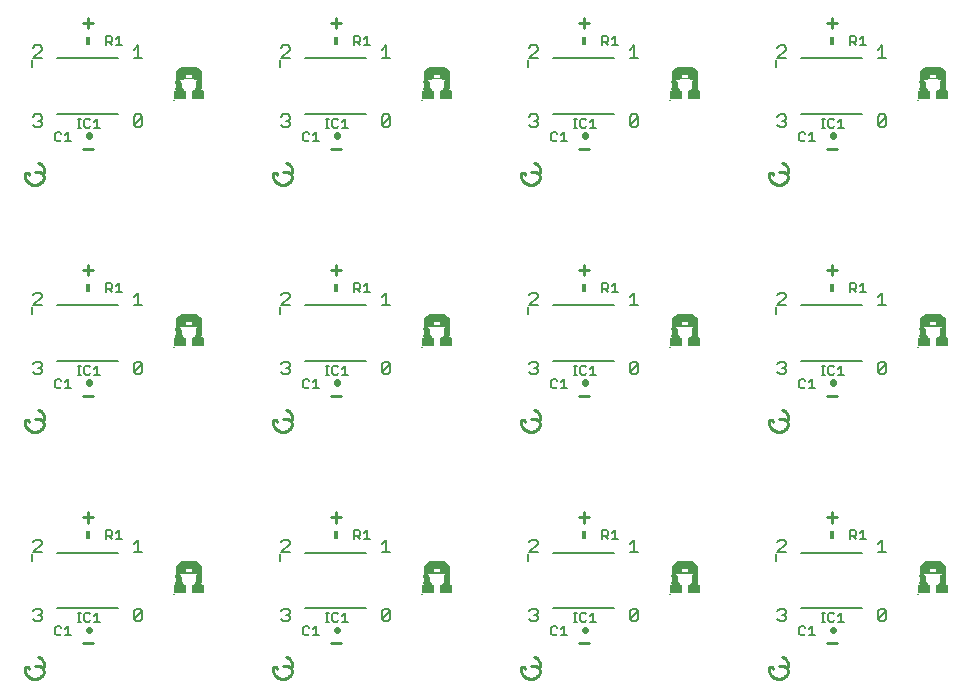
<source format=gto>
G75*
%MOIN*%
%OFA0B0*%
%FSLAX24Y24*%
%IPPOS*%
%LPD*%
%AMOC8*
5,1,8,0,0,1.08239X$1,22.5*
%
%ADD10C,0.0090*%
%ADD11C,0.0080*%
%ADD12C,0.0100*%
%ADD13C,0.0050*%
%ADD14R,0.0337X0.0000*%
%ADD15R,0.0337X0.0000*%
%ADD16R,0.0344X0.0001*%
%ADD17R,0.0348X0.0000*%
%ADD18R,0.0347X0.0000*%
%ADD19R,0.0350X0.0000*%
%ADD20R,0.0350X0.0000*%
%ADD21R,0.0352X0.0001*%
%ADD22R,0.0355X0.0000*%
%ADD23R,0.0354X0.0000*%
%ADD24R,0.0356X0.0001*%
%ADD25R,0.0359X0.0000*%
%ADD26R,0.0360X0.0000*%
%ADD27R,0.0361X0.0001*%
%ADD28R,0.0363X0.0000*%
%ADD29R,0.0362X0.0000*%
%ADD30R,0.0365X0.0001*%
%ADD31R,0.0364X0.0001*%
%ADD32R,0.0365X0.0000*%
%ADD33R,0.0366X0.0000*%
%ADD34R,0.0366X0.0000*%
%ADD35R,0.0367X0.0001*%
%ADD36R,0.0369X0.0000*%
%ADD37R,0.0370X0.0001*%
%ADD38R,0.0369X0.0001*%
%ADD39R,0.0370X0.0000*%
%ADD40R,0.0371X0.0000*%
%ADD41R,0.0371X0.0000*%
%ADD42R,0.0372X0.0001*%
%ADD43R,0.0372X0.0001*%
%ADD44R,0.0373X0.0000*%
%ADD45R,0.0373X0.0000*%
%ADD46R,0.0374X0.0001*%
%ADD47R,0.0374X0.0001*%
%ADD48R,0.0375X0.0000*%
%ADD49R,0.0374X0.0000*%
%ADD50R,0.0375X0.0000*%
%ADD51R,0.0375X0.0000*%
%ADD52R,0.0375X0.0001*%
%ADD53R,0.0376X0.0001*%
%ADD54R,0.0376X0.0000*%
%ADD55R,0.0377X0.0001*%
%ADD56R,0.0376X0.0001*%
%ADD57R,0.0377X0.0000*%
%ADD58R,0.0378X0.0000*%
%ADD59R,0.0378X0.0000*%
%ADD60R,0.0379X0.0001*%
%ADD61R,0.0379X0.0000*%
%ADD62R,0.0379X0.0000*%
%ADD63R,0.0380X0.0001*%
%ADD64R,0.0379X0.0001*%
%ADD65R,0.0380X0.0000*%
%ADD66R,0.0379X0.0000*%
%ADD67R,0.0380X0.0000*%
%ADD68R,0.0380X0.0000*%
%ADD69R,0.0380X0.0001*%
%ADD70R,0.0381X0.0001*%
%ADD71R,0.0381X0.0000*%
%ADD72R,0.0381X0.0001*%
%ADD73R,0.0381X0.0001*%
%ADD74R,0.0381X0.0000*%
%ADD75R,0.0382X0.0001*%
%ADD76R,0.0381X0.0001*%
%ADD77R,0.0382X0.0000*%
%ADD78R,0.0382X0.0000*%
%ADD79R,0.0382X0.0001*%
%ADD80R,0.0382X0.0000*%
%ADD81R,0.0383X0.0000*%
%ADD82R,0.0383X0.0001*%
%ADD83R,0.0383X0.0001*%
%ADD84R,0.0383X0.0000*%
%ADD85R,0.0382X0.0001*%
%ADD86R,0.0379X0.0001*%
%ADD87R,0.0381X0.0000*%
%ADD88R,0.0378X0.0001*%
%ADD89R,0.0377X0.0000*%
%ADD90R,0.0376X0.0000*%
%ADD91R,0.0374X0.0000*%
%ADD92R,0.0377X0.0001*%
%ADD93R,0.0372X0.0000*%
%ADD94R,0.0371X0.0001*%
%ADD95R,0.0376X0.0001*%
%ADD96R,0.0371X0.0000*%
%ADD97R,0.0376X0.0000*%
%ADD98R,0.0370X0.0000*%
%ADD99R,0.0369X0.0001*%
%ADD100R,0.0374X0.0001*%
%ADD101R,0.0368X0.0000*%
%ADD102R,0.0374X0.0000*%
%ADD103R,0.0367X0.0001*%
%ADD104R,0.0373X0.0001*%
%ADD105R,0.0366X0.0000*%
%ADD106R,0.0372X0.0000*%
%ADD107R,0.0365X0.0000*%
%ADD108R,0.0371X0.0000*%
%ADD109R,0.0364X0.0001*%
%ADD110R,0.0371X0.0001*%
%ADD111R,0.0362X0.0000*%
%ADD112R,0.0369X0.0000*%
%ADD113R,0.0360X0.0001*%
%ADD114R,0.0369X0.0001*%
%ADD115R,0.0359X0.0000*%
%ADD116R,0.0367X0.0000*%
%ADD117R,0.0357X0.0000*%
%ADD118R,0.0355X0.0001*%
%ADD119R,0.0365X0.0001*%
%ADD120R,0.0354X0.0000*%
%ADD121R,0.0364X0.0000*%
%ADD122R,0.0351X0.0001*%
%ADD123R,0.0363X0.0001*%
%ADD124R,0.0348X0.0000*%
%ADD125R,0.0361X0.0000*%
%ADD126R,0.0345X0.0000*%
%ADD127R,0.0340X0.0001*%
%ADD128R,0.0359X0.0001*%
%ADD129R,0.0258X0.0000*%
%ADD130R,0.0356X0.0000*%
%ADD131R,0.0257X0.0001*%
%ADD132R,0.0354X0.0001*%
%ADD133R,0.0257X0.0000*%
%ADD134R,0.0352X0.0000*%
%ADD135R,0.0347X0.0001*%
%ADD136R,0.0257X0.0000*%
%ADD137R,0.0344X0.0000*%
%ADD138R,0.0257X0.0001*%
%ADD139R,0.0338X0.0001*%
%ADD140R,0.0239X0.0000*%
%ADD141R,0.0256X0.0000*%
%ADD142R,0.0256X0.0001*%
%ADD143R,0.0239X0.0001*%
%ADD144R,0.0239X0.0001*%
%ADD145R,0.0256X0.0000*%
%ADD146R,0.0239X0.0000*%
%ADD147R,0.0256X0.0001*%
%ADD148R,0.0255X0.0000*%
%ADD149R,0.0238X0.0000*%
%ADD150R,0.0255X0.0001*%
%ADD151R,0.0238X0.0001*%
%ADD152R,0.0255X0.0000*%
%ADD153R,0.0255X0.0001*%
%ADD154R,0.0238X0.0001*%
%ADD155R,0.0238X0.0000*%
%ADD156R,0.0255X0.0000*%
%ADD157R,0.0238X0.0000*%
%ADD158R,0.0255X0.0001*%
%ADD159R,0.0238X0.0001*%
%ADD160R,0.0254X0.0000*%
%ADD161R,0.0254X0.0001*%
%ADD162R,0.0237X0.0000*%
%ADD163R,0.0254X0.0001*%
%ADD164R,0.0237X0.0001*%
%ADD165R,0.0254X0.0000*%
%ADD166R,0.0253X0.0000*%
%ADD167R,0.0236X0.0000*%
%ADD168R,0.0253X0.0001*%
%ADD169R,0.0236X0.0001*%
%ADD170R,0.0253X0.0000*%
%ADD171R,0.0253X0.0001*%
%ADD172R,0.0236X0.0001*%
%ADD173R,0.0236X0.0000*%
%ADD174R,0.0252X0.0001*%
%ADD175R,0.0252X0.0000*%
%ADD176R,0.0235X0.0000*%
%ADD177R,0.0235X0.0001*%
%ADD178R,0.0251X0.0000*%
%ADD179R,0.0251X0.0001*%
%ADD180R,0.0235X0.0001*%
%ADD181R,0.0235X0.0000*%
%ADD182R,0.0251X0.0001*%
%ADD183R,0.0251X0.0000*%
%ADD184R,0.0234X0.0000*%
%ADD185R,0.0250X0.0001*%
%ADD186R,0.0234X0.0001*%
%ADD187R,0.0250X0.0000*%
%ADD188R,0.0250X0.0000*%
%ADD189R,0.0234X0.0000*%
%ADD190R,0.0250X0.0001*%
%ADD191R,0.0234X0.0001*%
%ADD192R,0.0250X0.0001*%
%ADD193R,0.0250X0.0000*%
%ADD194R,0.0233X0.0000*%
%ADD195R,0.0249X0.0001*%
%ADD196R,0.0233X0.0001*%
%ADD197R,0.0249X0.0000*%
%ADD198R,0.0233X0.0001*%
%ADD199R,0.0233X0.0000*%
%ADD200R,0.0249X0.0000*%
%ADD201R,0.0249X0.0001*%
%ADD202R,0.0232X0.0000*%
%ADD203R,0.0248X0.0001*%
%ADD204R,0.0232X0.0001*%
%ADD205R,0.0248X0.0000*%
%ADD206R,0.0248X0.0001*%
%ADD207R,0.0232X0.0001*%
%ADD208R,0.0248X0.0000*%
%ADD209R,0.0232X0.0000*%
%ADD210R,0.0247X0.0000*%
%ADD211R,0.0231X0.0000*%
%ADD212R,0.0247X0.0001*%
%ADD213R,0.0231X0.0001*%
%ADD214R,0.0246X0.0001*%
%ADD215R,0.0246X0.0000*%
%ADD216R,0.0231X0.0000*%
%ADD217R,0.0231X0.0001*%
%ADD218R,0.0246X0.0000*%
%ADD219R,0.0246X0.0001*%
%ADD220R,0.0230X0.0000*%
%ADD221R,0.0245X0.0000*%
%ADD222R,0.0245X0.0001*%
%ADD223R,0.0230X0.0001*%
%ADD224R,0.0245X0.0001*%
%ADD225R,0.0230X0.0001*%
%ADD226R,0.0245X0.0000*%
%ADD227R,0.0230X0.0000*%
%ADD228R,0.0245X0.0000*%
%ADD229R,0.0229X0.0000*%
%ADD230R,0.0245X0.0001*%
%ADD231R,0.0229X0.0001*%
%ADD232R,0.0244X0.0000*%
%ADD233R,0.0244X0.0001*%
%ADD234R,0.0229X0.0001*%
%ADD235R,0.0229X0.0000*%
%ADD236R,0.0244X0.0000*%
%ADD237R,0.0228X0.0000*%
%ADD238R,0.0244X0.0001*%
%ADD239R,0.0228X0.0001*%
%ADD240R,0.0243X0.0000*%
%ADD241R,0.0243X0.0001*%
%ADD242R,0.0243X0.0000*%
%ADD243R,0.0228X0.0000*%
%ADD244R,0.0243X0.0001*%
%ADD245R,0.0228X0.0001*%
%ADD246R,0.0242X0.0000*%
%ADD247R,0.0227X0.0000*%
%ADD248R,0.0242X0.0001*%
%ADD249R,0.0227X0.0001*%
%ADD250R,0.0241X0.0000*%
%ADD251R,0.0241X0.0001*%
%ADD252R,0.0227X0.0001*%
%ADD253R,0.0227X0.0000*%
%ADD254R,0.0241X0.0001*%
%ADD255R,0.0241X0.0000*%
%ADD256R,0.0226X0.0000*%
%ADD257R,0.0226X0.0001*%
%ADD258R,0.0240X0.0000*%
%ADD259R,0.0240X0.0001*%
%ADD260R,0.0226X0.0001*%
%ADD261R,0.0240X0.0000*%
%ADD262R,0.0226X0.0000*%
%ADD263R,0.0240X0.0001*%
%ADD264R,0.0225X0.0000*%
%ADD265R,0.0240X0.0001*%
%ADD266R,0.0225X0.0001*%
%ADD267R,0.0240X0.0000*%
%ADD268R,0.0225X0.0000*%
%ADD269R,0.0225X0.0001*%
%ADD270R,0.0239X0.0001*%
%ADD271R,0.0239X0.0000*%
%ADD272R,0.0224X0.0000*%
%ADD273R,0.0224X0.0001*%
%ADD274R,0.0224X0.0001*%
%ADD275R,0.0224X0.0000*%
%ADD276R,0.0223X0.0000*%
%ADD277R,0.0237X0.0001*%
%ADD278R,0.0223X0.0001*%
%ADD279R,0.0237X0.0000*%
%ADD280R,0.0223X0.0001*%
%ADD281R,0.0223X0.0000*%
%ADD282R,0.0236X0.0000*%
%ADD283R,0.0222X0.0000*%
%ADD284R,0.0236X0.0001*%
%ADD285R,0.0222X0.0001*%
%ADD286R,0.0222X0.0000*%
%ADD287R,0.0222X0.0001*%
%ADD288R,0.0221X0.0000*%
%ADD289R,0.0235X0.0000*%
%ADD290R,0.0235X0.0001*%
%ADD291R,0.0221X0.0001*%
%ADD292R,0.0221X0.0001*%
%ADD293R,0.0221X0.0000*%
%ADD294R,0.0234X0.0000*%
%ADD295R,0.0220X0.0000*%
%ADD296R,0.0234X0.0001*%
%ADD297R,0.0220X0.0001*%
%ADD298R,0.0220X0.0001*%
%ADD299R,0.0220X0.0000*%
%ADD300R,0.0219X0.0000*%
%ADD301R,0.0219X0.0001*%
%ADD302R,0.0232X0.0000*%
%ADD303R,0.0232X0.0001*%
%ADD304R,0.0219X0.0000*%
%ADD305R,0.0219X0.0001*%
%ADD306R,0.0231X0.0000*%
%ADD307R,0.0218X0.0000*%
%ADD308R,0.0231X0.0001*%
%ADD309R,0.0218X0.0001*%
%ADD310R,0.0218X0.0001*%
%ADD311R,0.0218X0.0000*%
%ADD312R,0.0217X0.0000*%
%ADD313R,0.0217X0.0001*%
%ADD314R,0.0230X0.0000*%
%ADD315R,0.0230X0.0001*%
%ADD316R,0.0217X0.0001*%
%ADD317R,0.0217X0.0000*%
%ADD318R,0.0216X0.0000*%
%ADD319R,0.0229X0.0001*%
%ADD320R,0.0216X0.0001*%
%ADD321R,0.0229X0.0000*%
%ADD322R,0.0216X0.0000*%
%ADD323R,0.0216X0.0001*%
%ADD324R,0.0215X0.0000*%
%ADD325R,0.0227X0.0001*%
%ADD326R,0.0215X0.0001*%
%ADD327R,0.0227X0.0000*%
%ADD328R,0.0215X0.0001*%
%ADD329R,0.0215X0.0000*%
%ADD330R,0.0214X0.0000*%
%ADD331R,0.0226X0.0001*%
%ADD332R,0.0214X0.0001*%
%ADD333R,0.0226X0.0000*%
%ADD334R,0.0214X0.0001*%
%ADD335R,0.0214X0.0000*%
%ADD336R,0.0213X0.0000*%
%ADD337R,0.0213X0.0001*%
%ADD338R,0.0225X0.0001*%
%ADD339R,0.0225X0.0000*%
%ADD340R,0.0213X0.0000*%
%ADD341R,0.0213X0.0001*%
%ADD342R,0.0213X0.0000*%
%ADD343R,0.0224X0.0000*%
%ADD344R,0.0224X0.0001*%
%ADD345R,0.0213X0.0001*%
%ADD346R,0.0212X0.0001*%
%ADD347R,0.0212X0.0000*%
%ADD348R,0.0211X0.0000*%
%ADD349R,0.0211X0.0001*%
%ADD350R,0.0222X0.0000*%
%ADD351R,0.0222X0.0001*%
%ADD352R,0.0211X0.0001*%
%ADD353R,0.0211X0.0000*%
%ADD354R,0.0210X0.0000*%
%ADD355R,0.0210X0.0001*%
%ADD356R,0.0221X0.0000*%
%ADD357R,0.0221X0.0001*%
%ADD358R,0.0210X0.0000*%
%ADD359R,0.0210X0.0001*%
%ADD360R,0.0209X0.0000*%
%ADD361R,0.0209X0.0001*%
%ADD362R,0.0220X0.0000*%
%ADD363R,0.0220X0.0001*%
%ADD364R,0.0209X0.0001*%
%ADD365R,0.0209X0.0000*%
%ADD366R,0.0208X0.0000*%
%ADD367R,0.0208X0.0001*%
%ADD368R,0.0219X0.0000*%
%ADD369R,0.0219X0.0001*%
%ADD370R,0.0208X0.0001*%
%ADD371R,0.0208X0.0000*%
%ADD372R,0.0208X0.0000*%
%ADD373R,0.0208X0.0001*%
%ADD374R,0.0217X0.0000*%
%ADD375R,0.0207X0.0000*%
%ADD376R,0.0217X0.0001*%
%ADD377R,0.0207X0.0001*%
%ADD378R,0.0206X0.0000*%
%ADD379R,0.0216X0.0001*%
%ADD380R,0.0206X0.0001*%
%ADD381R,0.0216X0.0000*%
%ADD382R,0.0206X0.0001*%
%ADD383R,0.0206X0.0000*%
%ADD384R,0.0205X0.0000*%
%ADD385R,0.0205X0.0001*%
%ADD386R,0.0215X0.0001*%
%ADD387R,0.0205X0.0001*%
%ADD388R,0.0215X0.0000*%
%ADD389R,0.0205X0.0000*%
%ADD390R,0.0204X0.0000*%
%ADD391R,0.0204X0.0001*%
%ADD392R,0.0214X0.0001*%
%ADD393R,0.0214X0.0000*%
%ADD394R,0.0204X0.0000*%
%ADD395R,0.0204X0.0001*%
%ADD396R,0.0203X0.0000*%
%ADD397R,0.0203X0.0001*%
%ADD398R,0.0212X0.0001*%
%ADD399R,0.0203X0.0001*%
%ADD400R,0.0212X0.0000*%
%ADD401R,0.0203X0.0000*%
%ADD402R,0.0203X0.0000*%
%ADD403R,0.0203X0.0001*%
%ADD404R,0.0211X0.0000*%
%ADD405R,0.0211X0.0001*%
%ADD406R,0.0202X0.0001*%
%ADD407R,0.0202X0.0000*%
%ADD408R,0.0201X0.0000*%
%ADD409R,0.0201X0.0001*%
%ADD410R,0.0210X0.0000*%
%ADD411R,0.0201X0.0000*%
%ADD412R,0.0210X0.0001*%
%ADD413R,0.0201X0.0001*%
%ADD414R,0.0200X0.0000*%
%ADD415R,0.0200X0.0001*%
%ADD416R,0.0209X0.0000*%
%ADD417R,0.0209X0.0001*%
%ADD418R,0.0200X0.0001*%
%ADD419R,0.0200X0.0000*%
%ADD420R,0.0199X0.0000*%
%ADD421R,0.0199X0.0001*%
%ADD422R,0.0199X0.0001*%
%ADD423R,0.0207X0.0000*%
%ADD424R,0.0199X0.0000*%
%ADD425R,0.0207X0.0001*%
%ADD426R,0.0198X0.0000*%
%ADD427R,0.0198X0.0001*%
%ADD428R,0.0206X0.0000*%
%ADD429R,0.0198X0.0000*%
%ADD430R,0.0206X0.0001*%
%ADD431R,0.0198X0.0001*%
%ADD432R,0.0198X0.0000*%
%ADD433R,0.0198X0.0001*%
%ADD434R,0.0197X0.0001*%
%ADD435R,0.0205X0.0000*%
%ADD436R,0.0197X0.0000*%
%ADD437R,0.0205X0.0001*%
%ADD438R,0.0196X0.0000*%
%ADD439R,0.0196X0.0001*%
%ADD440R,0.0204X0.0001*%
%ADD441R,0.0196X0.0001*%
%ADD442R,0.0204X0.0000*%
%ADD443R,0.0196X0.0000*%
%ADD444R,0.0195X0.0000*%
%ADD445R,0.0195X0.0001*%
%ADD446R,0.0195X0.0000*%
%ADD447R,0.0202X0.0001*%
%ADD448R,0.0195X0.0001*%
%ADD449R,0.0202X0.0000*%
%ADD450R,0.0194X0.0000*%
%ADD451R,0.0194X0.0001*%
%ADD452R,0.0201X0.0001*%
%ADD453R,0.0194X0.0001*%
%ADD454R,0.0201X0.0000*%
%ADD455R,0.0194X0.0000*%
%ADD456R,0.0193X0.0000*%
%ADD457R,0.0193X0.0001*%
%ADD458R,0.0193X0.0001*%
%ADD459R,0.0193X0.0000*%
%ADD460R,0.0200X0.0001*%
%ADD461R,0.0200X0.0000*%
%ADD462R,0.0192X0.0000*%
%ADD463R,0.0192X0.0001*%
%ADD464R,0.0199X0.0000*%
%ADD465R,0.0192X0.0000*%
%ADD466R,0.0199X0.0001*%
%ADD467R,0.0192X0.0001*%
%ADD468R,0.0191X0.0000*%
%ADD469R,0.0191X0.0001*%
%ADD470R,0.0191X0.0001*%
%ADD471R,0.0191X0.0000*%
%ADD472R,0.0197X0.0000*%
%ADD473R,0.0197X0.0001*%
%ADD474R,0.0190X0.0000*%
%ADD475R,0.0190X0.0001*%
%ADD476R,0.0190X0.0001*%
%ADD477R,0.0196X0.0000*%
%ADD478R,0.0190X0.0000*%
%ADD479R,0.0196X0.0001*%
%ADD480R,0.0189X0.0000*%
%ADD481R,0.0189X0.0001*%
%ADD482R,0.0189X0.0000*%
%ADD483R,0.0189X0.0001*%
%ADD484R,0.0195X0.0000*%
%ADD485R,0.0195X0.0001*%
%ADD486R,0.0188X0.0000*%
%ADD487R,0.0188X0.0001*%
%ADD488R,0.0188X0.0001*%
%ADD489R,0.0194X0.0000*%
%ADD490R,0.0188X0.0000*%
%ADD491R,0.0194X0.0001*%
%ADD492R,0.0187X0.0000*%
%ADD493R,0.0187X0.0001*%
%ADD494R,0.0187X0.0001*%
%ADD495R,0.0187X0.0000*%
%ADD496R,0.0192X0.0000*%
%ADD497R,0.0186X0.0000*%
%ADD498R,0.0192X0.0001*%
%ADD499R,0.0186X0.0001*%
%ADD500R,0.0186X0.0000*%
%ADD501R,0.0191X0.0001*%
%ADD502R,0.0186X0.0001*%
%ADD503R,0.0191X0.0000*%
%ADD504R,0.0185X0.0000*%
%ADD505R,0.0185X0.0001*%
%ADD506R,0.0185X0.0001*%
%ADD507R,0.0185X0.0000*%
%ADD508R,0.0190X0.0001*%
%ADD509R,0.0190X0.0000*%
%ADD510R,0.0184X0.0000*%
%ADD511R,0.0184X0.0001*%
%ADD512R,0.0184X0.0001*%
%ADD513R,0.0184X0.0000*%
%ADD514R,0.0189X0.0001*%
%ADD515R,0.0189X0.0000*%
%ADD516R,0.0183X0.0000*%
%ADD517R,0.0183X0.0001*%
%ADD518R,0.0183X0.0000*%
%ADD519R,0.0183X0.0001*%
%ADD520R,0.0187X0.0001*%
%ADD521R,0.0187X0.0000*%
%ADD522R,0.0182X0.0000*%
%ADD523R,0.0182X0.0001*%
%ADD524R,0.0182X0.0001*%
%ADD525R,0.0182X0.0000*%
%ADD526R,0.0186X0.0000*%
%ADD527R,0.0186X0.0001*%
%ADD528R,0.0181X0.0000*%
%ADD529R,0.0181X0.0001*%
%ADD530R,0.0181X0.0001*%
%ADD531R,0.0181X0.0000*%
%ADD532R,0.0185X0.0000*%
%ADD533R,0.0180X0.0000*%
%ADD534R,0.0185X0.0001*%
%ADD535R,0.0180X0.0001*%
%ADD536R,0.0180X0.0000*%
%ADD537R,0.0180X0.0001*%
%ADD538R,0.0184X0.0000*%
%ADD539R,0.0184X0.0001*%
%ADD540R,0.0179X0.0000*%
%ADD541R,0.0179X0.0001*%
%ADD542R,0.0179X0.0001*%
%ADD543R,0.0179X0.0000*%
%ADD544R,0.0182X0.0000*%
%ADD545R,0.0178X0.0000*%
%ADD546R,0.0182X0.0001*%
%ADD547R,0.0178X0.0001*%
%ADD548R,0.0178X0.0001*%
%ADD549R,0.0178X0.0000*%
%ADD550R,0.0181X0.0000*%
%ADD551R,0.0177X0.0000*%
%ADD552R,0.0181X0.0001*%
%ADD553R,0.0177X0.0001*%
%ADD554R,0.0177X0.0000*%
%ADD555R,0.0177X0.0001*%
%ADD556R,0.0180X0.0000*%
%ADD557R,0.0176X0.0000*%
%ADD558R,0.0180X0.0001*%
%ADD559R,0.0176X0.0001*%
%ADD560R,0.0176X0.0001*%
%ADD561R,0.0176X0.0000*%
%ADD562R,0.0179X0.0001*%
%ADD563R,0.0179X0.0000*%
%ADD564R,0.0175X0.0000*%
%ADD565R,0.0175X0.0001*%
%ADD566R,0.0175X0.0001*%
%ADD567R,0.0175X0.0000*%
%ADD568R,0.0174X0.0000*%
%ADD569R,0.0177X0.0001*%
%ADD570R,0.0174X0.0001*%
%ADD571R,0.0177X0.0000*%
%ADD572R,0.0174X0.0000*%
%ADD573R,0.0174X0.0001*%
%ADD574R,0.0176X0.0001*%
%ADD575R,0.0176X0.0000*%
%ADD576R,0.0173X0.0000*%
%ADD577R,0.0173X0.0001*%
%ADD578R,0.0173X0.0001*%
%ADD579R,0.0173X0.0000*%
%ADD580R,0.0173X0.0000*%
%ADD581R,0.0175X0.0001*%
%ADD582R,0.0173X0.0001*%
%ADD583R,0.0175X0.0000*%
%ADD584R,0.0172X0.0001*%
%ADD585R,0.0172X0.0000*%
%ADD586R,0.0174X0.0000*%
%ADD587R,0.0171X0.0000*%
%ADD588R,0.0174X0.0001*%
%ADD589R,0.0171X0.0001*%
%ADD590R,0.0171X0.0000*%
%ADD591R,0.0171X0.0001*%
%ADD592R,0.0170X0.0000*%
%ADD593R,0.0172X0.0000*%
%ADD594R,0.0172X0.0001*%
%ADD595R,0.0170X0.0001*%
%ADD596R,0.0170X0.0001*%
%ADD597R,0.0170X0.0000*%
%ADD598R,0.0171X0.0000*%
%ADD599R,0.0169X0.0000*%
%ADD600R,0.0171X0.0001*%
%ADD601R,0.0169X0.0001*%
%ADD602R,0.0169X0.0001*%
%ADD603R,0.0169X0.0000*%
%ADD604R,0.0168X0.0000*%
%ADD605R,0.0168X0.0001*%
%ADD606R,0.0170X0.0000*%
%ADD607R,0.0170X0.0001*%
%ADD608R,0.0168X0.0000*%
%ADD609R,0.0168X0.0001*%
%ADD610R,0.0169X0.0000*%
%ADD611R,0.0168X0.0000*%
%ADD612R,0.0169X0.0001*%
%ADD613R,0.0168X0.0001*%
%ADD614R,0.0167X0.0001*%
%ADD615R,0.0167X0.0000*%
%ADD616R,0.0166X0.0000*%
%ADD617R,0.0166X0.0001*%
%ADD618R,0.0167X0.0000*%
%ADD619R,0.0167X0.0001*%
%ADD620R,0.0166X0.0001*%
%ADD621R,0.0166X0.0000*%
%ADD622R,0.0165X0.0000*%
%ADD623R,0.0166X0.0001*%
%ADD624R,0.0165X0.0001*%
%ADD625R,0.0166X0.0000*%
%ADD626R,0.0165X0.0000*%
%ADD627R,0.0165X0.0001*%
%ADD628R,0.0164X0.0000*%
%ADD629R,0.0165X0.0001*%
%ADD630R,0.0164X0.0001*%
%ADD631R,0.0165X0.0000*%
%ADD632R,0.0164X0.0001*%
%ADD633R,0.0164X0.0000*%
%ADD634R,0.0163X0.0000*%
%ADD635R,0.0164X0.0001*%
%ADD636R,0.0163X0.0001*%
%ADD637R,0.0164X0.0000*%
%ADD638R,0.0163X0.0001*%
%ADD639R,0.0163X0.0000*%
%ADD640R,0.0163X0.0000*%
%ADD641R,0.0163X0.0001*%
%ADD642R,0.0162X0.0001*%
%ADD643R,0.0162X0.0000*%
%ADD644R,0.0162X0.0000*%
%ADD645R,0.0161X0.0001*%
%ADD646R,0.0162X0.0001*%
%ADD647R,0.0161X0.0000*%
%ADD648R,0.0161X0.0000*%
%ADD649R,0.0161X0.0001*%
%ADD650R,0.0160X0.0001*%
%ADD651R,0.0161X0.0001*%
%ADD652R,0.0160X0.0000*%
%ADD653R,0.0161X0.0000*%
%ADD654R,0.0160X0.0000*%
%ADD655R,0.0160X0.0001*%
%ADD656R,0.0160X0.0000*%
%ADD657R,0.0160X0.0001*%
%ADD658R,0.0159X0.0001*%
%ADD659R,0.0159X0.0000*%
%ADD660R,0.0159X0.0000*%
%ADD661R,0.0159X0.0001*%
%ADD662R,0.0159X0.0000*%
%ADD663R,0.0159X0.0001*%
%ADD664R,0.0158X0.0000*%
%ADD665R,0.0158X0.0001*%
%ADD666R,0.0158X0.0000*%
%ADD667R,0.0158X0.0000*%
%ADD668R,0.0158X0.0001*%
%ADD669R,0.0158X0.0001*%
%ADD670R,0.0157X0.0000*%
%ADD671R,0.0157X0.0001*%
%ADD672R,0.0156X0.0000*%
%ADD673R,0.0156X0.0001*%
%ADD674R,0.0156X0.0000*%
%ADD675R,0.0156X0.0001*%
%ADD676R,0.0157X0.0001*%
%ADD677R,0.0155X0.0000*%
%ADD678R,0.0157X0.0000*%
%ADD679R,0.0155X0.0001*%
%ADD680R,0.0155X0.0001*%
%ADD681R,0.0155X0.0000*%
%ADD682R,0.0155X0.0000*%
%ADD683R,0.0156X0.0000*%
%ADD684R,0.0155X0.0001*%
%ADD685R,0.0156X0.0001*%
%ADD686R,0.0154X0.0000*%
%ADD687R,0.0154X0.0001*%
%ADD688R,0.0154X0.0001*%
%ADD689R,0.0154X0.0000*%
%ADD690R,0.0153X0.0000*%
%ADD691R,0.0153X0.0001*%
%ADD692R,0.0154X0.0000*%
%ADD693R,0.0152X0.0001*%
%ADD694R,0.0154X0.0001*%
%ADD695R,0.0152X0.0000*%
%ADD696R,0.0152X0.0001*%
%ADD697R,0.0152X0.0000*%
%ADD698R,0.0151X0.0000*%
%ADD699R,0.0153X0.0000*%
%ADD700R,0.0151X0.0001*%
%ADD701R,0.0153X0.0001*%
%ADD702R,0.0151X0.0001*%
%ADD703R,0.0151X0.0000*%
%ADD704R,0.0150X0.0001*%
%ADD705R,0.0150X0.0000*%
%ADD706R,0.0150X0.0000*%
%ADD707R,0.0150X0.0001*%
%ADD708R,0.0150X0.0001*%
%ADD709R,0.0152X0.0001*%
%ADD710R,0.0150X0.0000*%
%ADD711R,0.0152X0.0000*%
%ADD712R,0.0149X0.0000*%
%ADD713R,0.0149X0.0001*%
%ADD714R,0.0149X0.0000*%
%ADD715R,0.0149X0.0001*%
%ADD716R,0.0151X0.0001*%
%ADD717R,0.0151X0.0000*%
%ADD718R,0.0148X0.0001*%
%ADD719R,0.0148X0.0000*%
%ADD720R,0.0260X0.0000*%
%ADD721R,0.0259X0.0000*%
%ADD722R,0.0260X0.0001*%
%ADD723R,0.0259X0.0001*%
%ADD724R,0.0868X0.0000*%
%ADD725R,0.0868X0.0001*%
%ADD726R,0.0321X0.0000*%
%ADD727R,0.0305X0.0000*%
%ADD728R,0.0321X0.0001*%
%ADD729R,0.0305X0.0001*%
%ADD730R,0.0867X0.0000*%
%ADD731R,0.0867X0.0001*%
%ADD732R,0.0867X0.0000*%
%ADD733R,0.0867X0.0001*%
%ADD734R,0.0866X0.0000*%
%ADD735R,0.0866X0.0000*%
%ADD736R,0.0866X0.0001*%
%ADD737R,0.0866X0.0000*%
%ADD738R,0.0866X0.0001*%
%ADD739R,0.0865X0.0000*%
%ADD740R,0.0865X0.0001*%
%ADD741R,0.0864X0.0001*%
%ADD742R,0.0864X0.0000*%
%ADD743R,0.0864X0.0001*%
%ADD744R,0.0864X0.0000*%
%ADD745R,0.0864X0.0001*%
%ADD746R,0.0864X0.0000*%
%ADD747R,0.0863X0.0001*%
%ADD748R,0.0863X0.0000*%
%ADD749R,0.0862X0.0001*%
%ADD750R,0.0862X0.0000*%
%ADD751R,0.0862X0.0001*%
%ADD752R,0.0862X0.0000*%
%ADD753R,0.0861X0.0001*%
%ADD754R,0.0861X0.0000*%
%ADD755R,0.0861X0.0001*%
%ADD756R,0.0860X0.0001*%
%ADD757R,0.0860X0.0000*%
%ADD758R,0.0859X0.0000*%
%ADD759R,0.0859X0.0001*%
%ADD760R,0.0858X0.0000*%
%ADD761R,0.0858X0.0001*%
%ADD762R,0.0857X0.0001*%
%ADD763R,0.0857X0.0000*%
%ADD764R,0.0856X0.0000*%
%ADD765R,0.0856X0.0001*%
%ADD766R,0.0855X0.0000*%
%ADD767R,0.0855X0.0001*%
%ADD768R,0.0855X0.0000*%
%ADD769R,0.0855X0.0001*%
%ADD770R,0.0854X0.0000*%
%ADD771R,0.0854X0.0001*%
%ADD772R,0.0853X0.0000*%
%ADD773R,0.0853X0.0001*%
%ADD774R,0.0853X0.0000*%
%ADD775R,0.0853X0.0000*%
%ADD776R,0.0852X0.0001*%
%ADD777R,0.0852X0.0000*%
%ADD778R,0.0852X0.0001*%
%ADD779R,0.0851X0.0000*%
%ADD780R,0.0850X0.0001*%
%ADD781R,0.0850X0.0000*%
%ADD782R,0.0850X0.0001*%
%ADD783R,0.0849X0.0000*%
%ADD784R,0.0848X0.0001*%
%ADD785R,0.0848X0.0000*%
%ADD786R,0.0848X0.0001*%
%ADD787R,0.0848X0.0000*%
%ADD788R,0.0847X0.0000*%
%ADD789R,0.0847X0.0001*%
%ADD790R,0.0846X0.0000*%
%ADD791R,0.0846X0.0001*%
%ADD792R,0.0845X0.0000*%
%ADD793R,0.0845X0.0000*%
%ADD794R,0.0845X0.0001*%
%ADD795R,0.0843X0.0000*%
%ADD796R,0.0843X0.0001*%
%ADD797R,0.0841X0.0000*%
%ADD798R,0.0840X0.0000*%
%ADD799R,0.0839X0.0001*%
%ADD800R,0.0838X0.0000*%
%ADD801R,0.0837X0.0001*%
%ADD802R,0.0836X0.0000*%
%ADD803R,0.0835X0.0000*%
%ADD804R,0.0834X0.0001*%
%ADD805R,0.0833X0.0000*%
%ADD806R,0.0832X0.0001*%
%ADD807R,0.0831X0.0000*%
%ADD808R,0.0830X0.0000*%
%ADD809R,0.0829X0.0001*%
%ADD810R,0.0828X0.0000*%
%ADD811R,0.0827X0.0001*%
%ADD812R,0.0826X0.0000*%
%ADD813R,0.0825X0.0000*%
%ADD814R,0.0824X0.0001*%
%ADD815R,0.0823X0.0000*%
%ADD816R,0.0822X0.0001*%
%ADD817R,0.0821X0.0000*%
%ADD818R,0.0820X0.0000*%
%ADD819R,0.0819X0.0001*%
%ADD820R,0.0818X0.0000*%
%ADD821R,0.0817X0.0001*%
%ADD822R,0.0816X0.0000*%
%ADD823R,0.0815X0.0000*%
%ADD824R,0.0814X0.0001*%
%ADD825R,0.0813X0.0000*%
%ADD826R,0.0812X0.0001*%
%ADD827R,0.0811X0.0000*%
%ADD828R,0.0810X0.0000*%
%ADD829R,0.0808X0.0001*%
%ADD830R,0.0808X0.0000*%
%ADD831R,0.0807X0.0001*%
%ADD832R,0.0805X0.0000*%
%ADD833R,0.0805X0.0000*%
%ADD834R,0.0803X0.0001*%
%ADD835R,0.0803X0.0000*%
%ADD836R,0.0802X0.0001*%
%ADD837R,0.0800X0.0000*%
%ADD838R,0.0800X0.0000*%
%ADD839R,0.0798X0.0001*%
%ADD840R,0.0798X0.0000*%
%ADD841R,0.0797X0.0001*%
%ADD842R,0.0795X0.0000*%
%ADD843R,0.0795X0.0000*%
%ADD844R,0.0793X0.0001*%
%ADD845R,0.0793X0.0000*%
%ADD846R,0.0791X0.0001*%
%ADD847R,0.0790X0.0000*%
%ADD848R,0.0789X0.0000*%
%ADD849R,0.0788X0.0001*%
%ADD850R,0.0787X0.0000*%
%ADD851R,0.0786X0.0001*%
%ADD852R,0.0785X0.0000*%
%ADD853R,0.0784X0.0000*%
%ADD854R,0.0783X0.0001*%
%ADD855R,0.0782X0.0000*%
%ADD856R,0.0781X0.0001*%
%ADD857R,0.0780X0.0000*%
%ADD858R,0.0779X0.0000*%
%ADD859R,0.0778X0.0001*%
%ADD860R,0.0777X0.0000*%
%ADD861R,0.0776X0.0001*%
%ADD862R,0.0775X0.0000*%
%ADD863R,0.0774X0.0000*%
%ADD864R,0.0773X0.0001*%
%ADD865R,0.0772X0.0000*%
%ADD866R,0.0771X0.0001*%
%ADD867R,0.0770X0.0000*%
%ADD868R,0.0769X0.0000*%
%ADD869R,0.0768X0.0001*%
%ADD870R,0.0767X0.0000*%
%ADD871R,0.0766X0.0001*%
%ADD872R,0.0765X0.0000*%
%ADD873R,0.0764X0.0000*%
%ADD874R,0.0763X0.0001*%
%ADD875R,0.0762X0.0000*%
%ADD876R,0.0761X0.0001*%
%ADD877R,0.0760X0.0000*%
%ADD878R,0.0758X0.0000*%
%ADD879R,0.0757X0.0001*%
%ADD880R,0.0757X0.0000*%
%ADD881R,0.0755X0.0001*%
%ADD882R,0.0755X0.0000*%
%ADD883R,0.0753X0.0000*%
%ADD884R,0.0752X0.0001*%
%ADD885R,0.0752X0.0000*%
%ADD886R,0.0750X0.0001*%
%ADD887R,0.0750X0.0000*%
%ADD888R,0.0748X0.0000*%
%ADD889R,0.0747X0.0001*%
%ADD890R,0.0747X0.0000*%
%ADD891R,0.0745X0.0001*%
%ADD892R,0.0745X0.0000*%
%ADD893R,0.0743X0.0000*%
%ADD894R,0.0742X0.0001*%
%ADD895R,0.0741X0.0000*%
%ADD896R,0.0740X0.0001*%
%ADD897R,0.0739X0.0000*%
%ADD898R,0.0738X0.0000*%
%ADD899R,0.0737X0.0001*%
%ADD900R,0.0736X0.0000*%
%ADD901R,0.0735X0.0001*%
%ADD902R,0.0734X0.0000*%
%ADD903R,0.0733X0.0000*%
%ADD904R,0.0732X0.0001*%
%ADD905R,0.0731X0.0000*%
%ADD906R,0.0730X0.0001*%
%ADD907R,0.0729X0.0000*%
%ADD908R,0.0728X0.0000*%
%ADD909R,0.0727X0.0001*%
%ADD910R,0.0726X0.0000*%
%ADD911R,0.0725X0.0001*%
%ADD912R,0.0724X0.0000*%
%ADD913R,0.0723X0.0000*%
%ADD914R,0.0722X0.0001*%
%ADD915R,0.0721X0.0000*%
%ADD916R,0.0720X0.0001*%
%ADD917R,0.0719X0.0000*%
%ADD918R,0.0718X0.0000*%
%ADD919R,0.0717X0.0001*%
%ADD920R,0.0716X0.0000*%
%ADD921R,0.0715X0.0001*%
%ADD922R,0.0714X0.0000*%
%ADD923R,0.0713X0.0000*%
%ADD924R,0.0712X0.0001*%
%ADD925R,0.0711X0.0000*%
%ADD926R,0.0710X0.0001*%
%ADD927R,0.0709X0.0000*%
%ADD928R,0.0707X0.0000*%
%ADD929R,0.0707X0.0001*%
%ADD930R,0.0705X0.0000*%
%ADD931R,0.0705X0.0001*%
%ADD932R,0.0703X0.0000*%
%ADD933R,0.0703X0.0000*%
%ADD934R,0.0702X0.0001*%
%ADD935R,0.0700X0.0000*%
%ADD936R,0.0700X0.0001*%
%ADD937R,0.0698X0.0000*%
%ADD938R,0.0698X0.0000*%
%ADD939R,0.0697X0.0001*%
%ADD940R,0.0695X0.0000*%
%ADD941R,0.0695X0.0001*%
%ADD942R,0.0693X0.0000*%
%ADD943R,0.0692X0.0000*%
%ADD944R,0.0691X0.0001*%
%ADD945R,0.0690X0.0000*%
%ADD946R,0.0689X0.0001*%
%ADD947R,0.0688X0.0000*%
%ADD948R,0.0687X0.0000*%
%ADD949R,0.0686X0.0001*%
%ADD950R,0.0685X0.0000*%
%ADD951R,0.0684X0.0001*%
%ADD952R,0.0683X0.0000*%
%ADD953R,0.0682X0.0000*%
%ADD954R,0.0681X0.0001*%
%ADD955R,0.0680X0.0000*%
%ADD956R,0.0679X0.0001*%
%ADD957R,0.0678X0.0000*%
%ADD958R,0.0677X0.0000*%
%ADD959R,0.0676X0.0001*%
%ADD960R,0.0675X0.0000*%
%ADD961R,0.0674X0.0001*%
%ADD962R,0.0673X0.0000*%
%ADD963R,0.0672X0.0000*%
%ADD964R,0.0671X0.0001*%
%ADD965R,0.0670X0.0000*%
%ADD966R,0.0669X0.0001*%
%ADD967R,0.0668X0.0000*%
%ADD968R,0.0667X0.0000*%
%ADD969R,0.0666X0.0001*%
%ADD970R,0.0665X0.0000*%
%ADD971R,0.0664X0.0001*%
%ADD972R,0.0663X0.0000*%
%ADD973R,0.0662X0.0000*%
%ADD974R,0.0661X0.0001*%
%ADD975R,0.0660X0.0000*%
%ADD976R,0.0659X0.0001*%
%ADD977R,0.0658X0.0000*%
%ADD978R,0.0657X0.0000*%
%ADD979R,0.0655X0.0001*%
%ADD980R,0.0655X0.0000*%
%ADD981R,0.0653X0.0001*%
%ADD982R,0.0653X0.0000*%
%ADD983R,0.0652X0.0000*%
%ADD984R,0.0650X0.0001*%
%ADD985R,0.0650X0.0000*%
%ADD986R,0.0648X0.0001*%
%ADD987R,0.0648X0.0000*%
%ADD988R,0.0647X0.0000*%
%ADD989R,0.0645X0.0001*%
%ADD990R,0.0645X0.0000*%
%ADD991R,0.0643X0.0001*%
%ADD992R,0.0642X0.0000*%
%ADD993R,0.0641X0.0000*%
%ADD994R,0.0640X0.0001*%
%ADD995R,0.0639X0.0000*%
%ADD996R,0.0638X0.0001*%
%ADD997R,0.0637X0.0000*%
%ADD998R,0.0636X0.0000*%
%ADD999R,0.0635X0.0001*%
%ADD1000R,0.0634X0.0000*%
%ADD1001R,0.0633X0.0001*%
%ADD1002R,0.0632X0.0000*%
%ADD1003R,0.0631X0.0000*%
%ADD1004R,0.0630X0.0001*%
%ADD1005R,0.0629X0.0000*%
%ADD1006R,0.0628X0.0001*%
%ADD1007R,0.0627X0.0000*%
%ADD1008R,0.0626X0.0000*%
%ADD1009R,0.0625X0.0001*%
%ADD1010R,0.0624X0.0000*%
%ADD1011R,0.0623X0.0001*%
%ADD1012R,0.0622X0.0000*%
%ADD1013R,0.0621X0.0000*%
%ADD1014R,0.0620X0.0001*%
%ADD1015R,0.0619X0.0000*%
%ADD1016R,0.0618X0.0001*%
%ADD1017R,0.0617X0.0000*%
%ADD1018R,0.0616X0.0000*%
%ADD1019R,0.0615X0.0001*%
%ADD1020R,0.0614X0.0000*%
%ADD1021R,0.0613X0.0001*%
%ADD1022R,0.0612X0.0000*%
%ADD1023R,0.0611X0.0000*%
%ADD1024R,0.0610X0.0001*%
%ADD1025R,0.0609X0.0000*%
%ADD1026R,0.0607X0.0001*%
%ADD1027R,0.0607X0.0000*%
%ADD1028R,0.0605X0.0000*%
%ADD1029R,0.0605X0.0001*%
%ADD1030R,0.0603X0.0000*%
%ADD1031R,0.0602X0.0001*%
%ADD1032R,0.0602X0.0000*%
%ADD1033R,0.0600X0.0000*%
%ADD1034R,0.0600X0.0001*%
%ADD1035R,0.0598X0.0000*%
%ADD1036R,0.0597X0.0001*%
%ADD1037R,0.0597X0.0000*%
%ADD1038R,0.0595X0.0000*%
%ADD1039R,0.0595X0.0001*%
%ADD1040R,0.0593X0.0000*%
%ADD1041R,0.0592X0.0001*%
%ADD1042R,0.0591X0.0000*%
%ADD1043R,0.0590X0.0000*%
%ADD1044R,0.0589X0.0001*%
%ADD1045R,0.0588X0.0000*%
%ADD1046R,0.0587X0.0001*%
%ADD1047R,0.0586X0.0000*%
%ADD1048R,0.0585X0.0000*%
%ADD1049R,0.0584X0.0001*%
%ADD1050R,0.0583X0.0000*%
%ADD1051R,0.0582X0.0001*%
%ADD1052R,0.0581X0.0000*%
%ADD1053R,0.0580X0.0000*%
%ADD1054R,0.0579X0.0001*%
%ADD1055R,0.0578X0.0000*%
%ADD1056R,0.0577X0.0001*%
%ADD1057R,0.0576X0.0000*%
%ADD1058R,0.0575X0.0000*%
%ADD1059R,0.0574X0.0001*%
%ADD1060R,0.0573X0.0000*%
%ADD1061R,0.0571X0.0001*%
%ADD1062R,0.0568X0.0000*%
%ADD1063R,0.0565X0.0000*%
%ADD1064R,0.0563X0.0001*%
%ADD1065R,0.0560X0.0000*%
%ADD1066R,0.0557X0.0001*%
%ADD1067R,0.0554X0.0000*%
%ADD1068R,0.0551X0.0000*%
%ADD1069R,0.0548X0.0001*%
%ADD1070R,0.0545X0.0000*%
%ADD1071R,0.0542X0.0001*%
%ADD1072R,0.0537X0.0000*%
%ADD1073R,0.0533X0.0000*%
%ADD1074R,0.0530X0.0001*%
%ADD1075R,0.0526X0.0000*%
%ADD1076R,0.0522X0.0001*%
%ADD1077R,0.0518X0.0000*%
%ADD1078R,0.0513X0.0000*%
%ADD1079R,0.0508X0.0001*%
%ADD1080R,0.0503X0.0000*%
%ADD1081R,0.0496X0.0001*%
%ADD1082R,0.0489X0.0000*%
%ADD1083R,0.0477X0.0000*%
%ADD1084C,0.0000*%
%ADD1085C,0.0060*%
%ADD1086R,0.0100X0.0250*%
%ADD1087C,0.0220*%
%ADD1088R,0.0180X0.0300*%
D10*
X006633Y002326D02*
X006973Y002326D01*
X006803Y006356D02*
X006803Y006696D01*
X006633Y006526D02*
X006973Y006526D01*
X006973Y010562D02*
X006633Y010562D01*
X006803Y014592D02*
X006803Y014932D01*
X006633Y014762D02*
X006973Y014762D01*
X006973Y018798D02*
X006633Y018798D01*
X006803Y022828D02*
X006803Y023168D01*
X006633Y022998D02*
X006973Y022998D01*
X014901Y022998D02*
X015241Y022998D01*
X015071Y023168D02*
X015071Y022828D01*
X014901Y018798D02*
X015241Y018798D01*
X015071Y014932D02*
X015071Y014592D01*
X014901Y014762D02*
X015241Y014762D01*
X015241Y010562D02*
X014901Y010562D01*
X015071Y006696D02*
X015071Y006356D01*
X014901Y006526D02*
X015241Y006526D01*
X015241Y002326D02*
X014901Y002326D01*
X023168Y002326D02*
X023509Y002326D01*
X023338Y006356D02*
X023338Y006696D01*
X023168Y006526D02*
X023509Y006526D01*
X023509Y010562D02*
X023168Y010562D01*
X023338Y014592D02*
X023338Y014932D01*
X023168Y014762D02*
X023509Y014762D01*
X023509Y018798D02*
X023168Y018798D01*
X023338Y022828D02*
X023338Y023168D01*
X023168Y022998D02*
X023509Y022998D01*
X031436Y022998D02*
X031776Y022998D01*
X031606Y023168D02*
X031606Y022828D01*
X031436Y018798D02*
X031776Y018798D01*
X031606Y014932D02*
X031606Y014592D01*
X031436Y014762D02*
X031776Y014762D01*
X031776Y010562D02*
X031436Y010562D01*
X031606Y006696D02*
X031606Y006356D01*
X031436Y006526D02*
X031776Y006526D01*
X031776Y002326D02*
X031436Y002326D01*
D11*
X030061Y003136D02*
X029991Y003066D01*
X029851Y003066D01*
X029781Y003136D01*
X029921Y003276D02*
X029991Y003276D01*
X030061Y003206D01*
X030061Y003136D01*
X029991Y003276D02*
X030061Y003346D01*
X030061Y003416D01*
X029991Y003486D01*
X029851Y003486D01*
X029781Y003416D01*
X029781Y005366D02*
X030061Y005646D01*
X030061Y005716D01*
X029991Y005786D01*
X029851Y005786D01*
X029781Y005716D01*
X029781Y005366D02*
X030061Y005366D01*
X033131Y005366D02*
X033411Y005366D01*
X033271Y005366D02*
X033271Y005786D01*
X033131Y005646D01*
X033201Y003486D02*
X033341Y003486D01*
X033411Y003416D01*
X033131Y003136D01*
X033201Y003066D01*
X033341Y003066D01*
X033411Y003136D01*
X033411Y003416D01*
X033201Y003486D02*
X033131Y003416D01*
X033131Y003136D01*
X025143Y003136D02*
X025073Y003066D01*
X024933Y003066D01*
X024863Y003136D01*
X025143Y003416D01*
X025143Y003136D01*
X024863Y003136D02*
X024863Y003416D01*
X024933Y003486D01*
X025073Y003486D01*
X025143Y003416D01*
X025143Y005366D02*
X024863Y005366D01*
X025003Y005366D02*
X025003Y005786D01*
X024863Y005646D01*
X021793Y005646D02*
X021513Y005366D01*
X021793Y005366D01*
X021793Y005646D02*
X021793Y005716D01*
X021723Y005786D01*
X021583Y005786D01*
X021513Y005716D01*
X021583Y003486D02*
X021723Y003486D01*
X021793Y003416D01*
X021793Y003346D01*
X021723Y003276D01*
X021793Y003206D01*
X021793Y003136D01*
X021723Y003066D01*
X021583Y003066D01*
X021513Y003136D01*
X021653Y003276D02*
X021723Y003276D01*
X021513Y003416D02*
X021583Y003486D01*
X016876Y003416D02*
X016596Y003136D01*
X016666Y003066D01*
X016806Y003066D01*
X016876Y003136D01*
X016876Y003416D01*
X016806Y003486D01*
X016666Y003486D01*
X016596Y003416D01*
X016596Y003136D01*
X013526Y003136D02*
X013456Y003066D01*
X013316Y003066D01*
X013246Y003136D01*
X013386Y003276D02*
X013456Y003276D01*
X013526Y003206D01*
X013526Y003136D01*
X013456Y003276D02*
X013526Y003346D01*
X013526Y003416D01*
X013456Y003486D01*
X013316Y003486D01*
X013246Y003416D01*
X013246Y005366D02*
X013526Y005646D01*
X013526Y005716D01*
X013456Y005786D01*
X013316Y005786D01*
X013246Y005716D01*
X013246Y005366D02*
X013526Y005366D01*
X016596Y005366D02*
X016876Y005366D01*
X016736Y005366D02*
X016736Y005786D01*
X016596Y005646D01*
X008608Y005366D02*
X008328Y005366D01*
X008468Y005366D02*
X008468Y005786D01*
X008328Y005646D01*
X005258Y005646D02*
X005258Y005716D01*
X005188Y005786D01*
X005048Y005786D01*
X004978Y005716D01*
X005258Y005646D02*
X004978Y005366D01*
X005258Y005366D01*
X005188Y003486D02*
X005258Y003416D01*
X005258Y003346D01*
X005188Y003276D01*
X005258Y003206D01*
X005258Y003136D01*
X005188Y003066D01*
X005048Y003066D01*
X004978Y003136D01*
X005118Y003276D02*
X005188Y003276D01*
X005188Y003486D02*
X005048Y003486D01*
X004978Y003416D01*
X008328Y003416D02*
X008328Y003136D01*
X008608Y003416D01*
X008608Y003136D01*
X008538Y003066D01*
X008398Y003066D01*
X008328Y003136D01*
X008328Y003416D02*
X008398Y003486D01*
X008538Y003486D01*
X008608Y003416D01*
X008538Y011302D02*
X008398Y011302D01*
X008328Y011372D01*
X008608Y011652D01*
X008608Y011372D01*
X008538Y011302D01*
X008328Y011372D02*
X008328Y011652D01*
X008398Y011722D01*
X008538Y011722D01*
X008608Y011652D01*
X008608Y013602D02*
X008328Y013602D01*
X008468Y013602D02*
X008468Y014022D01*
X008328Y013882D01*
X005258Y013882D02*
X005258Y013952D01*
X005188Y014022D01*
X005048Y014022D01*
X004978Y013952D01*
X005258Y013882D02*
X004978Y013602D01*
X005258Y013602D01*
X005188Y011722D02*
X005258Y011652D01*
X005258Y011582D01*
X005188Y011512D01*
X005258Y011442D01*
X005258Y011372D01*
X005188Y011302D01*
X005048Y011302D01*
X004978Y011372D01*
X005118Y011512D02*
X005188Y011512D01*
X005188Y011722D02*
X005048Y011722D01*
X004978Y011652D01*
X013246Y011652D02*
X013316Y011722D01*
X013456Y011722D01*
X013526Y011652D01*
X013526Y011582D01*
X013456Y011512D01*
X013526Y011442D01*
X013526Y011372D01*
X013456Y011302D01*
X013316Y011302D01*
X013246Y011372D01*
X013386Y011512D02*
X013456Y011512D01*
X013526Y013602D02*
X013246Y013602D01*
X013526Y013882D01*
X013526Y013952D01*
X013456Y014022D01*
X013316Y014022D01*
X013246Y013952D01*
X016596Y013882D02*
X016736Y014022D01*
X016736Y013602D01*
X016596Y013602D02*
X016876Y013602D01*
X016806Y011722D02*
X016876Y011652D01*
X016596Y011372D01*
X016666Y011302D01*
X016806Y011302D01*
X016876Y011372D01*
X016876Y011652D01*
X016806Y011722D02*
X016666Y011722D01*
X016596Y011652D01*
X016596Y011372D01*
X021513Y011372D02*
X021583Y011302D01*
X021723Y011302D01*
X021793Y011372D01*
X021793Y011442D01*
X021723Y011512D01*
X021653Y011512D01*
X021723Y011512D02*
X021793Y011582D01*
X021793Y011652D01*
X021723Y011722D01*
X021583Y011722D01*
X021513Y011652D01*
X021513Y013602D02*
X021793Y013882D01*
X021793Y013952D01*
X021723Y014022D01*
X021583Y014022D01*
X021513Y013952D01*
X021513Y013602D02*
X021793Y013602D01*
X024863Y013602D02*
X025143Y013602D01*
X025003Y013602D02*
X025003Y014022D01*
X024863Y013882D01*
X024933Y011722D02*
X025073Y011722D01*
X025143Y011652D01*
X024863Y011372D01*
X024933Y011302D01*
X025073Y011302D01*
X025143Y011372D01*
X025143Y011652D01*
X024933Y011722D02*
X024863Y011652D01*
X024863Y011372D01*
X029781Y011372D02*
X029851Y011302D01*
X029991Y011302D01*
X030061Y011372D01*
X030061Y011442D01*
X029991Y011512D01*
X029921Y011512D01*
X029991Y011512D02*
X030061Y011582D01*
X030061Y011652D01*
X029991Y011722D01*
X029851Y011722D01*
X029781Y011652D01*
X029781Y013602D02*
X030061Y013882D01*
X030061Y013952D01*
X029991Y014022D01*
X029851Y014022D01*
X029781Y013952D01*
X029781Y013602D02*
X030061Y013602D01*
X033131Y013602D02*
X033411Y013602D01*
X033271Y013602D02*
X033271Y014022D01*
X033131Y013882D01*
X033201Y011722D02*
X033341Y011722D01*
X033411Y011652D01*
X033131Y011372D01*
X033201Y011302D01*
X033341Y011302D01*
X033411Y011372D01*
X033411Y011652D01*
X033201Y011722D02*
X033131Y011652D01*
X033131Y011372D01*
X033201Y019538D02*
X033131Y019608D01*
X033411Y019888D01*
X033411Y019608D01*
X033341Y019538D01*
X033201Y019538D01*
X033131Y019608D02*
X033131Y019888D01*
X033201Y019958D01*
X033341Y019958D01*
X033411Y019888D01*
X033411Y021838D02*
X033131Y021838D01*
X033271Y021838D02*
X033271Y022258D01*
X033131Y022118D01*
X030061Y022118D02*
X030061Y022188D01*
X029991Y022258D01*
X029851Y022258D01*
X029781Y022188D01*
X030061Y022118D02*
X029781Y021838D01*
X030061Y021838D01*
X029991Y019958D02*
X029851Y019958D01*
X029781Y019888D01*
X029921Y019748D02*
X029991Y019748D01*
X030061Y019678D01*
X030061Y019608D01*
X029991Y019538D01*
X029851Y019538D01*
X029781Y019608D01*
X029991Y019748D02*
X030061Y019818D01*
X030061Y019888D01*
X029991Y019958D01*
X025143Y019888D02*
X025143Y019608D01*
X025073Y019538D01*
X024933Y019538D01*
X024863Y019608D01*
X025143Y019888D01*
X025073Y019958D01*
X024933Y019958D01*
X024863Y019888D01*
X024863Y019608D01*
X021793Y019608D02*
X021723Y019538D01*
X021583Y019538D01*
X021513Y019608D01*
X021653Y019748D02*
X021723Y019748D01*
X021793Y019678D01*
X021793Y019608D01*
X021723Y019748D02*
X021793Y019818D01*
X021793Y019888D01*
X021723Y019958D01*
X021583Y019958D01*
X021513Y019888D01*
X021513Y021838D02*
X021793Y022118D01*
X021793Y022188D01*
X021723Y022258D01*
X021583Y022258D01*
X021513Y022188D01*
X021513Y021838D02*
X021793Y021838D01*
X024863Y021838D02*
X025143Y021838D01*
X025003Y021838D02*
X025003Y022258D01*
X024863Y022118D01*
X016876Y021838D02*
X016596Y021838D01*
X016736Y021838D02*
X016736Y022258D01*
X016596Y022118D01*
X013526Y022118D02*
X013526Y022188D01*
X013456Y022258D01*
X013316Y022258D01*
X013246Y022188D01*
X013526Y022118D02*
X013246Y021838D01*
X013526Y021838D01*
X013456Y019958D02*
X013316Y019958D01*
X013246Y019888D01*
X013386Y019748D02*
X013456Y019748D01*
X013526Y019678D01*
X013526Y019608D01*
X013456Y019538D01*
X013316Y019538D01*
X013246Y019608D01*
X013456Y019748D02*
X013526Y019818D01*
X013526Y019888D01*
X013456Y019958D01*
X016596Y019888D02*
X016596Y019608D01*
X016876Y019888D01*
X016876Y019608D01*
X016806Y019538D01*
X016666Y019538D01*
X016596Y019608D01*
X016596Y019888D02*
X016666Y019958D01*
X016806Y019958D01*
X016876Y019888D01*
X008608Y019888D02*
X008608Y019608D01*
X008538Y019538D01*
X008398Y019538D01*
X008328Y019608D01*
X008608Y019888D01*
X008538Y019958D01*
X008398Y019958D01*
X008328Y019888D01*
X008328Y019608D01*
X005258Y019608D02*
X005188Y019538D01*
X005048Y019538D01*
X004978Y019608D01*
X005118Y019748D02*
X005188Y019748D01*
X005258Y019678D01*
X005258Y019608D01*
X005188Y019748D02*
X005258Y019818D01*
X005258Y019888D01*
X005188Y019958D01*
X005048Y019958D01*
X004978Y019888D01*
X004978Y021838D02*
X005258Y022118D01*
X005258Y022188D01*
X005188Y022258D01*
X005048Y022258D01*
X004978Y022188D01*
X004978Y021838D02*
X005258Y021838D01*
X008328Y021838D02*
X008608Y021838D01*
X008468Y021838D02*
X008468Y022258D01*
X008328Y022118D01*
D12*
X004838Y001476D02*
X004836Y001492D01*
X004832Y001507D01*
X004824Y001520D01*
X004813Y001532D01*
X004801Y001541D01*
X004786Y001547D01*
X004771Y001551D01*
X004755Y001551D01*
X004740Y001547D01*
X004726Y001541D01*
X004713Y001532D01*
X004702Y001520D01*
X004694Y001507D01*
X004690Y001492D01*
X004688Y001476D01*
X004690Y001441D01*
X004695Y001407D01*
X004704Y001374D01*
X004716Y001341D01*
X004732Y001310D01*
X004751Y001281D01*
X004773Y001254D01*
X004797Y001230D01*
X004824Y001208D01*
X004853Y001189D01*
X004883Y001173D01*
X004916Y001160D01*
X004949Y001151D01*
X004983Y001145D01*
X005018Y001143D01*
X005052Y001144D01*
X005087Y001150D01*
X005120Y001158D01*
X005153Y001170D01*
X005184Y001186D01*
X005213Y001204D01*
X005240Y001225D01*
X005265Y001250D01*
X005287Y001276D01*
X005288Y001275D02*
X005303Y001297D01*
X005313Y001321D01*
X005321Y001345D01*
X005325Y001371D01*
X005326Y001397D01*
X005323Y001423D01*
X005316Y001448D01*
X005306Y001472D01*
X005293Y001494D01*
X005277Y001515D01*
X005258Y001533D01*
X005237Y001548D01*
X005214Y001560D01*
X005189Y001569D01*
X005164Y001574D01*
X005138Y001576D01*
X005038Y001576D01*
X005338Y001526D02*
X005343Y001559D01*
X005344Y001593D01*
X005342Y001627D01*
X005335Y001660D01*
X005325Y001692D01*
X005312Y001723D01*
X005295Y001753D01*
X005275Y001780D01*
X005252Y001805D01*
X005227Y001827D01*
X005199Y001847D01*
X005169Y001863D01*
X005138Y001875D01*
X012956Y001476D02*
X012958Y001492D01*
X012962Y001507D01*
X012970Y001520D01*
X012981Y001532D01*
X012994Y001541D01*
X013008Y001547D01*
X013023Y001551D01*
X013039Y001551D01*
X013054Y001547D01*
X013069Y001541D01*
X013081Y001532D01*
X013092Y001520D01*
X013100Y001507D01*
X013104Y001492D01*
X013106Y001476D01*
X012956Y001476D02*
X012958Y001441D01*
X012963Y001407D01*
X012972Y001374D01*
X012984Y001341D01*
X013000Y001310D01*
X013019Y001281D01*
X013041Y001254D01*
X013065Y001230D01*
X013092Y001208D01*
X013121Y001189D01*
X013151Y001173D01*
X013184Y001160D01*
X013217Y001151D01*
X013251Y001145D01*
X013286Y001143D01*
X013320Y001144D01*
X013355Y001150D01*
X013388Y001158D01*
X013421Y001170D01*
X013452Y001186D01*
X013481Y001204D01*
X013508Y001225D01*
X013533Y001250D01*
X013555Y001276D01*
X013556Y001275D02*
X013571Y001297D01*
X013581Y001321D01*
X013589Y001345D01*
X013593Y001371D01*
X013594Y001397D01*
X013591Y001423D01*
X013584Y001448D01*
X013574Y001472D01*
X013561Y001494D01*
X013545Y001515D01*
X013526Y001533D01*
X013505Y001548D01*
X013482Y001560D01*
X013457Y001569D01*
X013432Y001574D01*
X013406Y001576D01*
X013306Y001576D01*
X013606Y001526D02*
X013611Y001559D01*
X013612Y001593D01*
X013610Y001627D01*
X013603Y001660D01*
X013593Y001692D01*
X013580Y001723D01*
X013563Y001753D01*
X013543Y001780D01*
X013520Y001805D01*
X013495Y001827D01*
X013467Y001847D01*
X013437Y001863D01*
X013406Y001875D01*
X021223Y001476D02*
X021225Y001492D01*
X021229Y001507D01*
X021237Y001520D01*
X021248Y001532D01*
X021261Y001541D01*
X021275Y001547D01*
X021290Y001551D01*
X021306Y001551D01*
X021321Y001547D01*
X021336Y001541D01*
X021348Y001532D01*
X021359Y001520D01*
X021367Y001507D01*
X021371Y001492D01*
X021373Y001476D01*
X021224Y001476D02*
X021226Y001441D01*
X021231Y001407D01*
X021240Y001374D01*
X021252Y001341D01*
X021268Y001310D01*
X021287Y001281D01*
X021309Y001254D01*
X021333Y001230D01*
X021360Y001208D01*
X021389Y001189D01*
X021419Y001173D01*
X021452Y001160D01*
X021485Y001151D01*
X021519Y001145D01*
X021554Y001143D01*
X021588Y001144D01*
X021623Y001150D01*
X021656Y001158D01*
X021689Y001170D01*
X021720Y001186D01*
X021749Y001204D01*
X021776Y001225D01*
X021801Y001250D01*
X021823Y001276D01*
X021823Y001275D02*
X021838Y001297D01*
X021848Y001321D01*
X021856Y001345D01*
X021860Y001371D01*
X021861Y001397D01*
X021858Y001423D01*
X021851Y001448D01*
X021841Y001472D01*
X021828Y001494D01*
X021812Y001515D01*
X021793Y001533D01*
X021772Y001548D01*
X021749Y001560D01*
X021724Y001569D01*
X021699Y001574D01*
X021673Y001576D01*
X021573Y001576D01*
X021873Y001526D02*
X021878Y001559D01*
X021879Y001593D01*
X021877Y001627D01*
X021870Y001660D01*
X021860Y001692D01*
X021847Y001723D01*
X021830Y001753D01*
X021810Y001780D01*
X021787Y001805D01*
X021762Y001827D01*
X021734Y001847D01*
X021704Y001863D01*
X021673Y001875D01*
X029491Y001476D02*
X029493Y001492D01*
X029497Y001507D01*
X029505Y001520D01*
X029516Y001532D01*
X029529Y001541D01*
X029543Y001547D01*
X029558Y001551D01*
X029574Y001551D01*
X029589Y001547D01*
X029604Y001541D01*
X029616Y001532D01*
X029627Y001520D01*
X029635Y001507D01*
X029639Y001492D01*
X029641Y001476D01*
X029491Y001476D02*
X029493Y001441D01*
X029498Y001407D01*
X029507Y001374D01*
X029519Y001341D01*
X029535Y001310D01*
X029554Y001281D01*
X029576Y001254D01*
X029600Y001230D01*
X029627Y001208D01*
X029656Y001189D01*
X029686Y001173D01*
X029719Y001160D01*
X029752Y001151D01*
X029786Y001145D01*
X029821Y001143D01*
X029855Y001144D01*
X029890Y001150D01*
X029923Y001158D01*
X029956Y001170D01*
X029987Y001186D01*
X030016Y001204D01*
X030043Y001225D01*
X030068Y001250D01*
X030090Y001276D01*
X030091Y001275D02*
X030106Y001297D01*
X030116Y001321D01*
X030124Y001345D01*
X030128Y001371D01*
X030129Y001397D01*
X030126Y001423D01*
X030119Y001448D01*
X030109Y001472D01*
X030096Y001494D01*
X030080Y001515D01*
X030061Y001533D01*
X030040Y001548D01*
X030017Y001560D01*
X029992Y001569D01*
X029967Y001574D01*
X029941Y001576D01*
X029841Y001576D01*
X030141Y001526D02*
X030146Y001559D01*
X030147Y001593D01*
X030145Y001627D01*
X030138Y001660D01*
X030128Y001692D01*
X030115Y001723D01*
X030098Y001753D01*
X030078Y001780D01*
X030055Y001805D01*
X030030Y001827D01*
X030002Y001847D01*
X029972Y001863D01*
X029941Y001875D01*
X030091Y009511D02*
X030106Y009533D01*
X030116Y009557D01*
X030124Y009581D01*
X030128Y009607D01*
X030129Y009633D01*
X030126Y009659D01*
X030119Y009684D01*
X030109Y009708D01*
X030096Y009730D01*
X030080Y009751D01*
X030061Y009769D01*
X030040Y009784D01*
X030017Y009796D01*
X029992Y009805D01*
X029967Y009810D01*
X029941Y009812D01*
X029841Y009812D01*
X030141Y009762D02*
X030146Y009795D01*
X030147Y009829D01*
X030145Y009863D01*
X030138Y009896D01*
X030128Y009928D01*
X030115Y009959D01*
X030098Y009989D01*
X030078Y010016D01*
X030055Y010041D01*
X030030Y010063D01*
X030002Y010083D01*
X029972Y010099D01*
X029941Y010111D01*
X029491Y009712D02*
X029493Y009677D01*
X029498Y009643D01*
X029507Y009610D01*
X029519Y009577D01*
X029535Y009546D01*
X029554Y009517D01*
X029576Y009490D01*
X029600Y009466D01*
X029627Y009444D01*
X029656Y009425D01*
X029686Y009409D01*
X029719Y009396D01*
X029752Y009387D01*
X029786Y009381D01*
X029821Y009379D01*
X029855Y009380D01*
X029890Y009386D01*
X029923Y009394D01*
X029956Y009406D01*
X029987Y009422D01*
X030016Y009440D01*
X030043Y009461D01*
X030068Y009486D01*
X030090Y009512D01*
X029641Y009712D02*
X029639Y009728D01*
X029635Y009743D01*
X029627Y009756D01*
X029616Y009768D01*
X029604Y009777D01*
X029589Y009783D01*
X029574Y009787D01*
X029558Y009787D01*
X029543Y009783D01*
X029529Y009777D01*
X029516Y009768D01*
X029505Y009756D01*
X029497Y009743D01*
X029493Y009728D01*
X029491Y009712D01*
X021823Y009511D02*
X021838Y009533D01*
X021848Y009557D01*
X021856Y009581D01*
X021860Y009607D01*
X021861Y009633D01*
X021858Y009659D01*
X021851Y009684D01*
X021841Y009708D01*
X021828Y009730D01*
X021812Y009751D01*
X021793Y009769D01*
X021772Y009784D01*
X021749Y009796D01*
X021724Y009805D01*
X021699Y009810D01*
X021673Y009812D01*
X021573Y009812D01*
X021873Y009762D02*
X021878Y009795D01*
X021879Y009829D01*
X021877Y009863D01*
X021870Y009896D01*
X021860Y009928D01*
X021847Y009959D01*
X021830Y009989D01*
X021810Y010016D01*
X021787Y010041D01*
X021762Y010063D01*
X021734Y010083D01*
X021704Y010099D01*
X021673Y010111D01*
X021224Y009712D02*
X021226Y009677D01*
X021231Y009643D01*
X021240Y009610D01*
X021252Y009577D01*
X021268Y009546D01*
X021287Y009517D01*
X021309Y009490D01*
X021333Y009466D01*
X021360Y009444D01*
X021389Y009425D01*
X021419Y009409D01*
X021452Y009396D01*
X021485Y009387D01*
X021519Y009381D01*
X021554Y009379D01*
X021588Y009380D01*
X021623Y009386D01*
X021656Y009394D01*
X021689Y009406D01*
X021720Y009422D01*
X021749Y009440D01*
X021776Y009461D01*
X021801Y009486D01*
X021823Y009512D01*
X021373Y009712D02*
X021371Y009728D01*
X021367Y009743D01*
X021359Y009756D01*
X021348Y009768D01*
X021336Y009777D01*
X021321Y009783D01*
X021306Y009787D01*
X021290Y009787D01*
X021275Y009783D01*
X021261Y009777D01*
X021248Y009768D01*
X021237Y009756D01*
X021229Y009743D01*
X021225Y009728D01*
X021223Y009712D01*
X013556Y009511D02*
X013571Y009533D01*
X013581Y009557D01*
X013589Y009581D01*
X013593Y009607D01*
X013594Y009633D01*
X013591Y009659D01*
X013584Y009684D01*
X013574Y009708D01*
X013561Y009730D01*
X013545Y009751D01*
X013526Y009769D01*
X013505Y009784D01*
X013482Y009796D01*
X013457Y009805D01*
X013432Y009810D01*
X013406Y009812D01*
X013306Y009812D01*
X013606Y009762D02*
X013611Y009795D01*
X013612Y009829D01*
X013610Y009863D01*
X013603Y009896D01*
X013593Y009928D01*
X013580Y009959D01*
X013563Y009989D01*
X013543Y010016D01*
X013520Y010041D01*
X013495Y010063D01*
X013467Y010083D01*
X013437Y010099D01*
X013406Y010111D01*
X012956Y009712D02*
X012958Y009677D01*
X012963Y009643D01*
X012972Y009610D01*
X012984Y009577D01*
X013000Y009546D01*
X013019Y009517D01*
X013041Y009490D01*
X013065Y009466D01*
X013092Y009444D01*
X013121Y009425D01*
X013151Y009409D01*
X013184Y009396D01*
X013217Y009387D01*
X013251Y009381D01*
X013286Y009379D01*
X013320Y009380D01*
X013355Y009386D01*
X013388Y009394D01*
X013421Y009406D01*
X013452Y009422D01*
X013481Y009440D01*
X013508Y009461D01*
X013533Y009486D01*
X013555Y009512D01*
X013106Y009712D02*
X013104Y009728D01*
X013100Y009743D01*
X013092Y009756D01*
X013081Y009768D01*
X013069Y009777D01*
X013054Y009783D01*
X013039Y009787D01*
X013023Y009787D01*
X013008Y009783D01*
X012994Y009777D01*
X012981Y009768D01*
X012970Y009756D01*
X012962Y009743D01*
X012958Y009728D01*
X012956Y009712D01*
X005288Y009511D02*
X005303Y009533D01*
X005313Y009557D01*
X005321Y009581D01*
X005325Y009607D01*
X005326Y009633D01*
X005323Y009659D01*
X005316Y009684D01*
X005306Y009708D01*
X005293Y009730D01*
X005277Y009751D01*
X005258Y009769D01*
X005237Y009784D01*
X005214Y009796D01*
X005189Y009805D01*
X005164Y009810D01*
X005138Y009812D01*
X005038Y009812D01*
X005338Y009762D02*
X005343Y009795D01*
X005344Y009829D01*
X005342Y009863D01*
X005335Y009896D01*
X005325Y009928D01*
X005312Y009959D01*
X005295Y009989D01*
X005275Y010016D01*
X005252Y010041D01*
X005227Y010063D01*
X005199Y010083D01*
X005169Y010099D01*
X005138Y010111D01*
X004688Y009712D02*
X004690Y009677D01*
X004695Y009643D01*
X004704Y009610D01*
X004716Y009577D01*
X004732Y009546D01*
X004751Y009517D01*
X004773Y009490D01*
X004797Y009466D01*
X004824Y009444D01*
X004853Y009425D01*
X004883Y009409D01*
X004916Y009396D01*
X004949Y009387D01*
X004983Y009381D01*
X005018Y009379D01*
X005052Y009380D01*
X005087Y009386D01*
X005120Y009394D01*
X005153Y009406D01*
X005184Y009422D01*
X005213Y009440D01*
X005240Y009461D01*
X005265Y009486D01*
X005287Y009512D01*
X004838Y009712D02*
X004836Y009728D01*
X004832Y009743D01*
X004824Y009756D01*
X004813Y009768D01*
X004801Y009777D01*
X004786Y009783D01*
X004771Y009787D01*
X004755Y009787D01*
X004740Y009783D01*
X004726Y009777D01*
X004713Y009768D01*
X004702Y009756D01*
X004694Y009743D01*
X004690Y009728D01*
X004688Y009712D01*
X005288Y017748D02*
X005303Y017770D01*
X005313Y017794D01*
X005321Y017818D01*
X005325Y017844D01*
X005326Y017870D01*
X005323Y017896D01*
X005316Y017921D01*
X005306Y017945D01*
X005293Y017967D01*
X005277Y017988D01*
X005258Y018006D01*
X005237Y018021D01*
X005214Y018033D01*
X005189Y018042D01*
X005164Y018047D01*
X005138Y018049D01*
X005138Y018048D02*
X005038Y018048D01*
X005338Y017999D02*
X005343Y018032D01*
X005344Y018066D01*
X005342Y018100D01*
X005335Y018133D01*
X005325Y018165D01*
X005312Y018196D01*
X005295Y018226D01*
X005275Y018253D01*
X005252Y018278D01*
X005227Y018300D01*
X005199Y018320D01*
X005169Y018336D01*
X005138Y018348D01*
X004688Y017948D02*
X004690Y017913D01*
X004695Y017879D01*
X004704Y017846D01*
X004716Y017813D01*
X004732Y017782D01*
X004751Y017753D01*
X004773Y017726D01*
X004797Y017702D01*
X004824Y017680D01*
X004853Y017661D01*
X004883Y017645D01*
X004916Y017632D01*
X004949Y017623D01*
X004983Y017617D01*
X005018Y017615D01*
X005052Y017616D01*
X005087Y017622D01*
X005120Y017630D01*
X005153Y017642D01*
X005184Y017658D01*
X005213Y017676D01*
X005240Y017697D01*
X005265Y017722D01*
X005287Y017748D01*
X004838Y017948D02*
X004836Y017964D01*
X004832Y017979D01*
X004824Y017992D01*
X004813Y018004D01*
X004801Y018013D01*
X004786Y018019D01*
X004771Y018023D01*
X004755Y018023D01*
X004740Y018019D01*
X004726Y018013D01*
X004713Y018004D01*
X004702Y017992D01*
X004694Y017979D01*
X004690Y017964D01*
X004688Y017948D01*
X012956Y017948D02*
X012958Y017964D01*
X012962Y017979D01*
X012970Y017992D01*
X012981Y018004D01*
X012994Y018013D01*
X013008Y018019D01*
X013023Y018023D01*
X013039Y018023D01*
X013054Y018019D01*
X013069Y018013D01*
X013081Y018004D01*
X013092Y017992D01*
X013100Y017979D01*
X013104Y017964D01*
X013106Y017948D01*
X012956Y017948D02*
X012958Y017913D01*
X012963Y017879D01*
X012972Y017846D01*
X012984Y017813D01*
X013000Y017782D01*
X013019Y017753D01*
X013041Y017726D01*
X013065Y017702D01*
X013092Y017680D01*
X013121Y017661D01*
X013151Y017645D01*
X013184Y017632D01*
X013217Y017623D01*
X013251Y017617D01*
X013286Y017615D01*
X013320Y017616D01*
X013355Y017622D01*
X013388Y017630D01*
X013421Y017642D01*
X013452Y017658D01*
X013481Y017676D01*
X013508Y017697D01*
X013533Y017722D01*
X013555Y017748D01*
X013556Y017748D02*
X013571Y017770D01*
X013581Y017794D01*
X013589Y017818D01*
X013593Y017844D01*
X013594Y017870D01*
X013591Y017896D01*
X013584Y017921D01*
X013574Y017945D01*
X013561Y017967D01*
X013545Y017988D01*
X013526Y018006D01*
X013505Y018021D01*
X013482Y018033D01*
X013457Y018042D01*
X013432Y018047D01*
X013406Y018049D01*
X013406Y018048D02*
X013306Y018048D01*
X013606Y017999D02*
X013611Y018032D01*
X013612Y018066D01*
X013610Y018100D01*
X013603Y018133D01*
X013593Y018165D01*
X013580Y018196D01*
X013563Y018226D01*
X013543Y018253D01*
X013520Y018278D01*
X013495Y018300D01*
X013467Y018320D01*
X013437Y018336D01*
X013406Y018348D01*
X021223Y017948D02*
X021225Y017964D01*
X021229Y017979D01*
X021237Y017992D01*
X021248Y018004D01*
X021261Y018013D01*
X021275Y018019D01*
X021290Y018023D01*
X021306Y018023D01*
X021321Y018019D01*
X021336Y018013D01*
X021348Y018004D01*
X021359Y017992D01*
X021367Y017979D01*
X021371Y017964D01*
X021373Y017948D01*
X021224Y017948D02*
X021226Y017913D01*
X021231Y017879D01*
X021240Y017846D01*
X021252Y017813D01*
X021268Y017782D01*
X021287Y017753D01*
X021309Y017726D01*
X021333Y017702D01*
X021360Y017680D01*
X021389Y017661D01*
X021419Y017645D01*
X021452Y017632D01*
X021485Y017623D01*
X021519Y017617D01*
X021554Y017615D01*
X021588Y017616D01*
X021623Y017622D01*
X021656Y017630D01*
X021689Y017642D01*
X021720Y017658D01*
X021749Y017676D01*
X021776Y017697D01*
X021801Y017722D01*
X021823Y017748D01*
X021838Y017770D01*
X021848Y017794D01*
X021856Y017818D01*
X021860Y017844D01*
X021861Y017870D01*
X021858Y017896D01*
X021851Y017921D01*
X021841Y017945D01*
X021828Y017967D01*
X021812Y017988D01*
X021793Y018006D01*
X021772Y018021D01*
X021749Y018033D01*
X021724Y018042D01*
X021699Y018047D01*
X021673Y018049D01*
X021673Y018048D02*
X021573Y018048D01*
X021873Y017999D02*
X021878Y018032D01*
X021879Y018066D01*
X021877Y018100D01*
X021870Y018133D01*
X021860Y018165D01*
X021847Y018196D01*
X021830Y018226D01*
X021810Y018253D01*
X021787Y018278D01*
X021762Y018300D01*
X021734Y018320D01*
X021704Y018336D01*
X021673Y018348D01*
X029491Y017948D02*
X029493Y017964D01*
X029497Y017979D01*
X029505Y017992D01*
X029516Y018004D01*
X029529Y018013D01*
X029543Y018019D01*
X029558Y018023D01*
X029574Y018023D01*
X029589Y018019D01*
X029604Y018013D01*
X029616Y018004D01*
X029627Y017992D01*
X029635Y017979D01*
X029639Y017964D01*
X029641Y017948D01*
X029491Y017948D02*
X029493Y017913D01*
X029498Y017879D01*
X029507Y017846D01*
X029519Y017813D01*
X029535Y017782D01*
X029554Y017753D01*
X029576Y017726D01*
X029600Y017702D01*
X029627Y017680D01*
X029656Y017661D01*
X029686Y017645D01*
X029719Y017632D01*
X029752Y017623D01*
X029786Y017617D01*
X029821Y017615D01*
X029855Y017616D01*
X029890Y017622D01*
X029923Y017630D01*
X029956Y017642D01*
X029987Y017658D01*
X030016Y017676D01*
X030043Y017697D01*
X030068Y017722D01*
X030090Y017748D01*
X030091Y017748D02*
X030106Y017770D01*
X030116Y017794D01*
X030124Y017818D01*
X030128Y017844D01*
X030129Y017870D01*
X030126Y017896D01*
X030119Y017921D01*
X030109Y017945D01*
X030096Y017967D01*
X030080Y017988D01*
X030061Y018006D01*
X030040Y018021D01*
X030017Y018033D01*
X029992Y018042D01*
X029967Y018047D01*
X029941Y018049D01*
X029941Y018048D02*
X029841Y018048D01*
X030141Y017999D02*
X030146Y018032D01*
X030147Y018066D01*
X030145Y018100D01*
X030138Y018133D01*
X030128Y018165D01*
X030115Y018196D01*
X030098Y018226D01*
X030078Y018253D01*
X030055Y018278D01*
X030030Y018300D01*
X030002Y018320D01*
X029972Y018336D01*
X029941Y018348D01*
D13*
X030566Y019073D02*
X030666Y019073D01*
X030716Y019123D01*
X030838Y019073D02*
X031038Y019073D01*
X030938Y019073D02*
X030938Y019373D01*
X030838Y019273D01*
X030716Y019323D02*
X030666Y019373D01*
X030566Y019373D01*
X030516Y019323D01*
X030516Y019123D01*
X030566Y019073D01*
X031266Y019523D02*
X031366Y019523D01*
X031316Y019523D02*
X031316Y019823D01*
X031266Y019823D02*
X031366Y019823D01*
X031481Y019773D02*
X031481Y019573D01*
X031531Y019523D01*
X031631Y019523D01*
X031681Y019573D01*
X031803Y019523D02*
X032003Y019523D01*
X031903Y019523D02*
X031903Y019823D01*
X031803Y019723D01*
X031681Y019773D02*
X031631Y019823D01*
X031531Y019823D01*
X031481Y019773D01*
X032216Y022273D02*
X032216Y022573D01*
X032366Y022573D01*
X032416Y022523D01*
X032416Y022423D01*
X032366Y022373D01*
X032216Y022373D01*
X032316Y022373D02*
X032416Y022273D01*
X032538Y022273D02*
X032738Y022273D01*
X032638Y022273D02*
X032638Y022573D01*
X032538Y022473D01*
X024471Y022273D02*
X024271Y022273D01*
X024371Y022273D02*
X024371Y022573D01*
X024271Y022473D01*
X024148Y022523D02*
X024148Y022423D01*
X024098Y022373D01*
X023948Y022373D01*
X023948Y022273D02*
X023948Y022573D01*
X024098Y022573D01*
X024148Y022523D01*
X024048Y022373D02*
X024148Y022273D01*
X023635Y019823D02*
X023635Y019523D01*
X023535Y019523D02*
X023736Y019523D01*
X023535Y019723D02*
X023635Y019823D01*
X023413Y019773D02*
X023363Y019823D01*
X023263Y019823D01*
X023213Y019773D01*
X023213Y019573D01*
X023263Y019523D01*
X023363Y019523D01*
X023413Y019573D01*
X023098Y019523D02*
X022998Y019523D01*
X023048Y019523D02*
X023048Y019823D01*
X022998Y019823D02*
X023098Y019823D01*
X022671Y019373D02*
X022571Y019273D01*
X022448Y019323D02*
X022398Y019373D01*
X022298Y019373D01*
X022248Y019323D01*
X022248Y019123D01*
X022298Y019073D01*
X022398Y019073D01*
X022448Y019123D01*
X022571Y019073D02*
X022771Y019073D01*
X022671Y019073D02*
X022671Y019373D01*
X016203Y022273D02*
X016003Y022273D01*
X016103Y022273D02*
X016103Y022573D01*
X016003Y022473D01*
X015881Y022423D02*
X015831Y022373D01*
X015681Y022373D01*
X015781Y022373D02*
X015881Y022273D01*
X015881Y022423D02*
X015881Y022523D01*
X015831Y022573D01*
X015681Y022573D01*
X015681Y022273D01*
X015368Y019823D02*
X015268Y019723D01*
X015146Y019773D02*
X015095Y019823D01*
X014995Y019823D01*
X014945Y019773D01*
X014945Y019573D01*
X014995Y019523D01*
X015095Y019523D01*
X015146Y019573D01*
X015268Y019523D02*
X015468Y019523D01*
X015368Y019523D02*
X015368Y019823D01*
X014831Y019823D02*
X014731Y019823D01*
X014781Y019823D02*
X014781Y019523D01*
X014731Y019523D02*
X014831Y019523D01*
X014403Y019373D02*
X014403Y019073D01*
X014303Y019073D02*
X014503Y019073D01*
X014303Y019273D02*
X014403Y019373D01*
X014181Y019323D02*
X014131Y019373D01*
X014031Y019373D01*
X013981Y019323D01*
X013981Y019123D01*
X014031Y019073D01*
X014131Y019073D01*
X014181Y019123D01*
X007935Y022273D02*
X007735Y022273D01*
X007835Y022273D02*
X007835Y022573D01*
X007735Y022473D01*
X007613Y022523D02*
X007613Y022423D01*
X007563Y022373D01*
X007413Y022373D01*
X007513Y022373D02*
X007613Y022273D01*
X007413Y022273D02*
X007413Y022573D01*
X007563Y022573D01*
X007613Y022523D01*
X007100Y019823D02*
X007100Y019523D01*
X007000Y019523D02*
X007200Y019523D01*
X007000Y019723D02*
X007100Y019823D01*
X006878Y019773D02*
X006828Y019823D01*
X006728Y019823D01*
X006678Y019773D01*
X006678Y019573D01*
X006728Y019523D01*
X006828Y019523D01*
X006878Y019573D01*
X006563Y019523D02*
X006463Y019523D01*
X006513Y019523D02*
X006513Y019823D01*
X006463Y019823D02*
X006563Y019823D01*
X006135Y019373D02*
X006135Y019073D01*
X006035Y019073D02*
X006235Y019073D01*
X006035Y019273D02*
X006135Y019373D01*
X005913Y019323D02*
X005863Y019373D01*
X005763Y019373D01*
X005713Y019323D01*
X005713Y019123D01*
X005763Y019073D01*
X005863Y019073D01*
X005913Y019123D01*
X007413Y014337D02*
X007563Y014337D01*
X007613Y014287D01*
X007613Y014187D01*
X007563Y014137D01*
X007413Y014137D01*
X007513Y014137D02*
X007613Y014037D01*
X007735Y014037D02*
X007935Y014037D01*
X007835Y014037D02*
X007835Y014337D01*
X007735Y014237D01*
X007413Y014337D02*
X007413Y014037D01*
X007100Y011587D02*
X007100Y011287D01*
X007000Y011287D02*
X007200Y011287D01*
X007000Y011487D02*
X007100Y011587D01*
X006878Y011537D02*
X006828Y011587D01*
X006728Y011587D01*
X006678Y011537D01*
X006678Y011337D01*
X006728Y011287D01*
X006828Y011287D01*
X006878Y011337D01*
X006563Y011287D02*
X006463Y011287D01*
X006513Y011287D02*
X006513Y011587D01*
X006463Y011587D02*
X006563Y011587D01*
X006135Y011137D02*
X006035Y011037D01*
X005913Y011087D02*
X005863Y011137D01*
X005763Y011137D01*
X005713Y011087D01*
X005713Y010887D01*
X005763Y010837D01*
X005863Y010837D01*
X005913Y010887D01*
X006035Y010837D02*
X006235Y010837D01*
X006135Y010837D02*
X006135Y011137D01*
X007413Y006101D02*
X007563Y006101D01*
X007613Y006051D01*
X007613Y005951D01*
X007563Y005901D01*
X007413Y005901D01*
X007513Y005901D02*
X007613Y005801D01*
X007735Y005801D02*
X007935Y005801D01*
X007835Y005801D02*
X007835Y006101D01*
X007735Y006001D01*
X007413Y006101D02*
X007413Y005801D01*
X007100Y003351D02*
X007100Y003051D01*
X007000Y003051D02*
X007200Y003051D01*
X007000Y003251D02*
X007100Y003351D01*
X006878Y003301D02*
X006828Y003351D01*
X006728Y003351D01*
X006678Y003301D01*
X006678Y003101D01*
X006728Y003051D01*
X006828Y003051D01*
X006878Y003101D01*
X006563Y003051D02*
X006463Y003051D01*
X006513Y003051D02*
X006513Y003351D01*
X006463Y003351D02*
X006563Y003351D01*
X006135Y002901D02*
X006135Y002601D01*
X006035Y002601D02*
X006235Y002601D01*
X006035Y002801D02*
X006135Y002901D01*
X005913Y002851D02*
X005863Y002901D01*
X005763Y002901D01*
X005713Y002851D01*
X005713Y002651D01*
X005763Y002601D01*
X005863Y002601D01*
X005913Y002651D01*
X013981Y002651D02*
X014031Y002601D01*
X014131Y002601D01*
X014181Y002651D01*
X014303Y002601D02*
X014503Y002601D01*
X014403Y002601D02*
X014403Y002901D01*
X014303Y002801D01*
X014181Y002851D02*
X014131Y002901D01*
X014031Y002901D01*
X013981Y002851D01*
X013981Y002651D01*
X014731Y003051D02*
X014831Y003051D01*
X014781Y003051D02*
X014781Y003351D01*
X014731Y003351D02*
X014831Y003351D01*
X014945Y003301D02*
X014945Y003101D01*
X014995Y003051D01*
X015095Y003051D01*
X015146Y003101D01*
X015268Y003051D02*
X015468Y003051D01*
X015368Y003051D02*
X015368Y003351D01*
X015268Y003251D01*
X015146Y003301D02*
X015095Y003351D01*
X014995Y003351D01*
X014945Y003301D01*
X015681Y005801D02*
X015681Y006101D01*
X015831Y006101D01*
X015881Y006051D01*
X015881Y005951D01*
X015831Y005901D01*
X015681Y005901D01*
X015781Y005901D02*
X015881Y005801D01*
X016003Y005801D02*
X016203Y005801D01*
X016103Y005801D02*
X016103Y006101D01*
X016003Y006001D01*
X022248Y002851D02*
X022248Y002651D01*
X022298Y002601D01*
X022398Y002601D01*
X022448Y002651D01*
X022571Y002601D02*
X022771Y002601D01*
X022671Y002601D02*
X022671Y002901D01*
X022571Y002801D01*
X022448Y002851D02*
X022398Y002901D01*
X022298Y002901D01*
X022248Y002851D01*
X022998Y003051D02*
X023098Y003051D01*
X023048Y003051D02*
X023048Y003351D01*
X022998Y003351D02*
X023098Y003351D01*
X023213Y003301D02*
X023213Y003101D01*
X023263Y003051D01*
X023363Y003051D01*
X023413Y003101D01*
X023535Y003051D02*
X023736Y003051D01*
X023635Y003051D02*
X023635Y003351D01*
X023535Y003251D01*
X023413Y003301D02*
X023363Y003351D01*
X023263Y003351D01*
X023213Y003301D01*
X023948Y005801D02*
X023948Y006101D01*
X024098Y006101D01*
X024148Y006051D01*
X024148Y005951D01*
X024098Y005901D01*
X023948Y005901D01*
X024048Y005901D02*
X024148Y005801D01*
X024271Y005801D02*
X024471Y005801D01*
X024371Y005801D02*
X024371Y006101D01*
X024271Y006001D01*
X030516Y002851D02*
X030516Y002651D01*
X030566Y002601D01*
X030666Y002601D01*
X030716Y002651D01*
X030838Y002601D02*
X031038Y002601D01*
X030938Y002601D02*
X030938Y002901D01*
X030838Y002801D01*
X030716Y002851D02*
X030666Y002901D01*
X030566Y002901D01*
X030516Y002851D01*
X031266Y003051D02*
X031366Y003051D01*
X031316Y003051D02*
X031316Y003351D01*
X031266Y003351D02*
X031366Y003351D01*
X031481Y003301D02*
X031481Y003101D01*
X031531Y003051D01*
X031631Y003051D01*
X031681Y003101D01*
X031803Y003051D02*
X032003Y003051D01*
X031903Y003051D02*
X031903Y003351D01*
X031803Y003251D01*
X031681Y003301D02*
X031631Y003351D01*
X031531Y003351D01*
X031481Y003301D01*
X032216Y005801D02*
X032216Y006101D01*
X032366Y006101D01*
X032416Y006051D01*
X032416Y005951D01*
X032366Y005901D01*
X032216Y005901D01*
X032316Y005901D02*
X032416Y005801D01*
X032538Y005801D02*
X032738Y005801D01*
X032638Y005801D02*
X032638Y006101D01*
X032538Y006001D01*
X031038Y010837D02*
X030838Y010837D01*
X030938Y010837D02*
X030938Y011137D01*
X030838Y011037D01*
X030716Y011087D02*
X030666Y011137D01*
X030566Y011137D01*
X030516Y011087D01*
X030516Y010887D01*
X030566Y010837D01*
X030666Y010837D01*
X030716Y010887D01*
X031266Y011287D02*
X031366Y011287D01*
X031316Y011287D02*
X031316Y011587D01*
X031266Y011587D02*
X031366Y011587D01*
X031481Y011537D02*
X031481Y011337D01*
X031531Y011287D01*
X031631Y011287D01*
X031681Y011337D01*
X031803Y011287D02*
X032003Y011287D01*
X031903Y011287D02*
X031903Y011587D01*
X031803Y011487D01*
X031681Y011537D02*
X031631Y011587D01*
X031531Y011587D01*
X031481Y011537D01*
X032216Y014037D02*
X032216Y014337D01*
X032366Y014337D01*
X032416Y014287D01*
X032416Y014187D01*
X032366Y014137D01*
X032216Y014137D01*
X032316Y014137D02*
X032416Y014037D01*
X032538Y014037D02*
X032738Y014037D01*
X032638Y014037D02*
X032638Y014337D01*
X032538Y014237D01*
X024471Y014037D02*
X024271Y014037D01*
X024371Y014037D02*
X024371Y014337D01*
X024271Y014237D01*
X024148Y014287D02*
X024148Y014187D01*
X024098Y014137D01*
X023948Y014137D01*
X023948Y014037D02*
X023948Y014337D01*
X024098Y014337D01*
X024148Y014287D01*
X024048Y014137D02*
X024148Y014037D01*
X023635Y011587D02*
X023635Y011287D01*
X023535Y011287D02*
X023736Y011287D01*
X023535Y011487D02*
X023635Y011587D01*
X023413Y011537D02*
X023363Y011587D01*
X023263Y011587D01*
X023213Y011537D01*
X023213Y011337D01*
X023263Y011287D01*
X023363Y011287D01*
X023413Y011337D01*
X023098Y011287D02*
X022998Y011287D01*
X023048Y011287D02*
X023048Y011587D01*
X022998Y011587D02*
X023098Y011587D01*
X022671Y011137D02*
X022671Y010837D01*
X022571Y010837D02*
X022771Y010837D01*
X022571Y011037D02*
X022671Y011137D01*
X022448Y011087D02*
X022398Y011137D01*
X022298Y011137D01*
X022248Y011087D01*
X022248Y010887D01*
X022298Y010837D01*
X022398Y010837D01*
X022448Y010887D01*
X016203Y014037D02*
X016003Y014037D01*
X016103Y014037D02*
X016103Y014337D01*
X016003Y014237D01*
X015881Y014287D02*
X015881Y014187D01*
X015831Y014137D01*
X015681Y014137D01*
X015781Y014137D02*
X015881Y014037D01*
X015681Y014037D02*
X015681Y014337D01*
X015831Y014337D01*
X015881Y014287D01*
X015368Y011587D02*
X015268Y011487D01*
X015146Y011537D02*
X015095Y011587D01*
X014995Y011587D01*
X014945Y011537D01*
X014945Y011337D01*
X014995Y011287D01*
X015095Y011287D01*
X015146Y011337D01*
X015268Y011287D02*
X015468Y011287D01*
X015368Y011287D02*
X015368Y011587D01*
X014831Y011587D02*
X014731Y011587D01*
X014781Y011587D02*
X014781Y011287D01*
X014731Y011287D02*
X014831Y011287D01*
X014403Y011137D02*
X014303Y011037D01*
X014181Y011087D02*
X014131Y011137D01*
X014031Y011137D01*
X013981Y011087D01*
X013981Y010887D01*
X014031Y010837D01*
X014131Y010837D01*
X014181Y010887D01*
X014303Y010837D02*
X014503Y010837D01*
X014403Y010837D02*
X014403Y011137D01*
D14*
X018122Y012237D03*
X026389Y012237D03*
X034657Y012237D03*
X034657Y020473D03*
X026389Y020473D03*
X018122Y020473D03*
X009854Y020473D03*
X009854Y012237D03*
X009854Y004001D03*
X018122Y004001D03*
X026389Y004001D03*
X034657Y004001D03*
D15*
X035274Y004001D03*
X027006Y004001D03*
X018739Y004001D03*
X010471Y004001D03*
X010471Y012237D03*
X018739Y012237D03*
X027006Y012237D03*
X035274Y012237D03*
X035274Y020473D03*
X027006Y020473D03*
X018739Y020473D03*
X010471Y020473D03*
D16*
X010471Y020474D03*
X009854Y020474D03*
X018122Y020474D03*
X018739Y020474D03*
X026390Y020474D03*
X027006Y020474D03*
X034657Y020474D03*
X035274Y020474D03*
X035274Y012237D03*
X034657Y012237D03*
X027006Y012237D03*
X026390Y012237D03*
X018739Y012237D03*
X018122Y012237D03*
X010471Y012237D03*
X009854Y012237D03*
X009854Y004001D03*
X010471Y004001D03*
X018122Y004001D03*
X018739Y004001D03*
X026390Y004001D03*
X027006Y004001D03*
X034657Y004001D03*
X035274Y004001D03*
D17*
X034657Y004002D03*
X026390Y004002D03*
X018122Y004002D03*
X009854Y004002D03*
X009854Y012238D03*
X018122Y012238D03*
X026390Y012238D03*
X034657Y012238D03*
X034657Y020474D03*
X026390Y020474D03*
X018122Y020474D03*
X009854Y020474D03*
D18*
X010471Y020474D03*
X018739Y020474D03*
X027006Y020474D03*
X035274Y020474D03*
X035274Y012238D03*
X027006Y012238D03*
X018739Y012238D03*
X010471Y012238D03*
X010471Y004002D03*
X018739Y004002D03*
X027006Y004002D03*
X035274Y004002D03*
D19*
X034657Y004002D03*
X026390Y004002D03*
X018122Y004002D03*
X009854Y004002D03*
X009854Y012238D03*
X018122Y012238D03*
X026390Y012238D03*
X034657Y012238D03*
X034657Y020475D03*
X026390Y020475D03*
X018122Y020475D03*
X009854Y020475D03*
D20*
X010471Y020475D03*
X010471Y020725D03*
X018739Y020725D03*
X018739Y020475D03*
X027006Y020475D03*
X027006Y020725D03*
X035274Y020725D03*
X035274Y020475D03*
X035274Y012488D03*
X035274Y012238D03*
X027006Y012238D03*
X027006Y012488D03*
X018739Y012488D03*
X018739Y012238D03*
X010471Y012238D03*
X010471Y012488D03*
X010471Y004252D03*
X010471Y004002D03*
X018739Y004002D03*
X018739Y004252D03*
X027006Y004252D03*
X027006Y004002D03*
X035274Y004002D03*
X035274Y004252D03*
D21*
X035274Y004003D03*
X034657Y004003D03*
X027006Y004003D03*
X026390Y004003D03*
X018739Y004003D03*
X018122Y004003D03*
X010471Y004003D03*
X009854Y004003D03*
X009854Y012239D03*
X010471Y012239D03*
X018122Y012239D03*
X018739Y012239D03*
X026390Y012239D03*
X027006Y012239D03*
X034657Y012239D03*
X035274Y012239D03*
X035274Y020475D03*
X034657Y020475D03*
X027006Y020475D03*
X026390Y020475D03*
X018739Y020475D03*
X018122Y020475D03*
X010471Y020475D03*
X009854Y020475D03*
D22*
X009854Y020476D03*
X018122Y020476D03*
X026389Y020476D03*
X034657Y020476D03*
X034657Y012239D03*
X026389Y012239D03*
X018122Y012239D03*
X009854Y012239D03*
X009854Y004003D03*
X018122Y004003D03*
X026389Y004003D03*
X034657Y004003D03*
D23*
X035274Y004003D03*
X027006Y004003D03*
X018739Y004003D03*
X010471Y004003D03*
X010471Y012239D03*
X018739Y012239D03*
X027006Y012239D03*
X035274Y012239D03*
X035274Y020476D03*
X027006Y020476D03*
X018739Y020476D03*
X010471Y020476D03*
D24*
X010471Y020476D03*
X009854Y020476D03*
X018122Y020476D03*
X018739Y020476D03*
X026390Y020476D03*
X027006Y020476D03*
X034657Y020476D03*
X035274Y020476D03*
X035274Y012240D03*
X034657Y012240D03*
X027006Y012240D03*
X026390Y012240D03*
X018739Y012240D03*
X018122Y012240D03*
X010471Y012240D03*
X009854Y012240D03*
X009854Y004004D03*
X010471Y004004D03*
X018122Y004004D03*
X018739Y004004D03*
X026390Y004004D03*
X027006Y004004D03*
X034657Y004004D03*
X035274Y004004D03*
D25*
X035274Y004004D03*
X034657Y004004D03*
X027006Y004004D03*
X026390Y004004D03*
X018739Y004004D03*
X018122Y004004D03*
X010471Y004004D03*
X009854Y004004D03*
X009854Y012240D03*
X010471Y012240D03*
X018122Y012240D03*
X018739Y012240D03*
X026390Y012240D03*
X027006Y012240D03*
X034657Y012240D03*
X035274Y012240D03*
X035274Y020477D03*
X034657Y020477D03*
X027006Y020477D03*
X026390Y020477D03*
X018739Y020477D03*
X018122Y020477D03*
X010471Y020477D03*
X009854Y020477D03*
D26*
X009854Y020477D03*
X010471Y020477D03*
X010471Y020722D03*
X018122Y020477D03*
X018739Y020477D03*
X018739Y020722D03*
X026389Y020477D03*
X027006Y020477D03*
X027006Y020722D03*
X034657Y020477D03*
X035274Y020477D03*
X035274Y020722D03*
X035274Y012486D03*
X035274Y012241D03*
X034657Y012241D03*
X027006Y012241D03*
X027006Y012486D03*
X026389Y012241D03*
X018739Y012241D03*
X018739Y012486D03*
X018122Y012241D03*
X010471Y012241D03*
X010471Y012486D03*
X009854Y012241D03*
X010471Y004250D03*
X010471Y004005D03*
X009854Y004005D03*
X018122Y004005D03*
X018739Y004005D03*
X018739Y004250D03*
X026389Y004005D03*
X027006Y004005D03*
X027006Y004250D03*
X034657Y004005D03*
X035274Y004005D03*
X035274Y004250D03*
D27*
X035274Y004005D03*
X034657Y004005D03*
X027006Y004005D03*
X026390Y004005D03*
X018739Y004005D03*
X018122Y004005D03*
X010471Y004005D03*
X009854Y004005D03*
X009854Y012241D03*
X010471Y012241D03*
X018122Y012241D03*
X018739Y012241D03*
X026390Y012241D03*
X027006Y012241D03*
X034657Y012241D03*
X035274Y012241D03*
X035274Y020478D03*
X034657Y020478D03*
X027006Y020478D03*
X026390Y020478D03*
X018739Y020478D03*
X018122Y020478D03*
X010471Y020478D03*
X009854Y020478D03*
D28*
X009854Y020478D03*
X018122Y020478D03*
X026389Y020478D03*
X034657Y020478D03*
X034657Y012242D03*
X026389Y012242D03*
X018122Y012242D03*
X009854Y012242D03*
X009854Y004006D03*
X018122Y004006D03*
X026389Y004006D03*
X034657Y004006D03*
D29*
X035274Y004006D03*
X027006Y004006D03*
X018739Y004006D03*
X010471Y004006D03*
X010471Y012242D03*
X018739Y012242D03*
X027006Y012242D03*
X035274Y012242D03*
X035274Y020478D03*
X027006Y020478D03*
X018739Y020478D03*
X010471Y020478D03*
D30*
X009854Y020479D03*
X018122Y020479D03*
X026390Y020479D03*
X034657Y020479D03*
X034657Y012242D03*
X026390Y012242D03*
X018122Y012242D03*
X009854Y012242D03*
X009854Y004006D03*
X018122Y004006D03*
X026390Y004006D03*
X034657Y004006D03*
D31*
X035274Y004006D03*
X027006Y004006D03*
X018739Y004006D03*
X010471Y004006D03*
X010471Y012242D03*
X018739Y012242D03*
X027006Y012242D03*
X035274Y012242D03*
X035274Y020479D03*
X027006Y020479D03*
X018739Y020479D03*
X010471Y020479D03*
D32*
X009854Y020479D03*
X018122Y020479D03*
X026390Y020479D03*
X034657Y020479D03*
X034657Y012243D03*
X026390Y012243D03*
X018122Y012243D03*
X009854Y012243D03*
X009854Y004007D03*
X018122Y004007D03*
X026390Y004007D03*
X034657Y004007D03*
D33*
X035274Y004007D03*
X027006Y004007D03*
X018739Y004007D03*
X010471Y004007D03*
X010471Y012243D03*
X018739Y012243D03*
X027006Y012243D03*
X035274Y012243D03*
X035274Y020479D03*
X027006Y020479D03*
X018739Y020479D03*
X010471Y020479D03*
D34*
X010471Y020480D03*
X010471Y020720D03*
X009854Y020480D03*
X018122Y020480D03*
X018739Y020480D03*
X018739Y020720D03*
X026390Y020480D03*
X027006Y020480D03*
X027006Y020720D03*
X034657Y020480D03*
X035274Y020480D03*
X035274Y020720D03*
X035274Y012483D03*
X035274Y012243D03*
X034657Y012243D03*
X027006Y012243D03*
X027006Y012483D03*
X026390Y012243D03*
X018739Y012243D03*
X018739Y012483D03*
X018122Y012243D03*
X010471Y012243D03*
X010471Y012483D03*
X009854Y012243D03*
X010471Y004247D03*
X010471Y004007D03*
X009854Y004007D03*
X018122Y004007D03*
X018739Y004007D03*
X018739Y004247D03*
X026390Y004007D03*
X027006Y004007D03*
X027006Y004247D03*
X034657Y004007D03*
X035274Y004007D03*
X035274Y004247D03*
D35*
X035274Y004008D03*
X034657Y004008D03*
X027006Y004008D03*
X026390Y004008D03*
X018739Y004008D03*
X018122Y004008D03*
X010471Y004008D03*
X009854Y004008D03*
X009854Y012244D03*
X010471Y012244D03*
X018122Y012244D03*
X018739Y012244D03*
X026390Y012244D03*
X027006Y012244D03*
X034657Y012244D03*
X035274Y012244D03*
X035274Y020480D03*
X034657Y020480D03*
X027006Y020480D03*
X026390Y020480D03*
X018739Y020480D03*
X018122Y020480D03*
X010471Y020480D03*
X009854Y020480D03*
D36*
X009854Y020481D03*
X010471Y020481D03*
X018122Y020481D03*
X018739Y020481D03*
X026390Y020481D03*
X027006Y020481D03*
X034657Y020481D03*
X035274Y020481D03*
X035274Y012244D03*
X034657Y012244D03*
X027006Y012244D03*
X026390Y012244D03*
X018739Y012244D03*
X018122Y012244D03*
X010471Y012244D03*
X009854Y012244D03*
X009854Y004008D03*
X010471Y004008D03*
X018122Y004008D03*
X018739Y004008D03*
X026390Y004008D03*
X027006Y004008D03*
X034657Y004008D03*
X035274Y004008D03*
D37*
X034657Y004009D03*
X026390Y004009D03*
X018122Y004009D03*
X009854Y004009D03*
X009854Y012245D03*
X018122Y012245D03*
X026390Y012245D03*
X034657Y012245D03*
X034657Y020481D03*
X026390Y020481D03*
X018122Y020481D03*
X009854Y020481D03*
D38*
X010471Y020481D03*
X018739Y020481D03*
X027006Y020481D03*
X035274Y020481D03*
X035274Y012245D03*
X027006Y012245D03*
X018739Y012245D03*
X010471Y012245D03*
X010471Y004009D03*
X018739Y004009D03*
X027006Y004009D03*
X035274Y004009D03*
D39*
X034657Y004009D03*
X026390Y004009D03*
X018122Y004009D03*
X009854Y004009D03*
X009854Y012245D03*
X018122Y012245D03*
X026390Y012245D03*
X034657Y012245D03*
X034657Y020482D03*
X026390Y020482D03*
X018122Y020482D03*
X009854Y020482D03*
D40*
X010471Y020482D03*
X018739Y020482D03*
X027006Y020482D03*
X035274Y020482D03*
X035274Y012245D03*
X027006Y012245D03*
X018739Y012245D03*
X010471Y012245D03*
X010471Y004009D03*
X018739Y004009D03*
X027006Y004009D03*
X035274Y004009D03*
D41*
X035274Y004010D03*
X034657Y004010D03*
X027006Y004010D03*
X026390Y004010D03*
X018739Y004010D03*
X018122Y004010D03*
X010471Y004010D03*
X009854Y004010D03*
X009854Y012246D03*
X010471Y012246D03*
X018122Y012246D03*
X018739Y012246D03*
X026390Y012246D03*
X027006Y012246D03*
X034657Y012246D03*
X035274Y012246D03*
X035274Y020482D03*
X034657Y020482D03*
X027006Y020482D03*
X026390Y020482D03*
X018739Y020482D03*
X018122Y020482D03*
X010471Y020482D03*
X009854Y020482D03*
D42*
X009854Y020483D03*
X018122Y020483D03*
X026390Y020483D03*
X034657Y020483D03*
X034657Y012246D03*
X026390Y012246D03*
X018122Y012246D03*
X009854Y012246D03*
X009854Y004010D03*
X018122Y004010D03*
X026390Y004010D03*
X034657Y004010D03*
D43*
X035274Y004010D03*
X027006Y004010D03*
X018739Y004010D03*
X010471Y004010D03*
X010471Y012246D03*
X018739Y012246D03*
X027006Y012246D03*
X035274Y012246D03*
X035274Y020483D03*
X027006Y020483D03*
X018739Y020483D03*
X010471Y020483D03*
D44*
X009854Y020483D03*
X018122Y020483D03*
X026389Y020483D03*
X034657Y020483D03*
X034657Y012247D03*
X026389Y012247D03*
X018122Y012247D03*
X009854Y012247D03*
X009854Y004011D03*
X018122Y004011D03*
X026389Y004011D03*
X034657Y004011D03*
D45*
X035274Y004011D03*
X027006Y004011D03*
X018739Y004011D03*
X010471Y004011D03*
X010471Y012247D03*
X018739Y012247D03*
X027006Y012247D03*
X035274Y012247D03*
X035274Y020483D03*
X027006Y020483D03*
X018739Y020483D03*
X010471Y020483D03*
D46*
X009854Y020484D03*
X018122Y020484D03*
X026389Y020484D03*
X034657Y020484D03*
X034657Y012247D03*
X026389Y012247D03*
X018122Y012247D03*
X009854Y012247D03*
X009854Y004011D03*
X018122Y004011D03*
X026389Y004011D03*
X034657Y004011D03*
D47*
X034657Y004240D03*
X035274Y004011D03*
X027006Y004011D03*
X026390Y004240D03*
X018739Y004011D03*
X018122Y004240D03*
X010471Y004011D03*
X009854Y004240D03*
X010471Y012247D03*
X009854Y012476D03*
X018122Y012476D03*
X018739Y012247D03*
X026390Y012476D03*
X027006Y012247D03*
X034657Y012476D03*
X035274Y012247D03*
X035274Y020484D03*
X034657Y020713D03*
X027006Y020484D03*
X026390Y020713D03*
X018739Y020484D03*
X018122Y020713D03*
X010471Y020484D03*
X009854Y020713D03*
D48*
X009854Y020712D03*
X009854Y020484D03*
X018122Y020484D03*
X018122Y020712D03*
X026390Y020712D03*
X026390Y020484D03*
X034657Y020484D03*
X034657Y020712D03*
X034657Y012475D03*
X034657Y012248D03*
X026390Y012248D03*
X026390Y012475D03*
X018122Y012475D03*
X018122Y012248D03*
X009854Y012248D03*
X009854Y012475D03*
X009854Y004239D03*
X009854Y004012D03*
X018122Y004012D03*
X018122Y004239D03*
X026390Y004239D03*
X026390Y004012D03*
X034657Y004012D03*
X034657Y004239D03*
D49*
X035274Y004012D03*
X027006Y004012D03*
X018739Y004012D03*
X010471Y004012D03*
X010471Y012248D03*
X018739Y012248D03*
X027006Y012248D03*
X035274Y012248D03*
X035274Y020484D03*
X027006Y020484D03*
X018739Y020484D03*
X010471Y020484D03*
D50*
X009854Y020485D03*
X018122Y020485D03*
X026390Y020485D03*
X034657Y020485D03*
X034657Y012248D03*
X026390Y012248D03*
X018122Y012248D03*
X009854Y012248D03*
X009854Y004012D03*
X018122Y004012D03*
X026390Y004012D03*
X034657Y004012D03*
D51*
X035274Y004012D03*
X035274Y004242D03*
X027006Y004242D03*
X027006Y004012D03*
X018739Y004012D03*
X018739Y004242D03*
X010471Y004242D03*
X010471Y004012D03*
X010471Y012248D03*
X010471Y012478D03*
X018739Y012478D03*
X018739Y012248D03*
X027006Y012248D03*
X027006Y012478D03*
X035274Y012478D03*
X035274Y012248D03*
X035274Y020485D03*
X035274Y020715D03*
X027006Y020715D03*
X027006Y020485D03*
X018739Y020485D03*
X018739Y020715D03*
X010471Y020715D03*
X010471Y020485D03*
D52*
X009854Y020485D03*
X009854Y020711D03*
X018122Y020711D03*
X018122Y020485D03*
X026390Y020485D03*
X026390Y020711D03*
X034657Y020711D03*
X034657Y020485D03*
X034657Y012475D03*
X034657Y012249D03*
X026390Y012249D03*
X026390Y012475D03*
X018122Y012475D03*
X018122Y012249D03*
X009854Y012249D03*
X009854Y012475D03*
X009854Y004239D03*
X009854Y004013D03*
X018122Y004013D03*
X018122Y004239D03*
X026390Y004239D03*
X026390Y004013D03*
X034657Y004013D03*
X034657Y004239D03*
D53*
X035274Y004013D03*
X027006Y004013D03*
X018739Y004013D03*
X010471Y004013D03*
X010471Y012249D03*
X018739Y012249D03*
X027006Y012249D03*
X035274Y012249D03*
X035274Y020485D03*
X027006Y020485D03*
X018739Y020485D03*
X010471Y020485D03*
D54*
X010471Y020486D03*
X010471Y020713D03*
X009854Y020486D03*
X018122Y020486D03*
X018739Y020486D03*
X018739Y020713D03*
X026390Y020486D03*
X027006Y020486D03*
X027006Y020713D03*
X034657Y020486D03*
X035274Y020486D03*
X035274Y020713D03*
X035274Y012477D03*
X035274Y012249D03*
X034657Y012249D03*
X027006Y012249D03*
X027006Y012477D03*
X026390Y012249D03*
X018739Y012249D03*
X018739Y012477D03*
X018122Y012249D03*
X010471Y012249D03*
X010471Y012477D03*
X009854Y012249D03*
X010471Y004241D03*
X010471Y004013D03*
X009854Y004013D03*
X018122Y004013D03*
X018739Y004013D03*
X018739Y004241D03*
X026390Y004013D03*
X027006Y004013D03*
X027006Y004241D03*
X034657Y004013D03*
X035274Y004013D03*
X035274Y004241D03*
D55*
X034657Y004014D03*
X026389Y004014D03*
X018122Y004014D03*
X009854Y004014D03*
X009854Y012250D03*
X018122Y012250D03*
X026389Y012250D03*
X034657Y012250D03*
X034657Y020486D03*
X026389Y020486D03*
X018122Y020486D03*
X009854Y020486D03*
D56*
X009854Y020710D03*
X010471Y020486D03*
X018122Y020710D03*
X018739Y020486D03*
X026390Y020710D03*
X027006Y020486D03*
X034657Y020710D03*
X035274Y020486D03*
X034657Y012474D03*
X035274Y012250D03*
X027006Y012250D03*
X026390Y012474D03*
X018739Y012250D03*
X018122Y012474D03*
X010471Y012250D03*
X009854Y012474D03*
X009854Y004238D03*
X010471Y004014D03*
X018122Y004238D03*
X018739Y004014D03*
X026390Y004238D03*
X027006Y004014D03*
X034657Y004238D03*
X035274Y004014D03*
D57*
X035274Y004014D03*
X034657Y004014D03*
X034657Y004237D03*
X027006Y004014D03*
X026390Y004014D03*
X026390Y004237D03*
X018739Y004014D03*
X018122Y004014D03*
X018122Y004237D03*
X010471Y004014D03*
X009854Y004014D03*
X009854Y004237D03*
X009854Y012250D03*
X009854Y012473D03*
X010471Y012250D03*
X018122Y012250D03*
X018122Y012473D03*
X018739Y012250D03*
X026390Y012250D03*
X026390Y012473D03*
X027006Y012250D03*
X034657Y012250D03*
X034657Y012473D03*
X035274Y012250D03*
X035274Y020487D03*
X034657Y020487D03*
X034657Y020709D03*
X027006Y020487D03*
X026390Y020487D03*
X026390Y020709D03*
X018739Y020487D03*
X018122Y020487D03*
X018122Y020709D03*
X010471Y020487D03*
X009854Y020487D03*
X009854Y020709D03*
D58*
X009854Y020487D03*
X018122Y020487D03*
X026389Y020487D03*
X034657Y020487D03*
X034657Y012251D03*
X026389Y012251D03*
X018122Y012251D03*
X009854Y012251D03*
X009854Y004015D03*
X018122Y004015D03*
X026389Y004015D03*
X034657Y004015D03*
D59*
X035274Y004015D03*
X035274Y004240D03*
X027006Y004240D03*
X027006Y004015D03*
X018739Y004015D03*
X018739Y004240D03*
X010471Y004240D03*
X010471Y004015D03*
X010471Y012251D03*
X010471Y012476D03*
X018739Y012476D03*
X018739Y012251D03*
X027006Y012251D03*
X027006Y012476D03*
X035274Y012476D03*
X035274Y012251D03*
X035274Y020487D03*
X035274Y020712D03*
X027006Y020712D03*
X027006Y020487D03*
X018739Y020487D03*
X018739Y020712D03*
X010471Y020712D03*
X010471Y020487D03*
D60*
X010471Y020488D03*
X010471Y020711D03*
X009854Y020488D03*
X018122Y020488D03*
X018739Y020488D03*
X018739Y020711D03*
X026390Y020488D03*
X027006Y020488D03*
X027006Y020711D03*
X034657Y020488D03*
X035274Y020488D03*
X035274Y020711D03*
X035274Y012475D03*
X035274Y012251D03*
X034657Y012251D03*
X027006Y012251D03*
X027006Y012475D03*
X026390Y012251D03*
X018739Y012251D03*
X018739Y012475D03*
X018122Y012251D03*
X010471Y012251D03*
X010471Y012475D03*
X009854Y012251D03*
X010471Y004239D03*
X010471Y004015D03*
X009854Y004015D03*
X018122Y004015D03*
X018739Y004015D03*
X018739Y004239D03*
X026390Y004015D03*
X027006Y004015D03*
X027006Y004239D03*
X034657Y004015D03*
X035274Y004015D03*
X035274Y004239D03*
D61*
X034657Y004016D03*
X026389Y004016D03*
X018122Y004016D03*
X009854Y004016D03*
X009854Y012252D03*
X018122Y012252D03*
X026389Y012252D03*
X034657Y012252D03*
X034657Y020488D03*
X026389Y020488D03*
X018122Y020488D03*
X009854Y020488D03*
D62*
X009854Y020708D03*
X010471Y020712D03*
X010471Y020488D03*
X018122Y020708D03*
X018739Y020712D03*
X018739Y020488D03*
X026390Y020708D03*
X027006Y020712D03*
X027006Y020488D03*
X034657Y020708D03*
X035274Y020712D03*
X035274Y020488D03*
X035274Y012475D03*
X035274Y012252D03*
X034657Y012472D03*
X027006Y012475D03*
X027006Y012252D03*
X026390Y012472D03*
X018739Y012475D03*
X018739Y012252D03*
X018122Y012472D03*
X010471Y012475D03*
X010471Y012252D03*
X009854Y012472D03*
X009854Y004236D03*
X010471Y004239D03*
X010471Y004016D03*
X018122Y004236D03*
X018739Y004239D03*
X018739Y004016D03*
X026390Y004236D03*
X027006Y004239D03*
X027006Y004016D03*
X034657Y004236D03*
X035274Y004239D03*
X035274Y004016D03*
D63*
X034657Y004016D03*
X026390Y004016D03*
X018122Y004016D03*
X009854Y004016D03*
X009854Y012252D03*
X018122Y012252D03*
X026390Y012252D03*
X034657Y012252D03*
X034657Y020489D03*
X026390Y020489D03*
X018122Y020489D03*
X009854Y020489D03*
D64*
X010471Y020489D03*
X010471Y020710D03*
X018739Y020710D03*
X018739Y020489D03*
X027006Y020489D03*
X027006Y020710D03*
X035274Y020710D03*
X035274Y020489D03*
X035274Y012474D03*
X035274Y012252D03*
X027006Y012252D03*
X027006Y012474D03*
X018739Y012474D03*
X018739Y012252D03*
X010471Y012252D03*
X010471Y012474D03*
X010471Y004238D03*
X010471Y004016D03*
X018739Y004016D03*
X018739Y004238D03*
X027006Y004238D03*
X027006Y004016D03*
X035274Y004016D03*
X035274Y004238D03*
D65*
X034657Y004235D03*
X034657Y004017D03*
X026390Y004017D03*
X026390Y004235D03*
X018122Y004235D03*
X018122Y004017D03*
X009854Y004017D03*
X009854Y004235D03*
X009854Y012253D03*
X009854Y012471D03*
X018122Y012471D03*
X018122Y012253D03*
X026390Y012253D03*
X026390Y012471D03*
X034657Y012471D03*
X034657Y012253D03*
X034657Y020489D03*
X034657Y020707D03*
X026390Y020707D03*
X026390Y020489D03*
X018122Y020489D03*
X018122Y020707D03*
X009854Y020707D03*
X009854Y020489D03*
D66*
X010471Y020489D03*
X010471Y020711D03*
X018739Y020711D03*
X018739Y020489D03*
X027006Y020489D03*
X027006Y020711D03*
X035274Y020711D03*
X035274Y020489D03*
X035274Y012474D03*
X035274Y012253D03*
X027006Y012253D03*
X027006Y012474D03*
X018739Y012474D03*
X018739Y012253D03*
X010471Y012253D03*
X010471Y012474D03*
X010471Y004238D03*
X010471Y004017D03*
X018739Y004017D03*
X018739Y004238D03*
X027006Y004238D03*
X027006Y004017D03*
X035274Y004017D03*
X035274Y004238D03*
D67*
X034657Y004233D03*
X034657Y004018D03*
X034657Y004017D03*
X026390Y004018D03*
X026390Y004017D03*
X026390Y004233D03*
X018122Y004233D03*
X018122Y004018D03*
X018122Y004017D03*
X009854Y004018D03*
X009854Y004017D03*
X009854Y004233D03*
X009854Y012253D03*
X009854Y012254D03*
X009854Y012469D03*
X018122Y012469D03*
X018122Y012254D03*
X018122Y012253D03*
X026390Y012254D03*
X026390Y012253D03*
X026390Y012469D03*
X034657Y012469D03*
X034657Y012254D03*
X034657Y012253D03*
X034657Y020490D03*
X034657Y020491D03*
X034657Y020706D03*
X026390Y020706D03*
X026390Y020491D03*
X026390Y020490D03*
X018122Y020491D03*
X018122Y020490D03*
X018122Y020706D03*
X009854Y020706D03*
X009854Y020491D03*
X009854Y020490D03*
D68*
X009854Y020707D03*
X010471Y020710D03*
X010471Y020490D03*
X018122Y020707D03*
X018739Y020710D03*
X018739Y020490D03*
X026389Y020707D03*
X027006Y020710D03*
X027006Y020490D03*
X034657Y020707D03*
X035274Y020710D03*
X035274Y020490D03*
X035274Y012473D03*
X035274Y012253D03*
X034657Y012470D03*
X027006Y012473D03*
X027006Y012253D03*
X026389Y012470D03*
X018739Y012473D03*
X018739Y012253D03*
X018122Y012470D03*
X010471Y012473D03*
X010471Y012253D03*
X009854Y012470D03*
X009854Y004234D03*
X010471Y004237D03*
X010471Y004017D03*
X018122Y004234D03*
X018739Y004237D03*
X018739Y004017D03*
X026389Y004234D03*
X027006Y004237D03*
X027006Y004017D03*
X034657Y004234D03*
X035274Y004237D03*
X035274Y004017D03*
D69*
X034657Y004018D03*
X034657Y004234D03*
X026390Y004234D03*
X026390Y004018D03*
X018122Y004018D03*
X018122Y004234D03*
X009854Y004234D03*
X009854Y004018D03*
X009854Y012254D03*
X009854Y012470D03*
X018122Y012470D03*
X018122Y012254D03*
X026390Y012254D03*
X026390Y012470D03*
X034657Y012470D03*
X034657Y012254D03*
X034657Y020490D03*
X034657Y020706D03*
X026390Y020706D03*
X026390Y020490D03*
X018122Y020490D03*
X018122Y020706D03*
X009854Y020706D03*
X009854Y020490D03*
D70*
X010471Y020490D03*
X010471Y020709D03*
X018739Y020709D03*
X018739Y020490D03*
X027006Y020490D03*
X027006Y020709D03*
X035274Y020709D03*
X035274Y020490D03*
X035274Y012472D03*
X035274Y012254D03*
X027006Y012254D03*
X027006Y012472D03*
X018739Y012472D03*
X018739Y012254D03*
X010471Y012254D03*
X010471Y012472D03*
X010471Y004236D03*
X010471Y004018D03*
X018739Y004018D03*
X018739Y004236D03*
X027006Y004236D03*
X027006Y004018D03*
X035274Y004018D03*
X035274Y004236D03*
D71*
X035274Y004237D03*
X035274Y004018D03*
X027006Y004018D03*
X027006Y004237D03*
X018739Y004237D03*
X018739Y004018D03*
X010471Y004018D03*
X010471Y004237D03*
X010471Y012254D03*
X010471Y012473D03*
X018739Y012473D03*
X018739Y012254D03*
X027006Y012254D03*
X027006Y012473D03*
X035274Y012473D03*
X035274Y012254D03*
X035274Y020491D03*
X035274Y020709D03*
X027006Y020709D03*
X027006Y020491D03*
X018739Y020491D03*
X018739Y020709D03*
X010471Y020709D03*
X010471Y020491D03*
D72*
X009854Y020491D03*
X009854Y020705D03*
X018122Y020705D03*
X018122Y020491D03*
X026389Y020491D03*
X026389Y020705D03*
X034657Y020705D03*
X034657Y020491D03*
X034657Y012469D03*
X034657Y012255D03*
X026389Y012255D03*
X026389Y012469D03*
X018122Y012469D03*
X018122Y012255D03*
X009854Y012255D03*
X009854Y012469D03*
X009854Y004233D03*
X009854Y004019D03*
X018122Y004019D03*
X018122Y004233D03*
X026389Y004233D03*
X026389Y004019D03*
X034657Y004019D03*
X034657Y004233D03*
D73*
X035274Y004019D03*
X027006Y004019D03*
X018739Y004019D03*
X010471Y004019D03*
X010471Y012255D03*
X018739Y012255D03*
X027006Y012255D03*
X035274Y012255D03*
X035274Y020491D03*
X027006Y020491D03*
X018739Y020491D03*
X010471Y020491D03*
D74*
X010471Y020492D03*
X010471Y020492D03*
X010471Y020707D03*
X010471Y020707D03*
X009854Y020705D03*
X009854Y020704D03*
X009854Y020492D03*
X009854Y020492D03*
X018122Y020492D03*
X018122Y020492D03*
X018122Y020704D03*
X018122Y020705D03*
X018739Y020707D03*
X018739Y020707D03*
X018739Y020492D03*
X018739Y020492D03*
X026390Y020492D03*
X026390Y020492D03*
X026390Y020704D03*
X026390Y020705D03*
X027006Y020707D03*
X027006Y020707D03*
X027006Y020492D03*
X027006Y020492D03*
X034657Y020492D03*
X034657Y020492D03*
X034657Y020704D03*
X034657Y020705D03*
X035274Y020707D03*
X035274Y020707D03*
X035274Y020492D03*
X035274Y020492D03*
X035274Y012471D03*
X035274Y012470D03*
X035274Y012256D03*
X035274Y012255D03*
X034657Y012256D03*
X034657Y012255D03*
X034657Y012468D03*
X034657Y012468D03*
X027006Y012471D03*
X027006Y012470D03*
X027006Y012256D03*
X027006Y012255D03*
X026390Y012256D03*
X026390Y012255D03*
X026390Y012468D03*
X026390Y012468D03*
X018739Y012471D03*
X018739Y012470D03*
X018739Y012256D03*
X018739Y012255D03*
X018122Y012256D03*
X018122Y012255D03*
X018122Y012468D03*
X018122Y012468D03*
X010471Y012471D03*
X010471Y012470D03*
X010471Y012256D03*
X010471Y012255D03*
X009854Y012256D03*
X009854Y012255D03*
X009854Y012468D03*
X009854Y012468D03*
X009854Y004232D03*
X009854Y004232D03*
X009854Y004020D03*
X009854Y004019D03*
X010471Y004020D03*
X010471Y004019D03*
X010471Y004234D03*
X010471Y004235D03*
X018122Y004232D03*
X018122Y004232D03*
X018122Y004020D03*
X018122Y004019D03*
X018739Y004020D03*
X018739Y004019D03*
X018739Y004234D03*
X018739Y004235D03*
X026390Y004232D03*
X026390Y004232D03*
X026390Y004020D03*
X026390Y004019D03*
X027006Y004020D03*
X027006Y004019D03*
X027006Y004234D03*
X027006Y004235D03*
X034657Y004232D03*
X034657Y004232D03*
X034657Y004020D03*
X034657Y004019D03*
X035274Y004020D03*
X035274Y004019D03*
X035274Y004234D03*
X035274Y004235D03*
D75*
X034657Y004020D03*
X026389Y004020D03*
X018122Y004020D03*
X009854Y004020D03*
X009854Y012256D03*
X018122Y012256D03*
X026389Y012256D03*
X034657Y012256D03*
X034657Y020493D03*
X026389Y020493D03*
X018122Y020493D03*
X009854Y020493D03*
D76*
X009854Y020704D03*
X010471Y020708D03*
X010471Y020493D03*
X018122Y020704D03*
X018739Y020708D03*
X018739Y020493D03*
X026390Y020704D03*
X027006Y020708D03*
X027006Y020493D03*
X034657Y020704D03*
X035274Y020708D03*
X035274Y020493D03*
X035274Y012471D03*
X035274Y012256D03*
X034657Y012467D03*
X027006Y012471D03*
X027006Y012256D03*
X026390Y012467D03*
X018739Y012471D03*
X018739Y012256D03*
X018122Y012467D03*
X010471Y012471D03*
X010471Y012256D03*
X009854Y012467D03*
X009854Y004231D03*
X010471Y004235D03*
X010471Y004020D03*
X018122Y004231D03*
X018739Y004235D03*
X018739Y004020D03*
X026390Y004231D03*
X027006Y004235D03*
X027006Y004020D03*
X034657Y004231D03*
X035274Y004235D03*
X035274Y004020D03*
D77*
X034657Y004021D03*
X034657Y004231D03*
X026389Y004231D03*
X026389Y004021D03*
X018122Y004021D03*
X018122Y004231D03*
X009854Y004231D03*
X009854Y004021D03*
X009854Y012257D03*
X009854Y012467D03*
X018122Y012467D03*
X018122Y012257D03*
X026389Y012257D03*
X026389Y012467D03*
X034657Y012467D03*
X034657Y012257D03*
X034657Y020493D03*
X034657Y020703D03*
X026389Y020703D03*
X026389Y020493D03*
X018122Y020493D03*
X018122Y020703D03*
X009854Y020703D03*
X009854Y020493D03*
D78*
X010471Y020493D03*
X018739Y020493D03*
X027006Y020493D03*
X035274Y020493D03*
X035274Y012257D03*
X027006Y012257D03*
X018739Y012257D03*
X010471Y012257D03*
X010471Y004021D03*
X018739Y004021D03*
X027006Y004021D03*
X035274Y004021D03*
D79*
X035274Y004021D03*
X035274Y004023D03*
X035274Y004231D03*
X035274Y004233D03*
X034657Y004230D03*
X034657Y004229D03*
X034657Y004023D03*
X034657Y004021D03*
X027006Y004023D03*
X027006Y004021D03*
X027006Y004231D03*
X027006Y004233D03*
X026390Y004230D03*
X026390Y004229D03*
X026390Y004023D03*
X026390Y004021D03*
X018739Y004023D03*
X018739Y004021D03*
X018739Y004231D03*
X018739Y004233D03*
X018122Y004230D03*
X018122Y004229D03*
X018122Y004023D03*
X018122Y004021D03*
X010471Y004023D03*
X010471Y004021D03*
X010471Y004231D03*
X010471Y004233D03*
X009854Y004230D03*
X009854Y004229D03*
X009854Y004023D03*
X009854Y004021D03*
X009854Y012257D03*
X009854Y012259D03*
X009854Y012465D03*
X009854Y012466D03*
X010471Y012467D03*
X010471Y012469D03*
X010471Y012259D03*
X010471Y012257D03*
X018122Y012259D03*
X018122Y012257D03*
X018122Y012465D03*
X018122Y012466D03*
X018739Y012467D03*
X018739Y012469D03*
X018739Y012259D03*
X018739Y012257D03*
X026390Y012259D03*
X026390Y012257D03*
X026390Y012465D03*
X026390Y012466D03*
X027006Y012467D03*
X027006Y012469D03*
X027006Y012259D03*
X027006Y012257D03*
X034657Y012259D03*
X034657Y012257D03*
X034657Y012465D03*
X034657Y012466D03*
X035274Y012467D03*
X035274Y012469D03*
X035274Y012259D03*
X035274Y012257D03*
X035274Y020494D03*
X035274Y020495D03*
X035274Y020704D03*
X035274Y020705D03*
X034657Y020703D03*
X034657Y020701D03*
X034657Y020495D03*
X034657Y020494D03*
X027006Y020495D03*
X027006Y020494D03*
X027006Y020704D03*
X027006Y020705D03*
X026390Y020703D03*
X026390Y020701D03*
X026390Y020495D03*
X026390Y020494D03*
X018739Y020495D03*
X018739Y020494D03*
X018739Y020704D03*
X018739Y020705D03*
X018122Y020703D03*
X018122Y020701D03*
X018122Y020495D03*
X018122Y020494D03*
X010471Y020495D03*
X010471Y020494D03*
X010471Y020704D03*
X010471Y020705D03*
X009854Y020703D03*
X009854Y020701D03*
X009854Y020495D03*
X009854Y020494D03*
D80*
X009854Y020494D03*
X009854Y020495D03*
X009854Y020701D03*
X009854Y020702D03*
X009854Y020702D03*
X010471Y020704D03*
X010471Y020705D03*
X010471Y020706D03*
X010471Y020496D03*
X010471Y020495D03*
X010471Y020494D03*
X018122Y020495D03*
X018122Y020494D03*
X018122Y020701D03*
X018122Y020702D03*
X018122Y020702D03*
X018739Y020704D03*
X018739Y020705D03*
X018739Y020706D03*
X018739Y020496D03*
X018739Y020495D03*
X018739Y020494D03*
X026390Y020495D03*
X026390Y020494D03*
X026390Y020701D03*
X026390Y020702D03*
X026390Y020702D03*
X027006Y020704D03*
X027006Y020705D03*
X027006Y020706D03*
X027006Y020496D03*
X027006Y020495D03*
X027006Y020494D03*
X034657Y020495D03*
X034657Y020494D03*
X034657Y020701D03*
X034657Y020702D03*
X034657Y020702D03*
X035274Y020704D03*
X035274Y020705D03*
X035274Y020706D03*
X035274Y020496D03*
X035274Y020495D03*
X035274Y020494D03*
X035274Y012469D03*
X035274Y012468D03*
X035274Y012468D03*
X035274Y012259D03*
X035274Y012258D03*
X035274Y012258D03*
X034657Y012258D03*
X034657Y012258D03*
X034657Y012464D03*
X034657Y012465D03*
X034657Y012466D03*
X027006Y012469D03*
X027006Y012468D03*
X027006Y012468D03*
X027006Y012259D03*
X027006Y012258D03*
X027006Y012258D03*
X026390Y012258D03*
X026390Y012258D03*
X026390Y012464D03*
X026390Y012465D03*
X026390Y012466D03*
X018739Y012469D03*
X018739Y012468D03*
X018739Y012468D03*
X018739Y012259D03*
X018739Y012258D03*
X018739Y012258D03*
X018122Y012258D03*
X018122Y012258D03*
X018122Y012464D03*
X018122Y012465D03*
X018122Y012466D03*
X010471Y012469D03*
X010471Y012468D03*
X010471Y012468D03*
X010471Y012259D03*
X010471Y012258D03*
X010471Y012258D03*
X009854Y012258D03*
X009854Y012258D03*
X009854Y012464D03*
X009854Y012465D03*
X009854Y012466D03*
X009854Y004230D03*
X009854Y004229D03*
X009854Y004228D03*
X009854Y004022D03*
X009854Y004022D03*
X010471Y004023D03*
X010471Y004022D03*
X010471Y004022D03*
X010471Y004232D03*
X010471Y004232D03*
X010471Y004233D03*
X018122Y004230D03*
X018122Y004229D03*
X018122Y004228D03*
X018122Y004022D03*
X018122Y004022D03*
X018739Y004023D03*
X018739Y004022D03*
X018739Y004022D03*
X018739Y004232D03*
X018739Y004232D03*
X018739Y004233D03*
X026390Y004230D03*
X026390Y004229D03*
X026390Y004228D03*
X026390Y004022D03*
X026390Y004022D03*
X027006Y004023D03*
X027006Y004022D03*
X027006Y004022D03*
X027006Y004232D03*
X027006Y004232D03*
X027006Y004233D03*
X034657Y004230D03*
X034657Y004229D03*
X034657Y004228D03*
X034657Y004022D03*
X034657Y004022D03*
X035274Y004023D03*
X035274Y004022D03*
X035274Y004022D03*
X035274Y004232D03*
X035274Y004232D03*
X035274Y004233D03*
D81*
X034657Y004227D03*
X034657Y004227D03*
X034657Y004226D03*
X034657Y004225D03*
X034657Y004224D03*
X034657Y004223D03*
X034657Y004222D03*
X034657Y004222D03*
X034657Y004221D03*
X034657Y004220D03*
X034657Y004219D03*
X034657Y004218D03*
X034657Y004217D03*
X034657Y004217D03*
X034657Y004216D03*
X034657Y004215D03*
X034657Y004214D03*
X034657Y004213D03*
X034657Y004212D03*
X034657Y004212D03*
X034657Y004211D03*
X034657Y004210D03*
X034657Y004209D03*
X034657Y004208D03*
X034657Y004207D03*
X034657Y004207D03*
X034657Y004206D03*
X034657Y004205D03*
X034657Y004204D03*
X034657Y004203D03*
X034657Y004202D03*
X034657Y004202D03*
X034657Y004201D03*
X034657Y004200D03*
X034657Y004199D03*
X034657Y004198D03*
X034657Y004197D03*
X034657Y004197D03*
X034657Y004196D03*
X034657Y004195D03*
X034657Y004194D03*
X034657Y004193D03*
X034657Y004192D03*
X034657Y004192D03*
X034657Y004191D03*
X034657Y004190D03*
X034657Y004189D03*
X034657Y004188D03*
X034657Y004187D03*
X034657Y004187D03*
X034657Y004186D03*
X034657Y004185D03*
X034657Y004184D03*
X034657Y004183D03*
X034657Y004182D03*
X034657Y004182D03*
X034657Y004181D03*
X034657Y004180D03*
X034657Y004179D03*
X034657Y004178D03*
X034657Y004177D03*
X034657Y004177D03*
X034657Y004176D03*
X034657Y004175D03*
X034657Y004174D03*
X034657Y004173D03*
X034657Y004172D03*
X034657Y004172D03*
X034657Y004171D03*
X034657Y004170D03*
X034657Y004169D03*
X034657Y004168D03*
X034657Y004167D03*
X034657Y004167D03*
X034657Y004166D03*
X034657Y004165D03*
X034657Y004164D03*
X034657Y004163D03*
X034657Y004162D03*
X034657Y004162D03*
X034657Y004161D03*
X034657Y004160D03*
X034657Y004159D03*
X034657Y004158D03*
X034657Y004157D03*
X034657Y004157D03*
X034657Y004156D03*
X034657Y004155D03*
X034657Y004154D03*
X034657Y004153D03*
X034657Y004152D03*
X034657Y004152D03*
X034657Y004151D03*
X034657Y004150D03*
X034657Y004149D03*
X034657Y004148D03*
X034657Y004147D03*
X034657Y004147D03*
X034657Y004146D03*
X034657Y004145D03*
X034657Y004144D03*
X034657Y004143D03*
X034657Y004142D03*
X034657Y004142D03*
X034657Y004141D03*
X034657Y004140D03*
X034657Y004139D03*
X034657Y004138D03*
X034657Y004137D03*
X034657Y004137D03*
X034657Y004136D03*
X034657Y004135D03*
X034657Y004134D03*
X034657Y004133D03*
X034657Y004132D03*
X034657Y004132D03*
X034657Y004131D03*
X034657Y004130D03*
X034657Y004129D03*
X034657Y004128D03*
X034657Y004127D03*
X034657Y004127D03*
X034657Y004126D03*
X034657Y004125D03*
X034657Y004124D03*
X034657Y004123D03*
X034657Y004122D03*
X034657Y004122D03*
X034657Y004121D03*
X034657Y004120D03*
X034657Y004119D03*
X034657Y004118D03*
X034657Y004117D03*
X034657Y004117D03*
X034657Y004116D03*
X034657Y004115D03*
X034657Y004114D03*
X034657Y004113D03*
X034657Y004112D03*
X034657Y004112D03*
X034657Y004111D03*
X034657Y004110D03*
X034657Y004109D03*
X034657Y004108D03*
X034657Y004107D03*
X034657Y004107D03*
X034657Y004106D03*
X034657Y004105D03*
X034657Y004104D03*
X034657Y004103D03*
X034657Y004102D03*
X034657Y004102D03*
X034657Y004101D03*
X034657Y004100D03*
X034657Y004099D03*
X034657Y004098D03*
X034657Y004097D03*
X034657Y004097D03*
X034657Y004096D03*
X034657Y004095D03*
X034657Y004094D03*
X034657Y004093D03*
X034657Y004092D03*
X034657Y004092D03*
X034657Y004091D03*
X034657Y004090D03*
X034657Y004089D03*
X034657Y004088D03*
X034657Y004087D03*
X034657Y004087D03*
X034657Y004086D03*
X034657Y004085D03*
X034657Y004084D03*
X034657Y004083D03*
X034657Y004082D03*
X034657Y004082D03*
X034657Y004081D03*
X034657Y004080D03*
X034657Y004079D03*
X034657Y004078D03*
X034657Y004077D03*
X034657Y004077D03*
X034657Y004076D03*
X034657Y004075D03*
X034657Y004074D03*
X034657Y004073D03*
X034657Y004072D03*
X034657Y004072D03*
X034657Y004071D03*
X034657Y004070D03*
X034657Y004069D03*
X034657Y004068D03*
X034657Y004067D03*
X034657Y004067D03*
X034657Y004066D03*
X034657Y004065D03*
X034657Y004064D03*
X034657Y004063D03*
X034657Y004062D03*
X034657Y004062D03*
X034657Y004061D03*
X034657Y004060D03*
X034657Y004059D03*
X034657Y004058D03*
X034657Y004057D03*
X034657Y004057D03*
X034657Y004056D03*
X034657Y004055D03*
X034657Y004054D03*
X034657Y004053D03*
X034657Y004052D03*
X034657Y004052D03*
X034657Y004051D03*
X034657Y004050D03*
X034657Y004049D03*
X034657Y004048D03*
X034657Y004047D03*
X034657Y004047D03*
X034657Y004046D03*
X034657Y004045D03*
X034657Y004044D03*
X034657Y004043D03*
X034657Y004042D03*
X034657Y004042D03*
X034657Y004041D03*
X034657Y004040D03*
X034657Y004039D03*
X034657Y004038D03*
X034657Y004037D03*
X034657Y004037D03*
X034657Y004036D03*
X034657Y004035D03*
X034657Y004034D03*
X034657Y004033D03*
X034657Y004032D03*
X034657Y004032D03*
X034657Y004031D03*
X034657Y004030D03*
X034657Y004029D03*
X034657Y004028D03*
X034657Y004027D03*
X034657Y004027D03*
X034657Y004026D03*
X034657Y004025D03*
X034657Y004024D03*
X034657Y004023D03*
X026389Y004027D03*
X026389Y004027D03*
X026389Y004028D03*
X026389Y004029D03*
X026389Y004030D03*
X026389Y004031D03*
X026389Y004032D03*
X026389Y004032D03*
X026389Y004033D03*
X026389Y004034D03*
X026389Y004035D03*
X026389Y004036D03*
X026389Y004037D03*
X026389Y004037D03*
X026389Y004038D03*
X026389Y004039D03*
X026389Y004040D03*
X026389Y004041D03*
X026389Y004042D03*
X026389Y004042D03*
X026389Y004043D03*
X026389Y004044D03*
X026389Y004045D03*
X026389Y004046D03*
X026389Y004047D03*
X026389Y004047D03*
X026389Y004048D03*
X026389Y004049D03*
X026389Y004050D03*
X026389Y004051D03*
X026389Y004052D03*
X026389Y004052D03*
X026389Y004053D03*
X026389Y004054D03*
X026389Y004055D03*
X026389Y004056D03*
X026389Y004057D03*
X026389Y004057D03*
X026389Y004058D03*
X026389Y004059D03*
X026389Y004060D03*
X026389Y004061D03*
X026389Y004062D03*
X026389Y004062D03*
X026389Y004063D03*
X026389Y004064D03*
X026389Y004065D03*
X026389Y004066D03*
X026389Y004067D03*
X026389Y004067D03*
X026389Y004068D03*
X026389Y004069D03*
X026389Y004070D03*
X026389Y004071D03*
X026389Y004072D03*
X026389Y004072D03*
X026389Y004073D03*
X026389Y004074D03*
X026389Y004075D03*
X026389Y004076D03*
X026389Y004077D03*
X026389Y004077D03*
X026389Y004078D03*
X026389Y004079D03*
X026389Y004080D03*
X026389Y004081D03*
X026389Y004082D03*
X026389Y004082D03*
X026389Y004083D03*
X026389Y004084D03*
X026389Y004085D03*
X026389Y004086D03*
X026389Y004087D03*
X026389Y004087D03*
X026389Y004088D03*
X026389Y004089D03*
X026389Y004090D03*
X026389Y004091D03*
X026389Y004092D03*
X026389Y004092D03*
X026389Y004093D03*
X026389Y004094D03*
X026389Y004095D03*
X026389Y004096D03*
X026389Y004097D03*
X026389Y004097D03*
X026389Y004098D03*
X026389Y004099D03*
X026389Y004100D03*
X026389Y004101D03*
X026389Y004102D03*
X026389Y004102D03*
X026389Y004103D03*
X026389Y004104D03*
X026389Y004105D03*
X026389Y004106D03*
X026389Y004107D03*
X026389Y004107D03*
X026389Y004108D03*
X026389Y004109D03*
X026389Y004110D03*
X026389Y004111D03*
X026389Y004112D03*
X026389Y004112D03*
X026389Y004113D03*
X026389Y004114D03*
X026389Y004115D03*
X026389Y004116D03*
X026389Y004117D03*
X026389Y004117D03*
X026389Y004118D03*
X026389Y004119D03*
X026389Y004120D03*
X026389Y004121D03*
X026389Y004122D03*
X026389Y004122D03*
X026389Y004123D03*
X026389Y004124D03*
X026389Y004125D03*
X026389Y004126D03*
X026389Y004127D03*
X026389Y004127D03*
X026389Y004128D03*
X026389Y004129D03*
X026389Y004130D03*
X026389Y004131D03*
X026389Y004132D03*
X026389Y004132D03*
X026389Y004133D03*
X026389Y004134D03*
X026389Y004135D03*
X026389Y004136D03*
X026389Y004137D03*
X026389Y004137D03*
X026389Y004138D03*
X026389Y004139D03*
X026389Y004140D03*
X026389Y004141D03*
X026389Y004142D03*
X026389Y004142D03*
X026389Y004143D03*
X026389Y004144D03*
X026389Y004145D03*
X026389Y004146D03*
X026389Y004147D03*
X026389Y004147D03*
X026389Y004148D03*
X026389Y004149D03*
X026389Y004150D03*
X026389Y004151D03*
X026389Y004152D03*
X026389Y004152D03*
X026389Y004153D03*
X026389Y004154D03*
X026389Y004155D03*
X026389Y004156D03*
X026389Y004157D03*
X026389Y004157D03*
X026389Y004158D03*
X026389Y004159D03*
X026389Y004160D03*
X026389Y004161D03*
X026389Y004162D03*
X026389Y004162D03*
X026389Y004163D03*
X026389Y004164D03*
X026389Y004165D03*
X026389Y004166D03*
X026389Y004167D03*
X026389Y004167D03*
X026389Y004168D03*
X026389Y004169D03*
X026389Y004170D03*
X026389Y004171D03*
X026389Y004172D03*
X026389Y004172D03*
X026389Y004173D03*
X026389Y004174D03*
X026389Y004175D03*
X026389Y004176D03*
X026389Y004177D03*
X026389Y004177D03*
X026389Y004178D03*
X026389Y004179D03*
X026389Y004180D03*
X026389Y004181D03*
X026389Y004182D03*
X026389Y004182D03*
X026389Y004183D03*
X026389Y004184D03*
X026389Y004185D03*
X026389Y004186D03*
X026389Y004187D03*
X026389Y004187D03*
X026389Y004188D03*
X026389Y004189D03*
X026389Y004190D03*
X026389Y004191D03*
X026389Y004192D03*
X026389Y004192D03*
X026389Y004193D03*
X026389Y004194D03*
X026389Y004195D03*
X026389Y004196D03*
X026389Y004197D03*
X026389Y004197D03*
X026389Y004198D03*
X026389Y004199D03*
X026389Y004200D03*
X026389Y004201D03*
X026389Y004202D03*
X026389Y004202D03*
X026389Y004203D03*
X026389Y004204D03*
X026389Y004205D03*
X026389Y004206D03*
X026389Y004207D03*
X026389Y004207D03*
X026389Y004208D03*
X026389Y004209D03*
X026389Y004210D03*
X026389Y004211D03*
X026389Y004212D03*
X026389Y004212D03*
X026389Y004213D03*
X026389Y004214D03*
X026389Y004215D03*
X026389Y004216D03*
X026389Y004217D03*
X026389Y004217D03*
X026389Y004218D03*
X026389Y004219D03*
X026389Y004220D03*
X026389Y004221D03*
X026389Y004222D03*
X026389Y004222D03*
X026389Y004223D03*
X026389Y004224D03*
X026389Y004225D03*
X026389Y004226D03*
X026389Y004227D03*
X026389Y004227D03*
X026389Y004026D03*
X026389Y004025D03*
X026389Y004024D03*
X026389Y004023D03*
X018122Y004027D03*
X018122Y004027D03*
X018122Y004028D03*
X018122Y004029D03*
X018122Y004030D03*
X018122Y004031D03*
X018122Y004032D03*
X018122Y004032D03*
X018122Y004033D03*
X018122Y004034D03*
X018122Y004035D03*
X018122Y004036D03*
X018122Y004037D03*
X018122Y004037D03*
X018122Y004038D03*
X018122Y004039D03*
X018122Y004040D03*
X018122Y004041D03*
X018122Y004042D03*
X018122Y004042D03*
X018122Y004043D03*
X018122Y004044D03*
X018122Y004045D03*
X018122Y004046D03*
X018122Y004047D03*
X018122Y004047D03*
X018122Y004048D03*
X018122Y004049D03*
X018122Y004050D03*
X018122Y004051D03*
X018122Y004052D03*
X018122Y004052D03*
X018122Y004053D03*
X018122Y004054D03*
X018122Y004055D03*
X018122Y004056D03*
X018122Y004057D03*
X018122Y004057D03*
X018122Y004058D03*
X018122Y004059D03*
X018122Y004060D03*
X018122Y004061D03*
X018122Y004062D03*
X018122Y004062D03*
X018122Y004063D03*
X018122Y004064D03*
X018122Y004065D03*
X018122Y004066D03*
X018122Y004067D03*
X018122Y004067D03*
X018122Y004068D03*
X018122Y004069D03*
X018122Y004070D03*
X018122Y004071D03*
X018122Y004072D03*
X018122Y004072D03*
X018122Y004073D03*
X018122Y004074D03*
X018122Y004075D03*
X018122Y004076D03*
X018122Y004077D03*
X018122Y004077D03*
X018122Y004078D03*
X018122Y004079D03*
X018122Y004080D03*
X018122Y004081D03*
X018122Y004082D03*
X018122Y004082D03*
X018122Y004083D03*
X018122Y004084D03*
X018122Y004085D03*
X018122Y004086D03*
X018122Y004087D03*
X018122Y004087D03*
X018122Y004088D03*
X018122Y004089D03*
X018122Y004090D03*
X018122Y004091D03*
X018122Y004092D03*
X018122Y004092D03*
X018122Y004093D03*
X018122Y004094D03*
X018122Y004095D03*
X018122Y004096D03*
X018122Y004097D03*
X018122Y004097D03*
X018122Y004098D03*
X018122Y004099D03*
X018122Y004100D03*
X018122Y004101D03*
X018122Y004102D03*
X018122Y004102D03*
X018122Y004103D03*
X018122Y004104D03*
X018122Y004105D03*
X018122Y004106D03*
X018122Y004107D03*
X018122Y004107D03*
X018122Y004108D03*
X018122Y004109D03*
X018122Y004110D03*
X018122Y004111D03*
X018122Y004112D03*
X018122Y004112D03*
X018122Y004113D03*
X018122Y004114D03*
X018122Y004115D03*
X018122Y004116D03*
X018122Y004117D03*
X018122Y004117D03*
X018122Y004118D03*
X018122Y004119D03*
X018122Y004120D03*
X018122Y004121D03*
X018122Y004122D03*
X018122Y004122D03*
X018122Y004123D03*
X018122Y004124D03*
X018122Y004125D03*
X018122Y004126D03*
X018122Y004127D03*
X018122Y004127D03*
X018122Y004128D03*
X018122Y004129D03*
X018122Y004130D03*
X018122Y004131D03*
X018122Y004132D03*
X018122Y004132D03*
X018122Y004133D03*
X018122Y004134D03*
X018122Y004135D03*
X018122Y004136D03*
X018122Y004137D03*
X018122Y004137D03*
X018122Y004138D03*
X018122Y004139D03*
X018122Y004140D03*
X018122Y004141D03*
X018122Y004142D03*
X018122Y004142D03*
X018122Y004143D03*
X018122Y004144D03*
X018122Y004145D03*
X018122Y004146D03*
X018122Y004147D03*
X018122Y004147D03*
X018122Y004148D03*
X018122Y004149D03*
X018122Y004150D03*
X018122Y004151D03*
X018122Y004152D03*
X018122Y004152D03*
X018122Y004153D03*
X018122Y004154D03*
X018122Y004155D03*
X018122Y004156D03*
X018122Y004157D03*
X018122Y004157D03*
X018122Y004158D03*
X018122Y004159D03*
X018122Y004160D03*
X018122Y004161D03*
X018122Y004162D03*
X018122Y004162D03*
X018122Y004163D03*
X018122Y004164D03*
X018122Y004165D03*
X018122Y004166D03*
X018122Y004167D03*
X018122Y004167D03*
X018122Y004168D03*
X018122Y004169D03*
X018122Y004170D03*
X018122Y004171D03*
X018122Y004172D03*
X018122Y004172D03*
X018122Y004173D03*
X018122Y004174D03*
X018122Y004175D03*
X018122Y004176D03*
X018122Y004177D03*
X018122Y004177D03*
X018122Y004178D03*
X018122Y004179D03*
X018122Y004180D03*
X018122Y004181D03*
X018122Y004182D03*
X018122Y004182D03*
X018122Y004183D03*
X018122Y004184D03*
X018122Y004185D03*
X018122Y004186D03*
X018122Y004187D03*
X018122Y004187D03*
X018122Y004188D03*
X018122Y004189D03*
X018122Y004190D03*
X018122Y004191D03*
X018122Y004192D03*
X018122Y004192D03*
X018122Y004193D03*
X018122Y004194D03*
X018122Y004195D03*
X018122Y004196D03*
X018122Y004197D03*
X018122Y004197D03*
X018122Y004198D03*
X018122Y004199D03*
X018122Y004200D03*
X018122Y004201D03*
X018122Y004202D03*
X018122Y004202D03*
X018122Y004203D03*
X018122Y004204D03*
X018122Y004205D03*
X018122Y004206D03*
X018122Y004207D03*
X018122Y004207D03*
X018122Y004208D03*
X018122Y004209D03*
X018122Y004210D03*
X018122Y004211D03*
X018122Y004212D03*
X018122Y004212D03*
X018122Y004213D03*
X018122Y004214D03*
X018122Y004215D03*
X018122Y004216D03*
X018122Y004217D03*
X018122Y004217D03*
X018122Y004218D03*
X018122Y004219D03*
X018122Y004220D03*
X018122Y004221D03*
X018122Y004222D03*
X018122Y004222D03*
X018122Y004223D03*
X018122Y004224D03*
X018122Y004225D03*
X018122Y004226D03*
X018122Y004227D03*
X018122Y004227D03*
X018122Y004026D03*
X018122Y004025D03*
X018122Y004024D03*
X018122Y004023D03*
X009854Y004027D03*
X009854Y004027D03*
X009854Y004028D03*
X009854Y004029D03*
X009854Y004030D03*
X009854Y004031D03*
X009854Y004032D03*
X009854Y004032D03*
X009854Y004033D03*
X009854Y004034D03*
X009854Y004035D03*
X009854Y004036D03*
X009854Y004037D03*
X009854Y004037D03*
X009854Y004038D03*
X009854Y004039D03*
X009854Y004040D03*
X009854Y004041D03*
X009854Y004042D03*
X009854Y004042D03*
X009854Y004043D03*
X009854Y004044D03*
X009854Y004045D03*
X009854Y004046D03*
X009854Y004047D03*
X009854Y004047D03*
X009854Y004048D03*
X009854Y004049D03*
X009854Y004050D03*
X009854Y004051D03*
X009854Y004052D03*
X009854Y004052D03*
X009854Y004053D03*
X009854Y004054D03*
X009854Y004055D03*
X009854Y004056D03*
X009854Y004057D03*
X009854Y004057D03*
X009854Y004058D03*
X009854Y004059D03*
X009854Y004060D03*
X009854Y004061D03*
X009854Y004062D03*
X009854Y004062D03*
X009854Y004063D03*
X009854Y004064D03*
X009854Y004065D03*
X009854Y004066D03*
X009854Y004067D03*
X009854Y004067D03*
X009854Y004068D03*
X009854Y004069D03*
X009854Y004070D03*
X009854Y004071D03*
X009854Y004072D03*
X009854Y004072D03*
X009854Y004073D03*
X009854Y004074D03*
X009854Y004075D03*
X009854Y004076D03*
X009854Y004077D03*
X009854Y004077D03*
X009854Y004078D03*
X009854Y004079D03*
X009854Y004080D03*
X009854Y004081D03*
X009854Y004082D03*
X009854Y004082D03*
X009854Y004083D03*
X009854Y004084D03*
X009854Y004085D03*
X009854Y004086D03*
X009854Y004087D03*
X009854Y004087D03*
X009854Y004088D03*
X009854Y004089D03*
X009854Y004090D03*
X009854Y004091D03*
X009854Y004092D03*
X009854Y004092D03*
X009854Y004093D03*
X009854Y004094D03*
X009854Y004095D03*
X009854Y004096D03*
X009854Y004097D03*
X009854Y004097D03*
X009854Y004098D03*
X009854Y004099D03*
X009854Y004100D03*
X009854Y004101D03*
X009854Y004102D03*
X009854Y004102D03*
X009854Y004103D03*
X009854Y004104D03*
X009854Y004105D03*
X009854Y004106D03*
X009854Y004107D03*
X009854Y004107D03*
X009854Y004108D03*
X009854Y004109D03*
X009854Y004110D03*
X009854Y004111D03*
X009854Y004112D03*
X009854Y004112D03*
X009854Y004113D03*
X009854Y004114D03*
X009854Y004115D03*
X009854Y004116D03*
X009854Y004117D03*
X009854Y004117D03*
X009854Y004118D03*
X009854Y004119D03*
X009854Y004120D03*
X009854Y004121D03*
X009854Y004122D03*
X009854Y004122D03*
X009854Y004123D03*
X009854Y004124D03*
X009854Y004125D03*
X009854Y004126D03*
X009854Y004127D03*
X009854Y004127D03*
X009854Y004128D03*
X009854Y004129D03*
X009854Y004130D03*
X009854Y004131D03*
X009854Y004132D03*
X009854Y004132D03*
X009854Y004133D03*
X009854Y004134D03*
X009854Y004135D03*
X009854Y004136D03*
X009854Y004137D03*
X009854Y004137D03*
X009854Y004138D03*
X009854Y004139D03*
X009854Y004140D03*
X009854Y004141D03*
X009854Y004142D03*
X009854Y004142D03*
X009854Y004143D03*
X009854Y004144D03*
X009854Y004145D03*
X009854Y004146D03*
X009854Y004147D03*
X009854Y004147D03*
X009854Y004148D03*
X009854Y004149D03*
X009854Y004150D03*
X009854Y004151D03*
X009854Y004152D03*
X009854Y004152D03*
X009854Y004153D03*
X009854Y004154D03*
X009854Y004155D03*
X009854Y004156D03*
X009854Y004157D03*
X009854Y004157D03*
X009854Y004158D03*
X009854Y004159D03*
X009854Y004160D03*
X009854Y004161D03*
X009854Y004162D03*
X009854Y004162D03*
X009854Y004163D03*
X009854Y004164D03*
X009854Y004165D03*
X009854Y004166D03*
X009854Y004167D03*
X009854Y004167D03*
X009854Y004168D03*
X009854Y004169D03*
X009854Y004170D03*
X009854Y004171D03*
X009854Y004172D03*
X009854Y004172D03*
X009854Y004173D03*
X009854Y004174D03*
X009854Y004175D03*
X009854Y004176D03*
X009854Y004177D03*
X009854Y004177D03*
X009854Y004178D03*
X009854Y004179D03*
X009854Y004180D03*
X009854Y004181D03*
X009854Y004182D03*
X009854Y004182D03*
X009854Y004183D03*
X009854Y004184D03*
X009854Y004185D03*
X009854Y004186D03*
X009854Y004187D03*
X009854Y004187D03*
X009854Y004188D03*
X009854Y004189D03*
X009854Y004190D03*
X009854Y004191D03*
X009854Y004192D03*
X009854Y004192D03*
X009854Y004193D03*
X009854Y004194D03*
X009854Y004195D03*
X009854Y004196D03*
X009854Y004197D03*
X009854Y004197D03*
X009854Y004198D03*
X009854Y004199D03*
X009854Y004200D03*
X009854Y004201D03*
X009854Y004202D03*
X009854Y004202D03*
X009854Y004203D03*
X009854Y004204D03*
X009854Y004205D03*
X009854Y004206D03*
X009854Y004207D03*
X009854Y004207D03*
X009854Y004208D03*
X009854Y004209D03*
X009854Y004210D03*
X009854Y004211D03*
X009854Y004212D03*
X009854Y004212D03*
X009854Y004213D03*
X009854Y004214D03*
X009854Y004215D03*
X009854Y004216D03*
X009854Y004217D03*
X009854Y004217D03*
X009854Y004218D03*
X009854Y004219D03*
X009854Y004220D03*
X009854Y004221D03*
X009854Y004222D03*
X009854Y004222D03*
X009854Y004223D03*
X009854Y004224D03*
X009854Y004225D03*
X009854Y004226D03*
X009854Y004227D03*
X009854Y004227D03*
X009854Y004026D03*
X009854Y004025D03*
X009854Y004024D03*
X009854Y004023D03*
X009854Y012259D03*
X009854Y012260D03*
X009854Y012261D03*
X009854Y012262D03*
X009854Y012263D03*
X009854Y012263D03*
X009854Y012264D03*
X009854Y012265D03*
X009854Y012266D03*
X009854Y012267D03*
X009854Y012268D03*
X009854Y012268D03*
X009854Y012269D03*
X009854Y012270D03*
X009854Y012271D03*
X009854Y012272D03*
X009854Y012273D03*
X009854Y012273D03*
X009854Y012274D03*
X009854Y012275D03*
X009854Y012276D03*
X009854Y012277D03*
X009854Y012278D03*
X009854Y012278D03*
X009854Y012279D03*
X009854Y012280D03*
X009854Y012281D03*
X009854Y012282D03*
X009854Y012283D03*
X009854Y012283D03*
X009854Y012284D03*
X009854Y012285D03*
X009854Y012286D03*
X009854Y012287D03*
X009854Y012288D03*
X009854Y012288D03*
X009854Y012289D03*
X009854Y012290D03*
X009854Y012291D03*
X009854Y012292D03*
X009854Y012293D03*
X009854Y012293D03*
X009854Y012294D03*
X009854Y012295D03*
X009854Y012296D03*
X009854Y012297D03*
X009854Y012298D03*
X009854Y012298D03*
X009854Y012299D03*
X009854Y012300D03*
X009854Y012301D03*
X009854Y012302D03*
X009854Y012303D03*
X009854Y012303D03*
X009854Y012304D03*
X009854Y012305D03*
X009854Y012306D03*
X009854Y012307D03*
X009854Y012308D03*
X009854Y012308D03*
X009854Y012309D03*
X009854Y012310D03*
X009854Y012311D03*
X009854Y012312D03*
X009854Y012313D03*
X009854Y012313D03*
X009854Y012314D03*
X009854Y012315D03*
X009854Y012316D03*
X009854Y012317D03*
X009854Y012318D03*
X009854Y012318D03*
X009854Y012319D03*
X009854Y012320D03*
X009854Y012321D03*
X009854Y012322D03*
X009854Y012323D03*
X009854Y012323D03*
X009854Y012324D03*
X009854Y012325D03*
X009854Y012326D03*
X009854Y012327D03*
X009854Y012328D03*
X009854Y012328D03*
X009854Y012329D03*
X009854Y012330D03*
X009854Y012331D03*
X009854Y012332D03*
X009854Y012333D03*
X009854Y012333D03*
X009854Y012334D03*
X009854Y012335D03*
X009854Y012336D03*
X009854Y012337D03*
X009854Y012338D03*
X009854Y012338D03*
X009854Y012339D03*
X009854Y012340D03*
X009854Y012341D03*
X009854Y012342D03*
X009854Y012343D03*
X009854Y012343D03*
X009854Y012344D03*
X009854Y012345D03*
X009854Y012346D03*
X009854Y012347D03*
X009854Y012348D03*
X009854Y012348D03*
X009854Y012349D03*
X009854Y012350D03*
X009854Y012351D03*
X009854Y012352D03*
X009854Y012353D03*
X009854Y012353D03*
X009854Y012354D03*
X009854Y012355D03*
X009854Y012356D03*
X009854Y012357D03*
X009854Y012358D03*
X009854Y012358D03*
X009854Y012359D03*
X009854Y012360D03*
X009854Y012361D03*
X009854Y012362D03*
X009854Y012363D03*
X009854Y012363D03*
X009854Y012364D03*
X009854Y012365D03*
X009854Y012366D03*
X009854Y012367D03*
X009854Y012368D03*
X009854Y012368D03*
X009854Y012369D03*
X009854Y012370D03*
X009854Y012371D03*
X009854Y012372D03*
X009854Y012373D03*
X009854Y012373D03*
X009854Y012374D03*
X009854Y012375D03*
X009854Y012376D03*
X009854Y012377D03*
X009854Y012378D03*
X009854Y012378D03*
X009854Y012379D03*
X009854Y012380D03*
X009854Y012381D03*
X009854Y012382D03*
X009854Y012383D03*
X009854Y012383D03*
X009854Y012384D03*
X009854Y012385D03*
X009854Y012386D03*
X009854Y012387D03*
X009854Y012388D03*
X009854Y012388D03*
X009854Y012389D03*
X009854Y012390D03*
X009854Y012391D03*
X009854Y012392D03*
X009854Y012393D03*
X009854Y012393D03*
X009854Y012394D03*
X009854Y012395D03*
X009854Y012396D03*
X009854Y012397D03*
X009854Y012398D03*
X009854Y012398D03*
X009854Y012399D03*
X009854Y012400D03*
X009854Y012401D03*
X009854Y012402D03*
X009854Y012403D03*
X009854Y012403D03*
X009854Y012404D03*
X009854Y012405D03*
X009854Y012406D03*
X009854Y012407D03*
X009854Y012408D03*
X009854Y012408D03*
X009854Y012409D03*
X009854Y012410D03*
X009854Y012411D03*
X009854Y012412D03*
X009854Y012413D03*
X009854Y012413D03*
X009854Y012414D03*
X009854Y012415D03*
X009854Y012416D03*
X009854Y012417D03*
X009854Y012418D03*
X009854Y012418D03*
X009854Y012419D03*
X009854Y012420D03*
X009854Y012421D03*
X009854Y012422D03*
X009854Y012423D03*
X009854Y012423D03*
X009854Y012424D03*
X009854Y012425D03*
X009854Y012426D03*
X009854Y012427D03*
X009854Y012428D03*
X009854Y012428D03*
X009854Y012429D03*
X009854Y012430D03*
X009854Y012431D03*
X009854Y012432D03*
X009854Y012433D03*
X009854Y012433D03*
X009854Y012434D03*
X009854Y012435D03*
X009854Y012436D03*
X009854Y012437D03*
X009854Y012438D03*
X009854Y012438D03*
X009854Y012439D03*
X009854Y012440D03*
X009854Y012441D03*
X009854Y012442D03*
X009854Y012443D03*
X009854Y012443D03*
X009854Y012444D03*
X009854Y012445D03*
X009854Y012446D03*
X009854Y012447D03*
X009854Y012448D03*
X009854Y012448D03*
X009854Y012449D03*
X009854Y012450D03*
X009854Y012451D03*
X009854Y012452D03*
X009854Y012453D03*
X009854Y012453D03*
X009854Y012454D03*
X009854Y012455D03*
X009854Y012456D03*
X009854Y012457D03*
X009854Y012458D03*
X009854Y012458D03*
X009854Y012459D03*
X009854Y012460D03*
X009854Y012461D03*
X009854Y012462D03*
X009854Y012463D03*
X009854Y012463D03*
X018122Y012463D03*
X018122Y012463D03*
X018122Y012462D03*
X018122Y012461D03*
X018122Y012460D03*
X018122Y012459D03*
X018122Y012458D03*
X018122Y012458D03*
X018122Y012457D03*
X018122Y012456D03*
X018122Y012455D03*
X018122Y012454D03*
X018122Y012453D03*
X018122Y012453D03*
X018122Y012452D03*
X018122Y012451D03*
X018122Y012450D03*
X018122Y012449D03*
X018122Y012448D03*
X018122Y012448D03*
X018122Y012447D03*
X018122Y012446D03*
X018122Y012445D03*
X018122Y012444D03*
X018122Y012443D03*
X018122Y012443D03*
X018122Y012442D03*
X018122Y012441D03*
X018122Y012440D03*
X018122Y012439D03*
X018122Y012438D03*
X018122Y012438D03*
X018122Y012437D03*
X018122Y012436D03*
X018122Y012435D03*
X018122Y012434D03*
X018122Y012433D03*
X018122Y012433D03*
X018122Y012432D03*
X018122Y012431D03*
X018122Y012430D03*
X018122Y012429D03*
X018122Y012428D03*
X018122Y012428D03*
X018122Y012427D03*
X018122Y012426D03*
X018122Y012425D03*
X018122Y012424D03*
X018122Y012423D03*
X018122Y012423D03*
X018122Y012422D03*
X018122Y012421D03*
X018122Y012420D03*
X018122Y012419D03*
X018122Y012418D03*
X018122Y012418D03*
X018122Y012417D03*
X018122Y012416D03*
X018122Y012415D03*
X018122Y012414D03*
X018122Y012413D03*
X018122Y012413D03*
X018122Y012412D03*
X018122Y012411D03*
X018122Y012410D03*
X018122Y012409D03*
X018122Y012408D03*
X018122Y012408D03*
X018122Y012407D03*
X018122Y012406D03*
X018122Y012405D03*
X018122Y012404D03*
X018122Y012403D03*
X018122Y012403D03*
X018122Y012402D03*
X018122Y012401D03*
X018122Y012400D03*
X018122Y012399D03*
X018122Y012398D03*
X018122Y012398D03*
X018122Y012397D03*
X018122Y012396D03*
X018122Y012395D03*
X018122Y012394D03*
X018122Y012393D03*
X018122Y012393D03*
X018122Y012392D03*
X018122Y012391D03*
X018122Y012390D03*
X018122Y012389D03*
X018122Y012388D03*
X018122Y012388D03*
X018122Y012387D03*
X018122Y012386D03*
X018122Y012385D03*
X018122Y012384D03*
X018122Y012383D03*
X018122Y012383D03*
X018122Y012382D03*
X018122Y012381D03*
X018122Y012380D03*
X018122Y012379D03*
X018122Y012378D03*
X018122Y012378D03*
X018122Y012377D03*
X018122Y012376D03*
X018122Y012375D03*
X018122Y012374D03*
X018122Y012373D03*
X018122Y012373D03*
X018122Y012372D03*
X018122Y012371D03*
X018122Y012370D03*
X018122Y012369D03*
X018122Y012368D03*
X018122Y012368D03*
X018122Y012367D03*
X018122Y012366D03*
X018122Y012365D03*
X018122Y012364D03*
X018122Y012363D03*
X018122Y012363D03*
X018122Y012362D03*
X018122Y012361D03*
X018122Y012360D03*
X018122Y012359D03*
X018122Y012358D03*
X018122Y012358D03*
X018122Y012357D03*
X018122Y012356D03*
X018122Y012355D03*
X018122Y012354D03*
X018122Y012353D03*
X018122Y012353D03*
X018122Y012352D03*
X018122Y012351D03*
X018122Y012350D03*
X018122Y012349D03*
X018122Y012348D03*
X018122Y012348D03*
X018122Y012347D03*
X018122Y012346D03*
X018122Y012345D03*
X018122Y012344D03*
X018122Y012343D03*
X018122Y012343D03*
X018122Y012342D03*
X018122Y012341D03*
X018122Y012340D03*
X018122Y012339D03*
X018122Y012338D03*
X018122Y012338D03*
X018122Y012337D03*
X018122Y012336D03*
X018122Y012335D03*
X018122Y012334D03*
X018122Y012333D03*
X018122Y012333D03*
X018122Y012332D03*
X018122Y012331D03*
X018122Y012330D03*
X018122Y012329D03*
X018122Y012328D03*
X018122Y012328D03*
X018122Y012327D03*
X018122Y012326D03*
X018122Y012325D03*
X018122Y012324D03*
X018122Y012323D03*
X018122Y012323D03*
X018122Y012322D03*
X018122Y012321D03*
X018122Y012320D03*
X018122Y012319D03*
X018122Y012318D03*
X018122Y012318D03*
X018122Y012317D03*
X018122Y012316D03*
X018122Y012315D03*
X018122Y012314D03*
X018122Y012313D03*
X018122Y012313D03*
X018122Y012312D03*
X018122Y012311D03*
X018122Y012310D03*
X018122Y012309D03*
X018122Y012308D03*
X018122Y012308D03*
X018122Y012307D03*
X018122Y012306D03*
X018122Y012305D03*
X018122Y012304D03*
X018122Y012303D03*
X018122Y012303D03*
X018122Y012302D03*
X018122Y012301D03*
X018122Y012300D03*
X018122Y012299D03*
X018122Y012298D03*
X018122Y012298D03*
X018122Y012297D03*
X018122Y012296D03*
X018122Y012295D03*
X018122Y012294D03*
X018122Y012293D03*
X018122Y012293D03*
X018122Y012292D03*
X018122Y012291D03*
X018122Y012290D03*
X018122Y012289D03*
X018122Y012288D03*
X018122Y012288D03*
X018122Y012287D03*
X018122Y012286D03*
X018122Y012285D03*
X018122Y012284D03*
X018122Y012283D03*
X018122Y012283D03*
X018122Y012282D03*
X018122Y012281D03*
X018122Y012280D03*
X018122Y012279D03*
X018122Y012278D03*
X018122Y012278D03*
X018122Y012277D03*
X018122Y012276D03*
X018122Y012275D03*
X018122Y012274D03*
X018122Y012273D03*
X018122Y012273D03*
X018122Y012272D03*
X018122Y012271D03*
X018122Y012270D03*
X018122Y012269D03*
X018122Y012268D03*
X018122Y012268D03*
X018122Y012267D03*
X018122Y012266D03*
X018122Y012265D03*
X018122Y012264D03*
X018122Y012263D03*
X018122Y012263D03*
X018122Y012262D03*
X018122Y012261D03*
X018122Y012260D03*
X018122Y012259D03*
X026389Y012263D03*
X026389Y012263D03*
X026389Y012262D03*
X026389Y012261D03*
X026389Y012260D03*
X026389Y012259D03*
X026389Y012264D03*
X026389Y012265D03*
X026389Y012266D03*
X026389Y012267D03*
X026389Y012268D03*
X026389Y012268D03*
X026389Y012269D03*
X026389Y012270D03*
X026389Y012271D03*
X026389Y012272D03*
X026389Y012273D03*
X026389Y012273D03*
X026389Y012274D03*
X026389Y012275D03*
X026389Y012276D03*
X026389Y012277D03*
X026389Y012278D03*
X026389Y012278D03*
X026389Y012279D03*
X026389Y012280D03*
X026389Y012281D03*
X026389Y012282D03*
X026389Y012283D03*
X026389Y012283D03*
X026389Y012284D03*
X026389Y012285D03*
X026389Y012286D03*
X026389Y012287D03*
X026389Y012288D03*
X026389Y012288D03*
X026389Y012289D03*
X026389Y012290D03*
X026389Y012291D03*
X026389Y012292D03*
X026389Y012293D03*
X026389Y012293D03*
X026389Y012294D03*
X026389Y012295D03*
X026389Y012296D03*
X026389Y012297D03*
X026389Y012298D03*
X026389Y012298D03*
X026389Y012299D03*
X026389Y012300D03*
X026389Y012301D03*
X026389Y012302D03*
X026389Y012303D03*
X026389Y012303D03*
X026389Y012304D03*
X026389Y012305D03*
X026389Y012306D03*
X026389Y012307D03*
X026389Y012308D03*
X026389Y012308D03*
X026389Y012309D03*
X026389Y012310D03*
X026389Y012311D03*
X026389Y012312D03*
X026389Y012313D03*
X026389Y012313D03*
X026389Y012314D03*
X026389Y012315D03*
X026389Y012316D03*
X026389Y012317D03*
X026389Y012318D03*
X026389Y012318D03*
X026389Y012319D03*
X026389Y012320D03*
X026389Y012321D03*
X026389Y012322D03*
X026389Y012323D03*
X026389Y012323D03*
X026389Y012324D03*
X026389Y012325D03*
X026389Y012326D03*
X026389Y012327D03*
X026389Y012328D03*
X026389Y012328D03*
X026389Y012329D03*
X026389Y012330D03*
X026389Y012331D03*
X026389Y012332D03*
X026389Y012333D03*
X026389Y012333D03*
X026389Y012334D03*
X026389Y012335D03*
X026389Y012336D03*
X026389Y012337D03*
X026389Y012338D03*
X026389Y012338D03*
X026389Y012339D03*
X026389Y012340D03*
X026389Y012341D03*
X026389Y012342D03*
X026389Y012343D03*
X026389Y012343D03*
X026389Y012344D03*
X026389Y012345D03*
X026389Y012346D03*
X026389Y012347D03*
X026389Y012348D03*
X026389Y012348D03*
X026389Y012349D03*
X026389Y012350D03*
X026389Y012351D03*
X026389Y012352D03*
X026389Y012353D03*
X026389Y012353D03*
X026389Y012354D03*
X026389Y012355D03*
X026389Y012356D03*
X026389Y012357D03*
X026389Y012358D03*
X026389Y012358D03*
X026389Y012359D03*
X026389Y012360D03*
X026389Y012361D03*
X026389Y012362D03*
X026389Y012363D03*
X026389Y012363D03*
X026389Y012364D03*
X026389Y012365D03*
X026389Y012366D03*
X026389Y012367D03*
X026389Y012368D03*
X026389Y012368D03*
X026389Y012369D03*
X026389Y012370D03*
X026389Y012371D03*
X026389Y012372D03*
X026389Y012373D03*
X026389Y012373D03*
X026389Y012374D03*
X026389Y012375D03*
X026389Y012376D03*
X026389Y012377D03*
X026389Y012378D03*
X026389Y012378D03*
X026389Y012379D03*
X026389Y012380D03*
X026389Y012381D03*
X026389Y012382D03*
X026389Y012383D03*
X026389Y012383D03*
X026389Y012384D03*
X026389Y012385D03*
X026389Y012386D03*
X026389Y012387D03*
X026389Y012388D03*
X026389Y012388D03*
X026389Y012389D03*
X026389Y012390D03*
X026389Y012391D03*
X026389Y012392D03*
X026389Y012393D03*
X026389Y012393D03*
X026389Y012394D03*
X026389Y012395D03*
X026389Y012396D03*
X026389Y012397D03*
X026389Y012398D03*
X026389Y012398D03*
X026389Y012399D03*
X026389Y012400D03*
X026389Y012401D03*
X026389Y012402D03*
X026389Y012403D03*
X026389Y012403D03*
X026389Y012404D03*
X026389Y012405D03*
X026389Y012406D03*
X026389Y012407D03*
X026389Y012408D03*
X026389Y012408D03*
X026389Y012409D03*
X026389Y012410D03*
X026389Y012411D03*
X026389Y012412D03*
X026389Y012413D03*
X026389Y012413D03*
X026389Y012414D03*
X026389Y012415D03*
X026389Y012416D03*
X026389Y012417D03*
X026389Y012418D03*
X026389Y012418D03*
X026389Y012419D03*
X026389Y012420D03*
X026389Y012421D03*
X026389Y012422D03*
X026389Y012423D03*
X026389Y012423D03*
X026389Y012424D03*
X026389Y012425D03*
X026389Y012426D03*
X026389Y012427D03*
X026389Y012428D03*
X026389Y012428D03*
X026389Y012429D03*
X026389Y012430D03*
X026389Y012431D03*
X026389Y012432D03*
X026389Y012433D03*
X026389Y012433D03*
X026389Y012434D03*
X026389Y012435D03*
X026389Y012436D03*
X026389Y012437D03*
X026389Y012438D03*
X026389Y012438D03*
X026389Y012439D03*
X026389Y012440D03*
X026389Y012441D03*
X026389Y012442D03*
X026389Y012443D03*
X026389Y012443D03*
X026389Y012444D03*
X026389Y012445D03*
X026389Y012446D03*
X026389Y012447D03*
X026389Y012448D03*
X026389Y012448D03*
X026389Y012449D03*
X026389Y012450D03*
X026389Y012451D03*
X026389Y012452D03*
X026389Y012453D03*
X026389Y012453D03*
X026389Y012454D03*
X026389Y012455D03*
X026389Y012456D03*
X026389Y012457D03*
X026389Y012458D03*
X026389Y012458D03*
X026389Y012459D03*
X026389Y012460D03*
X026389Y012461D03*
X026389Y012462D03*
X026389Y012463D03*
X026389Y012463D03*
X034657Y012463D03*
X034657Y012463D03*
X034657Y012462D03*
X034657Y012461D03*
X034657Y012460D03*
X034657Y012459D03*
X034657Y012458D03*
X034657Y012458D03*
X034657Y012457D03*
X034657Y012456D03*
X034657Y012455D03*
X034657Y012454D03*
X034657Y012453D03*
X034657Y012453D03*
X034657Y012452D03*
X034657Y012451D03*
X034657Y012450D03*
X034657Y012449D03*
X034657Y012448D03*
X034657Y012448D03*
X034657Y012447D03*
X034657Y012446D03*
X034657Y012445D03*
X034657Y012444D03*
X034657Y012443D03*
X034657Y012443D03*
X034657Y012442D03*
X034657Y012441D03*
X034657Y012440D03*
X034657Y012439D03*
X034657Y012438D03*
X034657Y012438D03*
X034657Y012437D03*
X034657Y012436D03*
X034657Y012435D03*
X034657Y012434D03*
X034657Y012433D03*
X034657Y012433D03*
X034657Y012432D03*
X034657Y012431D03*
X034657Y012430D03*
X034657Y012429D03*
X034657Y012428D03*
X034657Y012428D03*
X034657Y012427D03*
X034657Y012426D03*
X034657Y012425D03*
X034657Y012424D03*
X034657Y012423D03*
X034657Y012423D03*
X034657Y012422D03*
X034657Y012421D03*
X034657Y012420D03*
X034657Y012419D03*
X034657Y012418D03*
X034657Y012418D03*
X034657Y012417D03*
X034657Y012416D03*
X034657Y012415D03*
X034657Y012414D03*
X034657Y012413D03*
X034657Y012413D03*
X034657Y012412D03*
X034657Y012411D03*
X034657Y012410D03*
X034657Y012409D03*
X034657Y012408D03*
X034657Y012408D03*
X034657Y012407D03*
X034657Y012406D03*
X034657Y012405D03*
X034657Y012404D03*
X034657Y012403D03*
X034657Y012403D03*
X034657Y012402D03*
X034657Y012401D03*
X034657Y012400D03*
X034657Y012399D03*
X034657Y012398D03*
X034657Y012398D03*
X034657Y012397D03*
X034657Y012396D03*
X034657Y012395D03*
X034657Y012394D03*
X034657Y012393D03*
X034657Y012393D03*
X034657Y012392D03*
X034657Y012391D03*
X034657Y012390D03*
X034657Y012389D03*
X034657Y012388D03*
X034657Y012388D03*
X034657Y012387D03*
X034657Y012386D03*
X034657Y012385D03*
X034657Y012384D03*
X034657Y012383D03*
X034657Y012383D03*
X034657Y012382D03*
X034657Y012381D03*
X034657Y012380D03*
X034657Y012379D03*
X034657Y012378D03*
X034657Y012378D03*
X034657Y012377D03*
X034657Y012376D03*
X034657Y012375D03*
X034657Y012374D03*
X034657Y012373D03*
X034657Y012373D03*
X034657Y012372D03*
X034657Y012371D03*
X034657Y012370D03*
X034657Y012369D03*
X034657Y012368D03*
X034657Y012368D03*
X034657Y012367D03*
X034657Y012366D03*
X034657Y012365D03*
X034657Y012364D03*
X034657Y012363D03*
X034657Y012363D03*
X034657Y012362D03*
X034657Y012361D03*
X034657Y012360D03*
X034657Y012359D03*
X034657Y012358D03*
X034657Y012358D03*
X034657Y012357D03*
X034657Y012356D03*
X034657Y012355D03*
X034657Y012354D03*
X034657Y012353D03*
X034657Y012353D03*
X034657Y012352D03*
X034657Y012351D03*
X034657Y012350D03*
X034657Y012349D03*
X034657Y012348D03*
X034657Y012348D03*
X034657Y012347D03*
X034657Y012346D03*
X034657Y012345D03*
X034657Y012344D03*
X034657Y012343D03*
X034657Y012343D03*
X034657Y012342D03*
X034657Y012341D03*
X034657Y012340D03*
X034657Y012339D03*
X034657Y012338D03*
X034657Y012338D03*
X034657Y012337D03*
X034657Y012336D03*
X034657Y012335D03*
X034657Y012334D03*
X034657Y012333D03*
X034657Y012333D03*
X034657Y012332D03*
X034657Y012331D03*
X034657Y012330D03*
X034657Y012329D03*
X034657Y012328D03*
X034657Y012328D03*
X034657Y012327D03*
X034657Y012326D03*
X034657Y012325D03*
X034657Y012324D03*
X034657Y012323D03*
X034657Y012323D03*
X034657Y012322D03*
X034657Y012321D03*
X034657Y012320D03*
X034657Y012319D03*
X034657Y012318D03*
X034657Y012318D03*
X034657Y012317D03*
X034657Y012316D03*
X034657Y012315D03*
X034657Y012314D03*
X034657Y012313D03*
X034657Y012313D03*
X034657Y012312D03*
X034657Y012311D03*
X034657Y012310D03*
X034657Y012309D03*
X034657Y012308D03*
X034657Y012308D03*
X034657Y012307D03*
X034657Y012306D03*
X034657Y012305D03*
X034657Y012304D03*
X034657Y012303D03*
X034657Y012303D03*
X034657Y012302D03*
X034657Y012301D03*
X034657Y012300D03*
X034657Y012299D03*
X034657Y012298D03*
X034657Y012298D03*
X034657Y012297D03*
X034657Y012296D03*
X034657Y012295D03*
X034657Y012294D03*
X034657Y012293D03*
X034657Y012293D03*
X034657Y012292D03*
X034657Y012291D03*
X034657Y012290D03*
X034657Y012289D03*
X034657Y012288D03*
X034657Y012288D03*
X034657Y012287D03*
X034657Y012286D03*
X034657Y012285D03*
X034657Y012284D03*
X034657Y012283D03*
X034657Y012283D03*
X034657Y012282D03*
X034657Y012281D03*
X034657Y012280D03*
X034657Y012279D03*
X034657Y012278D03*
X034657Y012278D03*
X034657Y012277D03*
X034657Y012276D03*
X034657Y012275D03*
X034657Y012274D03*
X034657Y012273D03*
X034657Y012273D03*
X034657Y012272D03*
X034657Y012271D03*
X034657Y012270D03*
X034657Y012269D03*
X034657Y012268D03*
X034657Y012268D03*
X034657Y012267D03*
X034657Y012266D03*
X034657Y012265D03*
X034657Y012264D03*
X034657Y012263D03*
X034657Y012263D03*
X034657Y012262D03*
X034657Y012261D03*
X034657Y012260D03*
X034657Y012259D03*
X034657Y020496D03*
X034657Y020497D03*
X034657Y020497D03*
X034657Y020498D03*
X034657Y020499D03*
X034657Y020500D03*
X034657Y020501D03*
X034657Y020502D03*
X034657Y020502D03*
X034657Y020503D03*
X034657Y020504D03*
X034657Y020505D03*
X034657Y020506D03*
X034657Y020507D03*
X034657Y020507D03*
X034657Y020508D03*
X034657Y020509D03*
X034657Y020510D03*
X034657Y020511D03*
X034657Y020512D03*
X034657Y020512D03*
X034657Y020513D03*
X034657Y020514D03*
X034657Y020515D03*
X034657Y020516D03*
X034657Y020517D03*
X034657Y020517D03*
X034657Y020518D03*
X034657Y020519D03*
X034657Y020520D03*
X034657Y020521D03*
X034657Y020522D03*
X034657Y020522D03*
X034657Y020523D03*
X034657Y020524D03*
X034657Y020525D03*
X034657Y020526D03*
X034657Y020527D03*
X034657Y020527D03*
X034657Y020528D03*
X034657Y020529D03*
X034657Y020530D03*
X034657Y020531D03*
X034657Y020532D03*
X034657Y020532D03*
X034657Y020533D03*
X034657Y020534D03*
X034657Y020535D03*
X034657Y020536D03*
X034657Y020537D03*
X034657Y020537D03*
X034657Y020538D03*
X034657Y020539D03*
X034657Y020540D03*
X034657Y020541D03*
X034657Y020542D03*
X034657Y020542D03*
X034657Y020543D03*
X034657Y020544D03*
X034657Y020545D03*
X034657Y020546D03*
X034657Y020547D03*
X034657Y020547D03*
X034657Y020548D03*
X034657Y020549D03*
X034657Y020550D03*
X034657Y020551D03*
X034657Y020552D03*
X034657Y020552D03*
X034657Y020553D03*
X034657Y020554D03*
X034657Y020555D03*
X034657Y020556D03*
X034657Y020557D03*
X034657Y020557D03*
X034657Y020558D03*
X034657Y020559D03*
X034657Y020560D03*
X034657Y020561D03*
X034657Y020562D03*
X034657Y020562D03*
X034657Y020563D03*
X034657Y020564D03*
X034657Y020565D03*
X034657Y020566D03*
X034657Y020567D03*
X034657Y020567D03*
X034657Y020568D03*
X034657Y020569D03*
X034657Y020570D03*
X034657Y020571D03*
X034657Y020572D03*
X034657Y020572D03*
X034657Y020573D03*
X034657Y020574D03*
X034657Y020575D03*
X034657Y020576D03*
X034657Y020577D03*
X034657Y020577D03*
X034657Y020578D03*
X034657Y020579D03*
X034657Y020580D03*
X034657Y020581D03*
X034657Y020582D03*
X034657Y020582D03*
X034657Y020583D03*
X034657Y020584D03*
X034657Y020585D03*
X034657Y020586D03*
X034657Y020587D03*
X034657Y020587D03*
X034657Y020588D03*
X034657Y020589D03*
X034657Y020590D03*
X034657Y020591D03*
X034657Y020592D03*
X034657Y020592D03*
X034657Y020593D03*
X034657Y020594D03*
X034657Y020595D03*
X034657Y020596D03*
X034657Y020597D03*
X034657Y020597D03*
X034657Y020598D03*
X034657Y020599D03*
X034657Y020600D03*
X034657Y020601D03*
X034657Y020602D03*
X034657Y020602D03*
X034657Y020603D03*
X034657Y020604D03*
X034657Y020605D03*
X034657Y020606D03*
X034657Y020607D03*
X034657Y020607D03*
X034657Y020608D03*
X034657Y020609D03*
X034657Y020610D03*
X034657Y020611D03*
X034657Y020612D03*
X034657Y020612D03*
X034657Y020613D03*
X034657Y020614D03*
X034657Y020615D03*
X034657Y020616D03*
X034657Y020617D03*
X034657Y020617D03*
X034657Y020618D03*
X034657Y020619D03*
X034657Y020620D03*
X034657Y020621D03*
X034657Y020622D03*
X034657Y020622D03*
X034657Y020623D03*
X034657Y020624D03*
X034657Y020625D03*
X034657Y020626D03*
X034657Y020627D03*
X034657Y020627D03*
X034657Y020628D03*
X034657Y020629D03*
X034657Y020630D03*
X034657Y020631D03*
X034657Y020632D03*
X034657Y020632D03*
X034657Y020633D03*
X034657Y020634D03*
X034657Y020635D03*
X034657Y020636D03*
X034657Y020637D03*
X034657Y020637D03*
X034657Y020638D03*
X034657Y020639D03*
X034657Y020640D03*
X034657Y020641D03*
X034657Y020642D03*
X034657Y020642D03*
X034657Y020643D03*
X034657Y020644D03*
X034657Y020645D03*
X034657Y020646D03*
X034657Y020647D03*
X034657Y020647D03*
X034657Y020648D03*
X034657Y020649D03*
X034657Y020650D03*
X034657Y020651D03*
X034657Y020652D03*
X034657Y020652D03*
X034657Y020653D03*
X034657Y020654D03*
X034657Y020655D03*
X034657Y020656D03*
X034657Y020657D03*
X034657Y020657D03*
X034657Y020658D03*
X034657Y020659D03*
X034657Y020660D03*
X034657Y020661D03*
X034657Y020662D03*
X034657Y020662D03*
X034657Y020663D03*
X034657Y020664D03*
X034657Y020665D03*
X034657Y020666D03*
X034657Y020667D03*
X034657Y020667D03*
X034657Y020668D03*
X034657Y020669D03*
X034657Y020670D03*
X034657Y020671D03*
X034657Y020672D03*
X034657Y020672D03*
X034657Y020673D03*
X034657Y020674D03*
X034657Y020675D03*
X034657Y020676D03*
X034657Y020677D03*
X034657Y020677D03*
X034657Y020678D03*
X034657Y020679D03*
X034657Y020680D03*
X034657Y020681D03*
X034657Y020682D03*
X034657Y020682D03*
X034657Y020683D03*
X034657Y020684D03*
X034657Y020685D03*
X034657Y020686D03*
X034657Y020687D03*
X034657Y020687D03*
X034657Y020688D03*
X034657Y020689D03*
X034657Y020690D03*
X034657Y020691D03*
X034657Y020692D03*
X034657Y020692D03*
X034657Y020693D03*
X034657Y020694D03*
X034657Y020695D03*
X034657Y020696D03*
X034657Y020697D03*
X034657Y020697D03*
X034657Y020698D03*
X034657Y020699D03*
X034657Y020700D03*
X026389Y020700D03*
X026389Y020699D03*
X026389Y020698D03*
X026389Y020697D03*
X026389Y020697D03*
X026389Y020696D03*
X026389Y020695D03*
X026389Y020694D03*
X026389Y020693D03*
X026389Y020692D03*
X026389Y020692D03*
X026389Y020691D03*
X026389Y020690D03*
X026389Y020689D03*
X026389Y020688D03*
X026389Y020687D03*
X026389Y020687D03*
X026389Y020686D03*
X026389Y020685D03*
X026389Y020684D03*
X026389Y020683D03*
X026389Y020682D03*
X026389Y020682D03*
X026389Y020681D03*
X026389Y020680D03*
X026389Y020679D03*
X026389Y020678D03*
X026389Y020677D03*
X026389Y020677D03*
X026389Y020676D03*
X026389Y020675D03*
X026389Y020674D03*
X026389Y020673D03*
X026389Y020672D03*
X026389Y020672D03*
X026389Y020671D03*
X026389Y020670D03*
X026389Y020669D03*
X026389Y020668D03*
X026389Y020667D03*
X026389Y020667D03*
X026389Y020666D03*
X026389Y020665D03*
X026389Y020664D03*
X026389Y020663D03*
X026389Y020662D03*
X026389Y020662D03*
X026389Y020661D03*
X026389Y020660D03*
X026389Y020659D03*
X026389Y020658D03*
X026389Y020657D03*
X026389Y020657D03*
X026389Y020656D03*
X026389Y020655D03*
X026389Y020654D03*
X026389Y020653D03*
X026389Y020652D03*
X026389Y020652D03*
X026389Y020651D03*
X026389Y020650D03*
X026389Y020649D03*
X026389Y020648D03*
X026389Y020647D03*
X026389Y020647D03*
X026389Y020646D03*
X026389Y020645D03*
X026389Y020644D03*
X026389Y020643D03*
X026389Y020642D03*
X026389Y020642D03*
X026389Y020641D03*
X026389Y020640D03*
X026389Y020639D03*
X026389Y020638D03*
X026389Y020637D03*
X026389Y020637D03*
X026389Y020636D03*
X026389Y020635D03*
X026389Y020634D03*
X026389Y020633D03*
X026389Y020632D03*
X026389Y020632D03*
X026389Y020631D03*
X026389Y020630D03*
X026389Y020629D03*
X026389Y020628D03*
X026389Y020627D03*
X026389Y020627D03*
X026389Y020626D03*
X026389Y020625D03*
X026389Y020624D03*
X026389Y020623D03*
X026389Y020622D03*
X026389Y020622D03*
X026389Y020621D03*
X026389Y020620D03*
X026389Y020619D03*
X026389Y020618D03*
X026389Y020617D03*
X026389Y020617D03*
X026389Y020616D03*
X026389Y020615D03*
X026389Y020614D03*
X026389Y020613D03*
X026389Y020612D03*
X026389Y020612D03*
X026389Y020611D03*
X026389Y020610D03*
X026389Y020609D03*
X026389Y020608D03*
X026389Y020607D03*
X026389Y020607D03*
X026389Y020606D03*
X026389Y020605D03*
X026389Y020604D03*
X026389Y020603D03*
X026389Y020602D03*
X026389Y020602D03*
X026389Y020601D03*
X026389Y020600D03*
X026389Y020599D03*
X026389Y020598D03*
X026389Y020597D03*
X026389Y020597D03*
X026389Y020596D03*
X026389Y020595D03*
X026389Y020594D03*
X026389Y020593D03*
X026389Y020592D03*
X026389Y020592D03*
X026389Y020591D03*
X026389Y020590D03*
X026389Y020589D03*
X026389Y020588D03*
X026389Y020587D03*
X026389Y020587D03*
X026389Y020586D03*
X026389Y020585D03*
X026389Y020584D03*
X026389Y020583D03*
X026389Y020582D03*
X026389Y020582D03*
X026389Y020581D03*
X026389Y020580D03*
X026389Y020579D03*
X026389Y020578D03*
X026389Y020577D03*
X026389Y020577D03*
X026389Y020576D03*
X026389Y020575D03*
X026389Y020574D03*
X026389Y020573D03*
X026389Y020572D03*
X026389Y020572D03*
X026389Y020571D03*
X026389Y020570D03*
X026389Y020569D03*
X026389Y020568D03*
X026389Y020567D03*
X026389Y020567D03*
X026389Y020566D03*
X026389Y020565D03*
X026389Y020564D03*
X026389Y020563D03*
X026389Y020562D03*
X026389Y020562D03*
X026389Y020561D03*
X026389Y020560D03*
X026389Y020559D03*
X026389Y020558D03*
X026389Y020557D03*
X026389Y020557D03*
X026389Y020556D03*
X026389Y020555D03*
X026389Y020554D03*
X026389Y020553D03*
X026389Y020552D03*
X026389Y020552D03*
X026389Y020551D03*
X026389Y020550D03*
X026389Y020549D03*
X026389Y020548D03*
X026389Y020547D03*
X026389Y020547D03*
X026389Y020546D03*
X026389Y020545D03*
X026389Y020544D03*
X026389Y020543D03*
X026389Y020542D03*
X026389Y020542D03*
X026389Y020541D03*
X026389Y020540D03*
X026389Y020539D03*
X026389Y020538D03*
X026389Y020537D03*
X026389Y020537D03*
X026389Y020536D03*
X026389Y020535D03*
X026389Y020534D03*
X026389Y020533D03*
X026389Y020532D03*
X026389Y020532D03*
X026389Y020531D03*
X026389Y020530D03*
X026389Y020529D03*
X026389Y020528D03*
X026389Y020527D03*
X026389Y020527D03*
X026389Y020526D03*
X026389Y020525D03*
X026389Y020524D03*
X026389Y020523D03*
X026389Y020522D03*
X026389Y020522D03*
X026389Y020521D03*
X026389Y020520D03*
X026389Y020519D03*
X026389Y020518D03*
X026389Y020517D03*
X026389Y020517D03*
X026389Y020516D03*
X026389Y020515D03*
X026389Y020514D03*
X026389Y020513D03*
X026389Y020512D03*
X026389Y020512D03*
X026389Y020511D03*
X026389Y020510D03*
X026389Y020509D03*
X026389Y020508D03*
X026389Y020507D03*
X026389Y020507D03*
X026389Y020506D03*
X026389Y020505D03*
X026389Y020504D03*
X026389Y020503D03*
X026389Y020502D03*
X026389Y020502D03*
X026389Y020501D03*
X026389Y020500D03*
X026389Y020499D03*
X026389Y020498D03*
X026389Y020497D03*
X026389Y020497D03*
X026389Y020496D03*
X018122Y020500D03*
X018122Y020501D03*
X018122Y020502D03*
X018122Y020502D03*
X018122Y020503D03*
X018122Y020504D03*
X018122Y020505D03*
X018122Y020506D03*
X018122Y020507D03*
X018122Y020507D03*
X018122Y020508D03*
X018122Y020509D03*
X018122Y020510D03*
X018122Y020511D03*
X018122Y020512D03*
X018122Y020512D03*
X018122Y020513D03*
X018122Y020514D03*
X018122Y020515D03*
X018122Y020516D03*
X018122Y020517D03*
X018122Y020517D03*
X018122Y020518D03*
X018122Y020519D03*
X018122Y020520D03*
X018122Y020521D03*
X018122Y020522D03*
X018122Y020522D03*
X018122Y020523D03*
X018122Y020524D03*
X018122Y020525D03*
X018122Y020526D03*
X018122Y020527D03*
X018122Y020527D03*
X018122Y020528D03*
X018122Y020529D03*
X018122Y020530D03*
X018122Y020531D03*
X018122Y020532D03*
X018122Y020532D03*
X018122Y020533D03*
X018122Y020534D03*
X018122Y020535D03*
X018122Y020536D03*
X018122Y020537D03*
X018122Y020537D03*
X018122Y020538D03*
X018122Y020539D03*
X018122Y020540D03*
X018122Y020541D03*
X018122Y020542D03*
X018122Y020542D03*
X018122Y020543D03*
X018122Y020544D03*
X018122Y020545D03*
X018122Y020546D03*
X018122Y020547D03*
X018122Y020547D03*
X018122Y020548D03*
X018122Y020549D03*
X018122Y020550D03*
X018122Y020551D03*
X018122Y020552D03*
X018122Y020552D03*
X018122Y020553D03*
X018122Y020554D03*
X018122Y020555D03*
X018122Y020556D03*
X018122Y020557D03*
X018122Y020557D03*
X018122Y020558D03*
X018122Y020559D03*
X018122Y020560D03*
X018122Y020561D03*
X018122Y020562D03*
X018122Y020562D03*
X018122Y020563D03*
X018122Y020564D03*
X018122Y020565D03*
X018122Y020566D03*
X018122Y020567D03*
X018122Y020567D03*
X018122Y020568D03*
X018122Y020569D03*
X018122Y020570D03*
X018122Y020571D03*
X018122Y020572D03*
X018122Y020572D03*
X018122Y020573D03*
X018122Y020574D03*
X018122Y020575D03*
X018122Y020576D03*
X018122Y020577D03*
X018122Y020577D03*
X018122Y020578D03*
X018122Y020579D03*
X018122Y020580D03*
X018122Y020581D03*
X018122Y020582D03*
X018122Y020582D03*
X018122Y020583D03*
X018122Y020584D03*
X018122Y020585D03*
X018122Y020586D03*
X018122Y020587D03*
X018122Y020587D03*
X018122Y020588D03*
X018122Y020589D03*
X018122Y020590D03*
X018122Y020591D03*
X018122Y020592D03*
X018122Y020592D03*
X018122Y020593D03*
X018122Y020594D03*
X018122Y020595D03*
X018122Y020596D03*
X018122Y020597D03*
X018122Y020597D03*
X018122Y020598D03*
X018122Y020599D03*
X018122Y020600D03*
X018122Y020601D03*
X018122Y020602D03*
X018122Y020602D03*
X018122Y020603D03*
X018122Y020604D03*
X018122Y020605D03*
X018122Y020606D03*
X018122Y020607D03*
X018122Y020607D03*
X018122Y020608D03*
X018122Y020609D03*
X018122Y020610D03*
X018122Y020611D03*
X018122Y020612D03*
X018122Y020612D03*
X018122Y020613D03*
X018122Y020614D03*
X018122Y020615D03*
X018122Y020616D03*
X018122Y020617D03*
X018122Y020617D03*
X018122Y020618D03*
X018122Y020619D03*
X018122Y020620D03*
X018122Y020621D03*
X018122Y020622D03*
X018122Y020622D03*
X018122Y020623D03*
X018122Y020624D03*
X018122Y020625D03*
X018122Y020626D03*
X018122Y020627D03*
X018122Y020627D03*
X018122Y020628D03*
X018122Y020629D03*
X018122Y020630D03*
X018122Y020631D03*
X018122Y020632D03*
X018122Y020632D03*
X018122Y020633D03*
X018122Y020634D03*
X018122Y020635D03*
X018122Y020636D03*
X018122Y020637D03*
X018122Y020637D03*
X018122Y020638D03*
X018122Y020639D03*
X018122Y020640D03*
X018122Y020641D03*
X018122Y020642D03*
X018122Y020642D03*
X018122Y020643D03*
X018122Y020644D03*
X018122Y020645D03*
X018122Y020646D03*
X018122Y020647D03*
X018122Y020647D03*
X018122Y020648D03*
X018122Y020649D03*
X018122Y020650D03*
X018122Y020651D03*
X018122Y020652D03*
X018122Y020652D03*
X018122Y020653D03*
X018122Y020654D03*
X018122Y020655D03*
X018122Y020656D03*
X018122Y020657D03*
X018122Y020657D03*
X018122Y020658D03*
X018122Y020659D03*
X018122Y020660D03*
X018122Y020661D03*
X018122Y020662D03*
X018122Y020662D03*
X018122Y020663D03*
X018122Y020664D03*
X018122Y020665D03*
X018122Y020666D03*
X018122Y020667D03*
X018122Y020667D03*
X018122Y020668D03*
X018122Y020669D03*
X018122Y020670D03*
X018122Y020671D03*
X018122Y020672D03*
X018122Y020672D03*
X018122Y020673D03*
X018122Y020674D03*
X018122Y020675D03*
X018122Y020676D03*
X018122Y020677D03*
X018122Y020677D03*
X018122Y020678D03*
X018122Y020679D03*
X018122Y020680D03*
X018122Y020681D03*
X018122Y020682D03*
X018122Y020682D03*
X018122Y020683D03*
X018122Y020684D03*
X018122Y020685D03*
X018122Y020686D03*
X018122Y020687D03*
X018122Y020687D03*
X018122Y020688D03*
X018122Y020689D03*
X018122Y020690D03*
X018122Y020691D03*
X018122Y020692D03*
X018122Y020692D03*
X018122Y020693D03*
X018122Y020694D03*
X018122Y020695D03*
X018122Y020696D03*
X018122Y020697D03*
X018122Y020697D03*
X018122Y020698D03*
X018122Y020699D03*
X018122Y020700D03*
X018122Y020499D03*
X018122Y020498D03*
X018122Y020497D03*
X018122Y020497D03*
X018122Y020496D03*
X009854Y020500D03*
X009854Y020501D03*
X009854Y020502D03*
X009854Y020502D03*
X009854Y020503D03*
X009854Y020504D03*
X009854Y020505D03*
X009854Y020506D03*
X009854Y020507D03*
X009854Y020507D03*
X009854Y020508D03*
X009854Y020509D03*
X009854Y020510D03*
X009854Y020511D03*
X009854Y020512D03*
X009854Y020512D03*
X009854Y020513D03*
X009854Y020514D03*
X009854Y020515D03*
X009854Y020516D03*
X009854Y020517D03*
X009854Y020517D03*
X009854Y020518D03*
X009854Y020519D03*
X009854Y020520D03*
X009854Y020521D03*
X009854Y020522D03*
X009854Y020522D03*
X009854Y020523D03*
X009854Y020524D03*
X009854Y020525D03*
X009854Y020526D03*
X009854Y020527D03*
X009854Y020527D03*
X009854Y020528D03*
X009854Y020529D03*
X009854Y020530D03*
X009854Y020531D03*
X009854Y020532D03*
X009854Y020532D03*
X009854Y020533D03*
X009854Y020534D03*
X009854Y020535D03*
X009854Y020536D03*
X009854Y020537D03*
X009854Y020537D03*
X009854Y020538D03*
X009854Y020539D03*
X009854Y020540D03*
X009854Y020541D03*
X009854Y020542D03*
X009854Y020542D03*
X009854Y020543D03*
X009854Y020544D03*
X009854Y020545D03*
X009854Y020546D03*
X009854Y020547D03*
X009854Y020547D03*
X009854Y020548D03*
X009854Y020549D03*
X009854Y020550D03*
X009854Y020551D03*
X009854Y020552D03*
X009854Y020552D03*
X009854Y020553D03*
X009854Y020554D03*
X009854Y020555D03*
X009854Y020556D03*
X009854Y020557D03*
X009854Y020557D03*
X009854Y020558D03*
X009854Y020559D03*
X009854Y020560D03*
X009854Y020561D03*
X009854Y020562D03*
X009854Y020562D03*
X009854Y020563D03*
X009854Y020564D03*
X009854Y020565D03*
X009854Y020566D03*
X009854Y020567D03*
X009854Y020567D03*
X009854Y020568D03*
X009854Y020569D03*
X009854Y020570D03*
X009854Y020571D03*
X009854Y020572D03*
X009854Y020572D03*
X009854Y020573D03*
X009854Y020574D03*
X009854Y020575D03*
X009854Y020576D03*
X009854Y020577D03*
X009854Y020577D03*
X009854Y020578D03*
X009854Y020579D03*
X009854Y020580D03*
X009854Y020581D03*
X009854Y020582D03*
X009854Y020582D03*
X009854Y020583D03*
X009854Y020584D03*
X009854Y020585D03*
X009854Y020586D03*
X009854Y020587D03*
X009854Y020587D03*
X009854Y020588D03*
X009854Y020589D03*
X009854Y020590D03*
X009854Y020591D03*
X009854Y020592D03*
X009854Y020592D03*
X009854Y020593D03*
X009854Y020594D03*
X009854Y020595D03*
X009854Y020596D03*
X009854Y020597D03*
X009854Y020597D03*
X009854Y020598D03*
X009854Y020599D03*
X009854Y020600D03*
X009854Y020601D03*
X009854Y020602D03*
X009854Y020602D03*
X009854Y020603D03*
X009854Y020604D03*
X009854Y020605D03*
X009854Y020606D03*
X009854Y020607D03*
X009854Y020607D03*
X009854Y020608D03*
X009854Y020609D03*
X009854Y020610D03*
X009854Y020611D03*
X009854Y020612D03*
X009854Y020612D03*
X009854Y020613D03*
X009854Y020614D03*
X009854Y020615D03*
X009854Y020616D03*
X009854Y020617D03*
X009854Y020617D03*
X009854Y020618D03*
X009854Y020619D03*
X009854Y020620D03*
X009854Y020621D03*
X009854Y020622D03*
X009854Y020622D03*
X009854Y020623D03*
X009854Y020624D03*
X009854Y020625D03*
X009854Y020626D03*
X009854Y020627D03*
X009854Y020627D03*
X009854Y020628D03*
X009854Y020629D03*
X009854Y020630D03*
X009854Y020631D03*
X009854Y020632D03*
X009854Y020632D03*
X009854Y020633D03*
X009854Y020634D03*
X009854Y020635D03*
X009854Y020636D03*
X009854Y020637D03*
X009854Y020637D03*
X009854Y020638D03*
X009854Y020639D03*
X009854Y020640D03*
X009854Y020641D03*
X009854Y020642D03*
X009854Y020642D03*
X009854Y020643D03*
X009854Y020644D03*
X009854Y020645D03*
X009854Y020646D03*
X009854Y020647D03*
X009854Y020647D03*
X009854Y020648D03*
X009854Y020649D03*
X009854Y020650D03*
X009854Y020651D03*
X009854Y020652D03*
X009854Y020652D03*
X009854Y020653D03*
X009854Y020654D03*
X009854Y020655D03*
X009854Y020656D03*
X009854Y020657D03*
X009854Y020657D03*
X009854Y020658D03*
X009854Y020659D03*
X009854Y020660D03*
X009854Y020661D03*
X009854Y020662D03*
X009854Y020662D03*
X009854Y020663D03*
X009854Y020664D03*
X009854Y020665D03*
X009854Y020666D03*
X009854Y020667D03*
X009854Y020667D03*
X009854Y020668D03*
X009854Y020669D03*
X009854Y020670D03*
X009854Y020671D03*
X009854Y020672D03*
X009854Y020672D03*
X009854Y020673D03*
X009854Y020674D03*
X009854Y020675D03*
X009854Y020676D03*
X009854Y020677D03*
X009854Y020677D03*
X009854Y020678D03*
X009854Y020679D03*
X009854Y020680D03*
X009854Y020681D03*
X009854Y020682D03*
X009854Y020682D03*
X009854Y020683D03*
X009854Y020684D03*
X009854Y020685D03*
X009854Y020686D03*
X009854Y020687D03*
X009854Y020687D03*
X009854Y020688D03*
X009854Y020689D03*
X009854Y020690D03*
X009854Y020691D03*
X009854Y020692D03*
X009854Y020692D03*
X009854Y020693D03*
X009854Y020694D03*
X009854Y020695D03*
X009854Y020696D03*
X009854Y020697D03*
X009854Y020697D03*
X009854Y020698D03*
X009854Y020699D03*
X009854Y020700D03*
X009854Y020499D03*
X009854Y020498D03*
X009854Y020497D03*
X009854Y020497D03*
X009854Y020496D03*
D82*
X009854Y020496D03*
X009854Y020498D03*
X009854Y020499D03*
X009854Y020500D03*
X009854Y020501D03*
X009854Y020503D03*
X009854Y020504D03*
X009854Y020505D03*
X009854Y020506D03*
X009854Y020508D03*
X009854Y020509D03*
X009854Y020510D03*
X009854Y020511D03*
X009854Y020513D03*
X009854Y020514D03*
X009854Y020515D03*
X009854Y020516D03*
X009854Y020518D03*
X009854Y020519D03*
X009854Y020520D03*
X009854Y020521D03*
X009854Y020523D03*
X009854Y020524D03*
X009854Y020525D03*
X009854Y020526D03*
X009854Y020528D03*
X009854Y020529D03*
X009854Y020530D03*
X009854Y020531D03*
X009854Y020533D03*
X009854Y020534D03*
X009854Y020535D03*
X009854Y020536D03*
X009854Y020538D03*
X009854Y020539D03*
X009854Y020540D03*
X009854Y020541D03*
X009854Y020543D03*
X009854Y020544D03*
X009854Y020545D03*
X009854Y020546D03*
X009854Y020548D03*
X009854Y020549D03*
X009854Y020550D03*
X009854Y020551D03*
X009854Y020553D03*
X009854Y020554D03*
X009854Y020555D03*
X009854Y020556D03*
X009854Y020558D03*
X009854Y020559D03*
X009854Y020560D03*
X009854Y020561D03*
X009854Y020563D03*
X009854Y020564D03*
X009854Y020565D03*
X009854Y020566D03*
X009854Y020568D03*
X009854Y020569D03*
X009854Y020570D03*
X009854Y020571D03*
X009854Y020573D03*
X009854Y020574D03*
X009854Y020575D03*
X009854Y020576D03*
X009854Y020578D03*
X009854Y020579D03*
X009854Y020580D03*
X009854Y020581D03*
X009854Y020583D03*
X009854Y020584D03*
X009854Y020585D03*
X009854Y020586D03*
X009854Y020588D03*
X009854Y020589D03*
X009854Y020590D03*
X009854Y020591D03*
X009854Y020593D03*
X009854Y020594D03*
X009854Y020595D03*
X009854Y020596D03*
X009854Y020598D03*
X009854Y020599D03*
X009854Y020600D03*
X009854Y020601D03*
X009854Y020603D03*
X009854Y020604D03*
X009854Y020605D03*
X009854Y020606D03*
X009854Y020608D03*
X009854Y020609D03*
X009854Y020610D03*
X009854Y020611D03*
X009854Y020613D03*
X009854Y020614D03*
X009854Y020615D03*
X009854Y020616D03*
X009854Y020618D03*
X009854Y020619D03*
X009854Y020620D03*
X009854Y020621D03*
X009854Y020623D03*
X009854Y020624D03*
X009854Y020625D03*
X009854Y020626D03*
X009854Y020628D03*
X009854Y020629D03*
X009854Y020630D03*
X009854Y020631D03*
X009854Y020633D03*
X009854Y020634D03*
X009854Y020635D03*
X009854Y020636D03*
X009854Y020638D03*
X009854Y020639D03*
X009854Y020640D03*
X009854Y020641D03*
X009854Y020643D03*
X009854Y020644D03*
X009854Y020645D03*
X009854Y020646D03*
X009854Y020648D03*
X009854Y020649D03*
X009854Y020650D03*
X009854Y020651D03*
X009854Y020653D03*
X009854Y020654D03*
X009854Y020655D03*
X009854Y020656D03*
X009854Y020658D03*
X009854Y020659D03*
X009854Y020660D03*
X009854Y020661D03*
X009854Y020663D03*
X009854Y020664D03*
X009854Y020665D03*
X009854Y020666D03*
X009854Y020668D03*
X009854Y020669D03*
X009854Y020670D03*
X009854Y020671D03*
X009854Y020673D03*
X009854Y020674D03*
X009854Y020675D03*
X009854Y020676D03*
X009854Y020678D03*
X009854Y020679D03*
X009854Y020680D03*
X009854Y020681D03*
X009854Y020683D03*
X009854Y020684D03*
X009854Y020685D03*
X009854Y020686D03*
X009854Y020688D03*
X009854Y020689D03*
X009854Y020690D03*
X009854Y020691D03*
X009854Y020693D03*
X009854Y020694D03*
X009854Y020695D03*
X009854Y020696D03*
X009854Y020698D03*
X009854Y020699D03*
X009854Y020700D03*
X018122Y020700D03*
X018122Y020699D03*
X018122Y020698D03*
X018122Y020696D03*
X018122Y020695D03*
X018122Y020694D03*
X018122Y020693D03*
X018122Y020691D03*
X018122Y020690D03*
X018122Y020689D03*
X018122Y020688D03*
X018122Y020686D03*
X018122Y020685D03*
X018122Y020684D03*
X018122Y020683D03*
X018122Y020681D03*
X018122Y020680D03*
X018122Y020679D03*
X018122Y020678D03*
X018122Y020676D03*
X018122Y020675D03*
X018122Y020674D03*
X018122Y020673D03*
X018122Y020671D03*
X018122Y020670D03*
X018122Y020669D03*
X018122Y020668D03*
X018122Y020666D03*
X018122Y020665D03*
X018122Y020664D03*
X018122Y020663D03*
X018122Y020661D03*
X018122Y020660D03*
X018122Y020659D03*
X018122Y020658D03*
X018122Y020656D03*
X018122Y020655D03*
X018122Y020654D03*
X018122Y020653D03*
X018122Y020651D03*
X018122Y020650D03*
X018122Y020649D03*
X018122Y020648D03*
X018122Y020646D03*
X018122Y020645D03*
X018122Y020644D03*
X018122Y020643D03*
X018122Y020641D03*
X018122Y020640D03*
X018122Y020639D03*
X018122Y020638D03*
X018122Y020636D03*
X018122Y020635D03*
X018122Y020634D03*
X018122Y020633D03*
X018122Y020631D03*
X018122Y020630D03*
X018122Y020629D03*
X018122Y020628D03*
X018122Y020626D03*
X018122Y020625D03*
X018122Y020624D03*
X018122Y020623D03*
X018122Y020621D03*
X018122Y020620D03*
X018122Y020619D03*
X018122Y020618D03*
X018122Y020616D03*
X018122Y020615D03*
X018122Y020614D03*
X018122Y020613D03*
X018122Y020611D03*
X018122Y020610D03*
X018122Y020609D03*
X018122Y020608D03*
X018122Y020606D03*
X018122Y020605D03*
X018122Y020604D03*
X018122Y020603D03*
X018122Y020601D03*
X018122Y020600D03*
X018122Y020599D03*
X018122Y020598D03*
X018122Y020596D03*
X018122Y020595D03*
X018122Y020594D03*
X018122Y020593D03*
X018122Y020591D03*
X018122Y020590D03*
X018122Y020589D03*
X018122Y020588D03*
X018122Y020586D03*
X018122Y020585D03*
X018122Y020584D03*
X018122Y020583D03*
X018122Y020581D03*
X018122Y020580D03*
X018122Y020579D03*
X018122Y020578D03*
X018122Y020576D03*
X018122Y020575D03*
X018122Y020574D03*
X018122Y020573D03*
X018122Y020571D03*
X018122Y020570D03*
X018122Y020569D03*
X018122Y020568D03*
X018122Y020566D03*
X018122Y020565D03*
X018122Y020564D03*
X018122Y020563D03*
X018122Y020561D03*
X018122Y020560D03*
X018122Y020559D03*
X018122Y020558D03*
X018122Y020556D03*
X018122Y020555D03*
X018122Y020554D03*
X018122Y020553D03*
X018122Y020551D03*
X018122Y020550D03*
X018122Y020549D03*
X018122Y020548D03*
X018122Y020546D03*
X018122Y020545D03*
X018122Y020544D03*
X018122Y020543D03*
X018122Y020541D03*
X018122Y020540D03*
X018122Y020539D03*
X018122Y020538D03*
X018122Y020536D03*
X018122Y020535D03*
X018122Y020534D03*
X018122Y020533D03*
X018122Y020531D03*
X018122Y020530D03*
X018122Y020529D03*
X018122Y020528D03*
X018122Y020526D03*
X018122Y020525D03*
X018122Y020524D03*
X018122Y020523D03*
X018122Y020521D03*
X018122Y020520D03*
X018122Y020519D03*
X018122Y020518D03*
X018122Y020516D03*
X018122Y020515D03*
X018122Y020514D03*
X018122Y020513D03*
X018122Y020511D03*
X018122Y020510D03*
X018122Y020509D03*
X018122Y020508D03*
X018122Y020506D03*
X018122Y020505D03*
X018122Y020504D03*
X018122Y020503D03*
X018122Y020501D03*
X018122Y020500D03*
X018122Y020499D03*
X018122Y020498D03*
X018122Y020496D03*
X026389Y020500D03*
X026389Y020501D03*
X026389Y020503D03*
X026389Y020504D03*
X026389Y020505D03*
X026389Y020506D03*
X026389Y020508D03*
X026389Y020509D03*
X026389Y020510D03*
X026389Y020511D03*
X026389Y020513D03*
X026389Y020514D03*
X026389Y020515D03*
X026389Y020516D03*
X026389Y020518D03*
X026389Y020519D03*
X026389Y020520D03*
X026389Y020521D03*
X026389Y020523D03*
X026389Y020524D03*
X026389Y020525D03*
X026389Y020526D03*
X026389Y020528D03*
X026389Y020529D03*
X026389Y020530D03*
X026389Y020531D03*
X026389Y020533D03*
X026389Y020534D03*
X026389Y020535D03*
X026389Y020536D03*
X026389Y020538D03*
X026389Y020539D03*
X026389Y020540D03*
X026389Y020541D03*
X026389Y020543D03*
X026389Y020544D03*
X026389Y020545D03*
X026389Y020546D03*
X026389Y020548D03*
X026389Y020549D03*
X026389Y020550D03*
X026389Y020551D03*
X026389Y020553D03*
X026389Y020554D03*
X026389Y020555D03*
X026389Y020556D03*
X026389Y020558D03*
X026389Y020559D03*
X026389Y020560D03*
X026389Y020561D03*
X026389Y020563D03*
X026389Y020564D03*
X026389Y020565D03*
X026389Y020566D03*
X026389Y020568D03*
X026389Y020569D03*
X026389Y020570D03*
X026389Y020571D03*
X026389Y020573D03*
X026389Y020574D03*
X026389Y020575D03*
X026389Y020576D03*
X026389Y020578D03*
X026389Y020579D03*
X026389Y020580D03*
X026389Y020581D03*
X026389Y020583D03*
X026389Y020584D03*
X026389Y020585D03*
X026389Y020586D03*
X026389Y020588D03*
X026389Y020589D03*
X026389Y020590D03*
X026389Y020591D03*
X026389Y020593D03*
X026389Y020594D03*
X026389Y020595D03*
X026389Y020596D03*
X026389Y020598D03*
X026389Y020599D03*
X026389Y020600D03*
X026389Y020601D03*
X026389Y020603D03*
X026389Y020604D03*
X026389Y020605D03*
X026389Y020606D03*
X026389Y020608D03*
X026389Y020609D03*
X026389Y020610D03*
X026389Y020611D03*
X026389Y020613D03*
X026389Y020614D03*
X026389Y020615D03*
X026389Y020616D03*
X026389Y020618D03*
X026389Y020619D03*
X026389Y020620D03*
X026389Y020621D03*
X026389Y020623D03*
X026389Y020624D03*
X026389Y020625D03*
X026389Y020626D03*
X026389Y020628D03*
X026389Y020629D03*
X026389Y020630D03*
X026389Y020631D03*
X026389Y020633D03*
X026389Y020634D03*
X026389Y020635D03*
X026389Y020636D03*
X026389Y020638D03*
X026389Y020639D03*
X026389Y020640D03*
X026389Y020641D03*
X026389Y020643D03*
X026389Y020644D03*
X026389Y020645D03*
X026389Y020646D03*
X026389Y020648D03*
X026389Y020649D03*
X026389Y020650D03*
X026389Y020651D03*
X026389Y020653D03*
X026389Y020654D03*
X026389Y020655D03*
X026389Y020656D03*
X026389Y020658D03*
X026389Y020659D03*
X026389Y020660D03*
X026389Y020661D03*
X026389Y020663D03*
X026389Y020664D03*
X026389Y020665D03*
X026389Y020666D03*
X026389Y020668D03*
X026389Y020669D03*
X026389Y020670D03*
X026389Y020671D03*
X026389Y020673D03*
X026389Y020674D03*
X026389Y020675D03*
X026389Y020676D03*
X026389Y020678D03*
X026389Y020679D03*
X026389Y020680D03*
X026389Y020681D03*
X026389Y020683D03*
X026389Y020684D03*
X026389Y020685D03*
X026389Y020686D03*
X026389Y020688D03*
X026389Y020689D03*
X026389Y020690D03*
X026389Y020691D03*
X026389Y020693D03*
X026389Y020694D03*
X026389Y020695D03*
X026389Y020696D03*
X026389Y020698D03*
X026389Y020699D03*
X026389Y020700D03*
X026389Y020499D03*
X026389Y020498D03*
X026389Y020496D03*
X034657Y020500D03*
X034657Y020501D03*
X034657Y020503D03*
X034657Y020504D03*
X034657Y020505D03*
X034657Y020506D03*
X034657Y020508D03*
X034657Y020509D03*
X034657Y020510D03*
X034657Y020511D03*
X034657Y020513D03*
X034657Y020514D03*
X034657Y020515D03*
X034657Y020516D03*
X034657Y020518D03*
X034657Y020519D03*
X034657Y020520D03*
X034657Y020521D03*
X034657Y020523D03*
X034657Y020524D03*
X034657Y020525D03*
X034657Y020526D03*
X034657Y020528D03*
X034657Y020529D03*
X034657Y020530D03*
X034657Y020531D03*
X034657Y020533D03*
X034657Y020534D03*
X034657Y020535D03*
X034657Y020536D03*
X034657Y020538D03*
X034657Y020539D03*
X034657Y020540D03*
X034657Y020541D03*
X034657Y020543D03*
X034657Y020544D03*
X034657Y020545D03*
X034657Y020546D03*
X034657Y020548D03*
X034657Y020549D03*
X034657Y020550D03*
X034657Y020551D03*
X034657Y020553D03*
X034657Y020554D03*
X034657Y020555D03*
X034657Y020556D03*
X034657Y020558D03*
X034657Y020559D03*
X034657Y020560D03*
X034657Y020561D03*
X034657Y020563D03*
X034657Y020564D03*
X034657Y020565D03*
X034657Y020566D03*
X034657Y020568D03*
X034657Y020569D03*
X034657Y020570D03*
X034657Y020571D03*
X034657Y020573D03*
X034657Y020574D03*
X034657Y020575D03*
X034657Y020576D03*
X034657Y020578D03*
X034657Y020579D03*
X034657Y020580D03*
X034657Y020581D03*
X034657Y020583D03*
X034657Y020584D03*
X034657Y020585D03*
X034657Y020586D03*
X034657Y020588D03*
X034657Y020589D03*
X034657Y020590D03*
X034657Y020591D03*
X034657Y020593D03*
X034657Y020594D03*
X034657Y020595D03*
X034657Y020596D03*
X034657Y020598D03*
X034657Y020599D03*
X034657Y020600D03*
X034657Y020601D03*
X034657Y020603D03*
X034657Y020604D03*
X034657Y020605D03*
X034657Y020606D03*
X034657Y020608D03*
X034657Y020609D03*
X034657Y020610D03*
X034657Y020611D03*
X034657Y020613D03*
X034657Y020614D03*
X034657Y020615D03*
X034657Y020616D03*
X034657Y020618D03*
X034657Y020619D03*
X034657Y020620D03*
X034657Y020621D03*
X034657Y020623D03*
X034657Y020624D03*
X034657Y020625D03*
X034657Y020626D03*
X034657Y020628D03*
X034657Y020629D03*
X034657Y020630D03*
X034657Y020631D03*
X034657Y020633D03*
X034657Y020634D03*
X034657Y020635D03*
X034657Y020636D03*
X034657Y020638D03*
X034657Y020639D03*
X034657Y020640D03*
X034657Y020641D03*
X034657Y020643D03*
X034657Y020644D03*
X034657Y020645D03*
X034657Y020646D03*
X034657Y020648D03*
X034657Y020649D03*
X034657Y020650D03*
X034657Y020651D03*
X034657Y020653D03*
X034657Y020654D03*
X034657Y020655D03*
X034657Y020656D03*
X034657Y020658D03*
X034657Y020659D03*
X034657Y020660D03*
X034657Y020661D03*
X034657Y020663D03*
X034657Y020664D03*
X034657Y020665D03*
X034657Y020666D03*
X034657Y020668D03*
X034657Y020669D03*
X034657Y020670D03*
X034657Y020671D03*
X034657Y020673D03*
X034657Y020674D03*
X034657Y020675D03*
X034657Y020676D03*
X034657Y020678D03*
X034657Y020679D03*
X034657Y020680D03*
X034657Y020681D03*
X034657Y020683D03*
X034657Y020684D03*
X034657Y020685D03*
X034657Y020686D03*
X034657Y020688D03*
X034657Y020689D03*
X034657Y020690D03*
X034657Y020691D03*
X034657Y020693D03*
X034657Y020694D03*
X034657Y020695D03*
X034657Y020696D03*
X034657Y020698D03*
X034657Y020699D03*
X034657Y020700D03*
X034657Y020499D03*
X034657Y020498D03*
X034657Y020496D03*
X034657Y012464D03*
X034657Y012462D03*
X034657Y012461D03*
X034657Y012460D03*
X034657Y012459D03*
X034657Y012457D03*
X034657Y012456D03*
X034657Y012455D03*
X034657Y012454D03*
X034657Y012452D03*
X034657Y012451D03*
X034657Y012450D03*
X034657Y012449D03*
X034657Y012447D03*
X034657Y012446D03*
X034657Y012445D03*
X034657Y012444D03*
X034657Y012442D03*
X034657Y012441D03*
X034657Y012440D03*
X034657Y012439D03*
X034657Y012437D03*
X034657Y012436D03*
X034657Y012435D03*
X034657Y012434D03*
X034657Y012432D03*
X034657Y012431D03*
X034657Y012430D03*
X034657Y012429D03*
X034657Y012427D03*
X034657Y012426D03*
X034657Y012425D03*
X034657Y012424D03*
X034657Y012422D03*
X034657Y012421D03*
X034657Y012420D03*
X034657Y012419D03*
X034657Y012417D03*
X034657Y012416D03*
X034657Y012415D03*
X034657Y012414D03*
X034657Y012412D03*
X034657Y012411D03*
X034657Y012410D03*
X034657Y012409D03*
X034657Y012407D03*
X034657Y012406D03*
X034657Y012405D03*
X034657Y012404D03*
X034657Y012402D03*
X034657Y012401D03*
X034657Y012400D03*
X034657Y012399D03*
X034657Y012397D03*
X034657Y012396D03*
X034657Y012395D03*
X034657Y012394D03*
X034657Y012392D03*
X034657Y012391D03*
X034657Y012390D03*
X034657Y012389D03*
X034657Y012387D03*
X034657Y012386D03*
X034657Y012385D03*
X034657Y012384D03*
X034657Y012382D03*
X034657Y012381D03*
X034657Y012380D03*
X034657Y012379D03*
X034657Y012377D03*
X034657Y012376D03*
X034657Y012375D03*
X034657Y012374D03*
X034657Y012372D03*
X034657Y012371D03*
X034657Y012370D03*
X034657Y012369D03*
X034657Y012367D03*
X034657Y012366D03*
X034657Y012365D03*
X034657Y012364D03*
X034657Y012362D03*
X034657Y012361D03*
X034657Y012360D03*
X034657Y012359D03*
X034657Y012357D03*
X034657Y012356D03*
X034657Y012355D03*
X034657Y012354D03*
X034657Y012352D03*
X034657Y012351D03*
X034657Y012350D03*
X034657Y012349D03*
X034657Y012347D03*
X034657Y012346D03*
X034657Y012345D03*
X034657Y012344D03*
X034657Y012342D03*
X034657Y012341D03*
X034657Y012340D03*
X034657Y012339D03*
X034657Y012337D03*
X034657Y012336D03*
X034657Y012335D03*
X034657Y012334D03*
X034657Y012332D03*
X034657Y012331D03*
X034657Y012330D03*
X034657Y012329D03*
X034657Y012327D03*
X034657Y012326D03*
X034657Y012325D03*
X034657Y012324D03*
X034657Y012322D03*
X034657Y012321D03*
X034657Y012320D03*
X034657Y012319D03*
X034657Y012317D03*
X034657Y012316D03*
X034657Y012315D03*
X034657Y012314D03*
X034657Y012312D03*
X034657Y012311D03*
X034657Y012310D03*
X034657Y012309D03*
X034657Y012307D03*
X034657Y012306D03*
X034657Y012305D03*
X034657Y012304D03*
X034657Y012302D03*
X034657Y012301D03*
X034657Y012300D03*
X034657Y012299D03*
X034657Y012297D03*
X034657Y012296D03*
X034657Y012295D03*
X034657Y012294D03*
X034657Y012292D03*
X034657Y012291D03*
X034657Y012290D03*
X034657Y012289D03*
X034657Y012287D03*
X034657Y012286D03*
X034657Y012285D03*
X034657Y012284D03*
X034657Y012282D03*
X034657Y012281D03*
X034657Y012280D03*
X034657Y012279D03*
X034657Y012277D03*
X034657Y012276D03*
X034657Y012275D03*
X034657Y012274D03*
X034657Y012272D03*
X034657Y012271D03*
X034657Y012270D03*
X034657Y012269D03*
X034657Y012267D03*
X034657Y012266D03*
X034657Y012265D03*
X034657Y012264D03*
X034657Y012262D03*
X034657Y012261D03*
X034657Y012260D03*
X026389Y012264D03*
X026389Y012265D03*
X026389Y012266D03*
X026389Y012267D03*
X026389Y012269D03*
X026389Y012270D03*
X026389Y012271D03*
X026389Y012272D03*
X026389Y012274D03*
X026389Y012275D03*
X026389Y012276D03*
X026389Y012277D03*
X026389Y012279D03*
X026389Y012280D03*
X026389Y012281D03*
X026389Y012282D03*
X026389Y012284D03*
X026389Y012285D03*
X026389Y012286D03*
X026389Y012287D03*
X026389Y012289D03*
X026389Y012290D03*
X026389Y012291D03*
X026389Y012292D03*
X026389Y012294D03*
X026389Y012295D03*
X026389Y012296D03*
X026389Y012297D03*
X026389Y012299D03*
X026389Y012300D03*
X026389Y012301D03*
X026389Y012302D03*
X026389Y012304D03*
X026389Y012305D03*
X026389Y012306D03*
X026389Y012307D03*
X026389Y012309D03*
X026389Y012310D03*
X026389Y012311D03*
X026389Y012312D03*
X026389Y012314D03*
X026389Y012315D03*
X026389Y012316D03*
X026389Y012317D03*
X026389Y012319D03*
X026389Y012320D03*
X026389Y012321D03*
X026389Y012322D03*
X026389Y012324D03*
X026389Y012325D03*
X026389Y012326D03*
X026389Y012327D03*
X026389Y012329D03*
X026389Y012330D03*
X026389Y012331D03*
X026389Y012332D03*
X026389Y012334D03*
X026389Y012335D03*
X026389Y012336D03*
X026389Y012337D03*
X026389Y012339D03*
X026389Y012340D03*
X026389Y012341D03*
X026389Y012342D03*
X026389Y012344D03*
X026389Y012345D03*
X026389Y012346D03*
X026389Y012347D03*
X026389Y012349D03*
X026389Y012350D03*
X026389Y012351D03*
X026389Y012352D03*
X026389Y012354D03*
X026389Y012355D03*
X026389Y012356D03*
X026389Y012357D03*
X026389Y012359D03*
X026389Y012360D03*
X026389Y012361D03*
X026389Y012362D03*
X026389Y012364D03*
X026389Y012365D03*
X026389Y012366D03*
X026389Y012367D03*
X026389Y012369D03*
X026389Y012370D03*
X026389Y012371D03*
X026389Y012372D03*
X026389Y012374D03*
X026389Y012375D03*
X026389Y012376D03*
X026389Y012377D03*
X026389Y012379D03*
X026389Y012380D03*
X026389Y012381D03*
X026389Y012382D03*
X026389Y012384D03*
X026389Y012385D03*
X026389Y012386D03*
X026389Y012387D03*
X026389Y012389D03*
X026389Y012390D03*
X026389Y012391D03*
X026389Y012392D03*
X026389Y012394D03*
X026389Y012395D03*
X026389Y012396D03*
X026389Y012397D03*
X026389Y012399D03*
X026389Y012400D03*
X026389Y012401D03*
X026389Y012402D03*
X026389Y012404D03*
X026389Y012405D03*
X026389Y012406D03*
X026389Y012407D03*
X026389Y012409D03*
X026389Y012410D03*
X026389Y012411D03*
X026389Y012412D03*
X026389Y012414D03*
X026389Y012415D03*
X026389Y012416D03*
X026389Y012417D03*
X026389Y012419D03*
X026389Y012420D03*
X026389Y012421D03*
X026389Y012422D03*
X026389Y012424D03*
X026389Y012425D03*
X026389Y012426D03*
X026389Y012427D03*
X026389Y012429D03*
X026389Y012430D03*
X026389Y012431D03*
X026389Y012432D03*
X026389Y012434D03*
X026389Y012435D03*
X026389Y012436D03*
X026389Y012437D03*
X026389Y012439D03*
X026389Y012440D03*
X026389Y012441D03*
X026389Y012442D03*
X026389Y012444D03*
X026389Y012445D03*
X026389Y012446D03*
X026389Y012447D03*
X026389Y012449D03*
X026389Y012450D03*
X026389Y012451D03*
X026389Y012452D03*
X026389Y012454D03*
X026389Y012455D03*
X026389Y012456D03*
X026389Y012457D03*
X026389Y012459D03*
X026389Y012460D03*
X026389Y012461D03*
X026389Y012462D03*
X026389Y012464D03*
X026389Y012262D03*
X026389Y012261D03*
X026389Y012260D03*
X018122Y012264D03*
X018122Y012265D03*
X018122Y012266D03*
X018122Y012267D03*
X018122Y012269D03*
X018122Y012270D03*
X018122Y012271D03*
X018122Y012272D03*
X018122Y012274D03*
X018122Y012275D03*
X018122Y012276D03*
X018122Y012277D03*
X018122Y012279D03*
X018122Y012280D03*
X018122Y012281D03*
X018122Y012282D03*
X018122Y012284D03*
X018122Y012285D03*
X018122Y012286D03*
X018122Y012287D03*
X018122Y012289D03*
X018122Y012290D03*
X018122Y012291D03*
X018122Y012292D03*
X018122Y012294D03*
X018122Y012295D03*
X018122Y012296D03*
X018122Y012297D03*
X018122Y012299D03*
X018122Y012300D03*
X018122Y012301D03*
X018122Y012302D03*
X018122Y012304D03*
X018122Y012305D03*
X018122Y012306D03*
X018122Y012307D03*
X018122Y012309D03*
X018122Y012310D03*
X018122Y012311D03*
X018122Y012312D03*
X018122Y012314D03*
X018122Y012315D03*
X018122Y012316D03*
X018122Y012317D03*
X018122Y012319D03*
X018122Y012320D03*
X018122Y012321D03*
X018122Y012322D03*
X018122Y012324D03*
X018122Y012325D03*
X018122Y012326D03*
X018122Y012327D03*
X018122Y012329D03*
X018122Y012330D03*
X018122Y012331D03*
X018122Y012332D03*
X018122Y012334D03*
X018122Y012335D03*
X018122Y012336D03*
X018122Y012337D03*
X018122Y012339D03*
X018122Y012340D03*
X018122Y012341D03*
X018122Y012342D03*
X018122Y012344D03*
X018122Y012345D03*
X018122Y012346D03*
X018122Y012347D03*
X018122Y012349D03*
X018122Y012350D03*
X018122Y012351D03*
X018122Y012352D03*
X018122Y012354D03*
X018122Y012355D03*
X018122Y012356D03*
X018122Y012357D03*
X018122Y012359D03*
X018122Y012360D03*
X018122Y012361D03*
X018122Y012362D03*
X018122Y012364D03*
X018122Y012365D03*
X018122Y012366D03*
X018122Y012367D03*
X018122Y012369D03*
X018122Y012370D03*
X018122Y012371D03*
X018122Y012372D03*
X018122Y012374D03*
X018122Y012375D03*
X018122Y012376D03*
X018122Y012377D03*
X018122Y012379D03*
X018122Y012380D03*
X018122Y012381D03*
X018122Y012382D03*
X018122Y012384D03*
X018122Y012385D03*
X018122Y012386D03*
X018122Y012387D03*
X018122Y012389D03*
X018122Y012390D03*
X018122Y012391D03*
X018122Y012392D03*
X018122Y012394D03*
X018122Y012395D03*
X018122Y012396D03*
X018122Y012397D03*
X018122Y012399D03*
X018122Y012400D03*
X018122Y012401D03*
X018122Y012402D03*
X018122Y012404D03*
X018122Y012405D03*
X018122Y012406D03*
X018122Y012407D03*
X018122Y012409D03*
X018122Y012410D03*
X018122Y012411D03*
X018122Y012412D03*
X018122Y012414D03*
X018122Y012415D03*
X018122Y012416D03*
X018122Y012417D03*
X018122Y012419D03*
X018122Y012420D03*
X018122Y012421D03*
X018122Y012422D03*
X018122Y012424D03*
X018122Y012425D03*
X018122Y012426D03*
X018122Y012427D03*
X018122Y012429D03*
X018122Y012430D03*
X018122Y012431D03*
X018122Y012432D03*
X018122Y012434D03*
X018122Y012435D03*
X018122Y012436D03*
X018122Y012437D03*
X018122Y012439D03*
X018122Y012440D03*
X018122Y012441D03*
X018122Y012442D03*
X018122Y012444D03*
X018122Y012445D03*
X018122Y012446D03*
X018122Y012447D03*
X018122Y012449D03*
X018122Y012450D03*
X018122Y012451D03*
X018122Y012452D03*
X018122Y012454D03*
X018122Y012455D03*
X018122Y012456D03*
X018122Y012457D03*
X018122Y012459D03*
X018122Y012460D03*
X018122Y012461D03*
X018122Y012462D03*
X018122Y012464D03*
X018122Y012262D03*
X018122Y012261D03*
X018122Y012260D03*
X009854Y012264D03*
X009854Y012265D03*
X009854Y012266D03*
X009854Y012267D03*
X009854Y012269D03*
X009854Y012270D03*
X009854Y012271D03*
X009854Y012272D03*
X009854Y012274D03*
X009854Y012275D03*
X009854Y012276D03*
X009854Y012277D03*
X009854Y012279D03*
X009854Y012280D03*
X009854Y012281D03*
X009854Y012282D03*
X009854Y012284D03*
X009854Y012285D03*
X009854Y012286D03*
X009854Y012287D03*
X009854Y012289D03*
X009854Y012290D03*
X009854Y012291D03*
X009854Y012292D03*
X009854Y012294D03*
X009854Y012295D03*
X009854Y012296D03*
X009854Y012297D03*
X009854Y012299D03*
X009854Y012300D03*
X009854Y012301D03*
X009854Y012302D03*
X009854Y012304D03*
X009854Y012305D03*
X009854Y012306D03*
X009854Y012307D03*
X009854Y012309D03*
X009854Y012310D03*
X009854Y012311D03*
X009854Y012312D03*
X009854Y012314D03*
X009854Y012315D03*
X009854Y012316D03*
X009854Y012317D03*
X009854Y012319D03*
X009854Y012320D03*
X009854Y012321D03*
X009854Y012322D03*
X009854Y012324D03*
X009854Y012325D03*
X009854Y012326D03*
X009854Y012327D03*
X009854Y012329D03*
X009854Y012330D03*
X009854Y012331D03*
X009854Y012332D03*
X009854Y012334D03*
X009854Y012335D03*
X009854Y012336D03*
X009854Y012337D03*
X009854Y012339D03*
X009854Y012340D03*
X009854Y012341D03*
X009854Y012342D03*
X009854Y012344D03*
X009854Y012345D03*
X009854Y012346D03*
X009854Y012347D03*
X009854Y012349D03*
X009854Y012350D03*
X009854Y012351D03*
X009854Y012352D03*
X009854Y012354D03*
X009854Y012355D03*
X009854Y012356D03*
X009854Y012357D03*
X009854Y012359D03*
X009854Y012360D03*
X009854Y012361D03*
X009854Y012362D03*
X009854Y012364D03*
X009854Y012365D03*
X009854Y012366D03*
X009854Y012367D03*
X009854Y012369D03*
X009854Y012370D03*
X009854Y012371D03*
X009854Y012372D03*
X009854Y012374D03*
X009854Y012375D03*
X009854Y012376D03*
X009854Y012377D03*
X009854Y012379D03*
X009854Y012380D03*
X009854Y012381D03*
X009854Y012382D03*
X009854Y012384D03*
X009854Y012385D03*
X009854Y012386D03*
X009854Y012387D03*
X009854Y012389D03*
X009854Y012390D03*
X009854Y012391D03*
X009854Y012392D03*
X009854Y012394D03*
X009854Y012395D03*
X009854Y012396D03*
X009854Y012397D03*
X009854Y012399D03*
X009854Y012400D03*
X009854Y012401D03*
X009854Y012402D03*
X009854Y012404D03*
X009854Y012405D03*
X009854Y012406D03*
X009854Y012407D03*
X009854Y012409D03*
X009854Y012410D03*
X009854Y012411D03*
X009854Y012412D03*
X009854Y012414D03*
X009854Y012415D03*
X009854Y012416D03*
X009854Y012417D03*
X009854Y012419D03*
X009854Y012420D03*
X009854Y012421D03*
X009854Y012422D03*
X009854Y012424D03*
X009854Y012425D03*
X009854Y012426D03*
X009854Y012427D03*
X009854Y012429D03*
X009854Y012430D03*
X009854Y012431D03*
X009854Y012432D03*
X009854Y012434D03*
X009854Y012435D03*
X009854Y012436D03*
X009854Y012437D03*
X009854Y012439D03*
X009854Y012440D03*
X009854Y012441D03*
X009854Y012442D03*
X009854Y012444D03*
X009854Y012445D03*
X009854Y012446D03*
X009854Y012447D03*
X009854Y012449D03*
X009854Y012450D03*
X009854Y012451D03*
X009854Y012452D03*
X009854Y012454D03*
X009854Y012455D03*
X009854Y012456D03*
X009854Y012457D03*
X009854Y012459D03*
X009854Y012460D03*
X009854Y012461D03*
X009854Y012462D03*
X009854Y012464D03*
X009854Y012262D03*
X009854Y012261D03*
X009854Y012260D03*
X009854Y004228D03*
X009854Y004226D03*
X009854Y004225D03*
X009854Y004224D03*
X009854Y004223D03*
X009854Y004221D03*
X009854Y004220D03*
X009854Y004219D03*
X009854Y004218D03*
X009854Y004216D03*
X009854Y004215D03*
X009854Y004214D03*
X009854Y004213D03*
X009854Y004211D03*
X009854Y004210D03*
X009854Y004209D03*
X009854Y004208D03*
X009854Y004206D03*
X009854Y004205D03*
X009854Y004204D03*
X009854Y004203D03*
X009854Y004201D03*
X009854Y004200D03*
X009854Y004199D03*
X009854Y004198D03*
X009854Y004196D03*
X009854Y004195D03*
X009854Y004194D03*
X009854Y004193D03*
X009854Y004191D03*
X009854Y004190D03*
X009854Y004189D03*
X009854Y004188D03*
X009854Y004186D03*
X009854Y004185D03*
X009854Y004184D03*
X009854Y004183D03*
X009854Y004181D03*
X009854Y004180D03*
X009854Y004179D03*
X009854Y004178D03*
X009854Y004176D03*
X009854Y004175D03*
X009854Y004174D03*
X009854Y004173D03*
X009854Y004171D03*
X009854Y004170D03*
X009854Y004169D03*
X009854Y004168D03*
X009854Y004166D03*
X009854Y004165D03*
X009854Y004164D03*
X009854Y004163D03*
X009854Y004161D03*
X009854Y004160D03*
X009854Y004159D03*
X009854Y004158D03*
X009854Y004156D03*
X009854Y004155D03*
X009854Y004154D03*
X009854Y004153D03*
X009854Y004151D03*
X009854Y004150D03*
X009854Y004149D03*
X009854Y004148D03*
X009854Y004146D03*
X009854Y004145D03*
X009854Y004144D03*
X009854Y004143D03*
X009854Y004141D03*
X009854Y004140D03*
X009854Y004139D03*
X009854Y004138D03*
X009854Y004136D03*
X009854Y004135D03*
X009854Y004134D03*
X009854Y004133D03*
X009854Y004131D03*
X009854Y004130D03*
X009854Y004129D03*
X009854Y004128D03*
X009854Y004126D03*
X009854Y004125D03*
X009854Y004124D03*
X009854Y004123D03*
X009854Y004121D03*
X009854Y004120D03*
X009854Y004119D03*
X009854Y004118D03*
X009854Y004116D03*
X009854Y004115D03*
X009854Y004114D03*
X009854Y004113D03*
X009854Y004111D03*
X009854Y004110D03*
X009854Y004109D03*
X009854Y004108D03*
X009854Y004106D03*
X009854Y004105D03*
X009854Y004104D03*
X009854Y004103D03*
X009854Y004101D03*
X009854Y004100D03*
X009854Y004099D03*
X009854Y004098D03*
X009854Y004096D03*
X009854Y004095D03*
X009854Y004094D03*
X009854Y004093D03*
X009854Y004091D03*
X009854Y004090D03*
X009854Y004089D03*
X009854Y004088D03*
X009854Y004086D03*
X009854Y004085D03*
X009854Y004084D03*
X009854Y004083D03*
X009854Y004081D03*
X009854Y004080D03*
X009854Y004079D03*
X009854Y004078D03*
X009854Y004076D03*
X009854Y004075D03*
X009854Y004074D03*
X009854Y004073D03*
X009854Y004071D03*
X009854Y004070D03*
X009854Y004069D03*
X009854Y004068D03*
X009854Y004066D03*
X009854Y004065D03*
X009854Y004064D03*
X009854Y004063D03*
X009854Y004061D03*
X009854Y004060D03*
X009854Y004059D03*
X009854Y004058D03*
X009854Y004056D03*
X009854Y004055D03*
X009854Y004054D03*
X009854Y004053D03*
X009854Y004051D03*
X009854Y004050D03*
X009854Y004049D03*
X009854Y004048D03*
X009854Y004046D03*
X009854Y004045D03*
X009854Y004044D03*
X009854Y004043D03*
X009854Y004041D03*
X009854Y004040D03*
X009854Y004039D03*
X009854Y004038D03*
X009854Y004036D03*
X009854Y004035D03*
X009854Y004034D03*
X009854Y004033D03*
X009854Y004031D03*
X009854Y004030D03*
X009854Y004029D03*
X009854Y004028D03*
X009854Y004026D03*
X009854Y004025D03*
X009854Y004024D03*
X018122Y004028D03*
X018122Y004029D03*
X018122Y004030D03*
X018122Y004031D03*
X018122Y004033D03*
X018122Y004034D03*
X018122Y004035D03*
X018122Y004036D03*
X018122Y004038D03*
X018122Y004039D03*
X018122Y004040D03*
X018122Y004041D03*
X018122Y004043D03*
X018122Y004044D03*
X018122Y004045D03*
X018122Y004046D03*
X018122Y004048D03*
X018122Y004049D03*
X018122Y004050D03*
X018122Y004051D03*
X018122Y004053D03*
X018122Y004054D03*
X018122Y004055D03*
X018122Y004056D03*
X018122Y004058D03*
X018122Y004059D03*
X018122Y004060D03*
X018122Y004061D03*
X018122Y004063D03*
X018122Y004064D03*
X018122Y004065D03*
X018122Y004066D03*
X018122Y004068D03*
X018122Y004069D03*
X018122Y004070D03*
X018122Y004071D03*
X018122Y004073D03*
X018122Y004074D03*
X018122Y004075D03*
X018122Y004076D03*
X018122Y004078D03*
X018122Y004079D03*
X018122Y004080D03*
X018122Y004081D03*
X018122Y004083D03*
X018122Y004084D03*
X018122Y004085D03*
X018122Y004086D03*
X018122Y004088D03*
X018122Y004089D03*
X018122Y004090D03*
X018122Y004091D03*
X018122Y004093D03*
X018122Y004094D03*
X018122Y004095D03*
X018122Y004096D03*
X018122Y004098D03*
X018122Y004099D03*
X018122Y004100D03*
X018122Y004101D03*
X018122Y004103D03*
X018122Y004104D03*
X018122Y004105D03*
X018122Y004106D03*
X018122Y004108D03*
X018122Y004109D03*
X018122Y004110D03*
X018122Y004111D03*
X018122Y004113D03*
X018122Y004114D03*
X018122Y004115D03*
X018122Y004116D03*
X018122Y004118D03*
X018122Y004119D03*
X018122Y004120D03*
X018122Y004121D03*
X018122Y004123D03*
X018122Y004124D03*
X018122Y004125D03*
X018122Y004126D03*
X018122Y004128D03*
X018122Y004129D03*
X018122Y004130D03*
X018122Y004131D03*
X018122Y004133D03*
X018122Y004134D03*
X018122Y004135D03*
X018122Y004136D03*
X018122Y004138D03*
X018122Y004139D03*
X018122Y004140D03*
X018122Y004141D03*
X018122Y004143D03*
X018122Y004144D03*
X018122Y004145D03*
X018122Y004146D03*
X018122Y004148D03*
X018122Y004149D03*
X018122Y004150D03*
X018122Y004151D03*
X018122Y004153D03*
X018122Y004154D03*
X018122Y004155D03*
X018122Y004156D03*
X018122Y004158D03*
X018122Y004159D03*
X018122Y004160D03*
X018122Y004161D03*
X018122Y004163D03*
X018122Y004164D03*
X018122Y004165D03*
X018122Y004166D03*
X018122Y004168D03*
X018122Y004169D03*
X018122Y004170D03*
X018122Y004171D03*
X018122Y004173D03*
X018122Y004174D03*
X018122Y004175D03*
X018122Y004176D03*
X018122Y004178D03*
X018122Y004179D03*
X018122Y004180D03*
X018122Y004181D03*
X018122Y004183D03*
X018122Y004184D03*
X018122Y004185D03*
X018122Y004186D03*
X018122Y004188D03*
X018122Y004189D03*
X018122Y004190D03*
X018122Y004191D03*
X018122Y004193D03*
X018122Y004194D03*
X018122Y004195D03*
X018122Y004196D03*
X018122Y004198D03*
X018122Y004199D03*
X018122Y004200D03*
X018122Y004201D03*
X018122Y004203D03*
X018122Y004204D03*
X018122Y004205D03*
X018122Y004206D03*
X018122Y004208D03*
X018122Y004209D03*
X018122Y004210D03*
X018122Y004211D03*
X018122Y004213D03*
X018122Y004214D03*
X018122Y004215D03*
X018122Y004216D03*
X018122Y004218D03*
X018122Y004219D03*
X018122Y004220D03*
X018122Y004221D03*
X018122Y004223D03*
X018122Y004224D03*
X018122Y004225D03*
X018122Y004226D03*
X018122Y004228D03*
X018122Y004026D03*
X018122Y004025D03*
X018122Y004024D03*
X026389Y004028D03*
X026389Y004029D03*
X026389Y004030D03*
X026389Y004031D03*
X026389Y004033D03*
X026389Y004034D03*
X026389Y004035D03*
X026389Y004036D03*
X026389Y004038D03*
X026389Y004039D03*
X026389Y004040D03*
X026389Y004041D03*
X026389Y004043D03*
X026389Y004044D03*
X026389Y004045D03*
X026389Y004046D03*
X026389Y004048D03*
X026389Y004049D03*
X026389Y004050D03*
X026389Y004051D03*
X026389Y004053D03*
X026389Y004054D03*
X026389Y004055D03*
X026389Y004056D03*
X026389Y004058D03*
X026389Y004059D03*
X026389Y004060D03*
X026389Y004061D03*
X026389Y004063D03*
X026389Y004064D03*
X026389Y004065D03*
X026389Y004066D03*
X026389Y004068D03*
X026389Y004069D03*
X026389Y004070D03*
X026389Y004071D03*
X026389Y004073D03*
X026389Y004074D03*
X026389Y004075D03*
X026389Y004076D03*
X026389Y004078D03*
X026389Y004079D03*
X026389Y004080D03*
X026389Y004081D03*
X026389Y004083D03*
X026389Y004084D03*
X026389Y004085D03*
X026389Y004086D03*
X026389Y004088D03*
X026389Y004089D03*
X026389Y004090D03*
X026389Y004091D03*
X026389Y004093D03*
X026389Y004094D03*
X026389Y004095D03*
X026389Y004096D03*
X026389Y004098D03*
X026389Y004099D03*
X026389Y004100D03*
X026389Y004101D03*
X026389Y004103D03*
X026389Y004104D03*
X026389Y004105D03*
X026389Y004106D03*
X026389Y004108D03*
X026389Y004109D03*
X026389Y004110D03*
X026389Y004111D03*
X026389Y004113D03*
X026389Y004114D03*
X026389Y004115D03*
X026389Y004116D03*
X026389Y004118D03*
X026389Y004119D03*
X026389Y004120D03*
X026389Y004121D03*
X026389Y004123D03*
X026389Y004124D03*
X026389Y004125D03*
X026389Y004126D03*
X026389Y004128D03*
X026389Y004129D03*
X026389Y004130D03*
X026389Y004131D03*
X026389Y004133D03*
X026389Y004134D03*
X026389Y004135D03*
X026389Y004136D03*
X026389Y004138D03*
X026389Y004139D03*
X026389Y004140D03*
X026389Y004141D03*
X026389Y004143D03*
X026389Y004144D03*
X026389Y004145D03*
X026389Y004146D03*
X026389Y004148D03*
X026389Y004149D03*
X026389Y004150D03*
X026389Y004151D03*
X026389Y004153D03*
X026389Y004154D03*
X026389Y004155D03*
X026389Y004156D03*
X026389Y004158D03*
X026389Y004159D03*
X026389Y004160D03*
X026389Y004161D03*
X026389Y004163D03*
X026389Y004164D03*
X026389Y004165D03*
X026389Y004166D03*
X026389Y004168D03*
X026389Y004169D03*
X026389Y004170D03*
X026389Y004171D03*
X026389Y004173D03*
X026389Y004174D03*
X026389Y004175D03*
X026389Y004176D03*
X026389Y004178D03*
X026389Y004179D03*
X026389Y004180D03*
X026389Y004181D03*
X026389Y004183D03*
X026389Y004184D03*
X026389Y004185D03*
X026389Y004186D03*
X026389Y004188D03*
X026389Y004189D03*
X026389Y004190D03*
X026389Y004191D03*
X026389Y004193D03*
X026389Y004194D03*
X026389Y004195D03*
X026389Y004196D03*
X026389Y004198D03*
X026389Y004199D03*
X026389Y004200D03*
X026389Y004201D03*
X026389Y004203D03*
X026389Y004204D03*
X026389Y004205D03*
X026389Y004206D03*
X026389Y004208D03*
X026389Y004209D03*
X026389Y004210D03*
X026389Y004211D03*
X026389Y004213D03*
X026389Y004214D03*
X026389Y004215D03*
X026389Y004216D03*
X026389Y004218D03*
X026389Y004219D03*
X026389Y004220D03*
X026389Y004221D03*
X026389Y004223D03*
X026389Y004224D03*
X026389Y004225D03*
X026389Y004226D03*
X026389Y004228D03*
X026389Y004026D03*
X026389Y004025D03*
X026389Y004024D03*
X034657Y004028D03*
X034657Y004029D03*
X034657Y004030D03*
X034657Y004031D03*
X034657Y004033D03*
X034657Y004034D03*
X034657Y004035D03*
X034657Y004036D03*
X034657Y004038D03*
X034657Y004039D03*
X034657Y004040D03*
X034657Y004041D03*
X034657Y004043D03*
X034657Y004044D03*
X034657Y004045D03*
X034657Y004046D03*
X034657Y004048D03*
X034657Y004049D03*
X034657Y004050D03*
X034657Y004051D03*
X034657Y004053D03*
X034657Y004054D03*
X034657Y004055D03*
X034657Y004056D03*
X034657Y004058D03*
X034657Y004059D03*
X034657Y004060D03*
X034657Y004061D03*
X034657Y004063D03*
X034657Y004064D03*
X034657Y004065D03*
X034657Y004066D03*
X034657Y004068D03*
X034657Y004069D03*
X034657Y004070D03*
X034657Y004071D03*
X034657Y004073D03*
X034657Y004074D03*
X034657Y004075D03*
X034657Y004076D03*
X034657Y004078D03*
X034657Y004079D03*
X034657Y004080D03*
X034657Y004081D03*
X034657Y004083D03*
X034657Y004084D03*
X034657Y004085D03*
X034657Y004086D03*
X034657Y004088D03*
X034657Y004089D03*
X034657Y004090D03*
X034657Y004091D03*
X034657Y004093D03*
X034657Y004094D03*
X034657Y004095D03*
X034657Y004096D03*
X034657Y004098D03*
X034657Y004099D03*
X034657Y004100D03*
X034657Y004101D03*
X034657Y004103D03*
X034657Y004104D03*
X034657Y004105D03*
X034657Y004106D03*
X034657Y004108D03*
X034657Y004109D03*
X034657Y004110D03*
X034657Y004111D03*
X034657Y004113D03*
X034657Y004114D03*
X034657Y004115D03*
X034657Y004116D03*
X034657Y004118D03*
X034657Y004119D03*
X034657Y004120D03*
X034657Y004121D03*
X034657Y004123D03*
X034657Y004124D03*
X034657Y004125D03*
X034657Y004126D03*
X034657Y004128D03*
X034657Y004129D03*
X034657Y004130D03*
X034657Y004131D03*
X034657Y004133D03*
X034657Y004134D03*
X034657Y004135D03*
X034657Y004136D03*
X034657Y004138D03*
X034657Y004139D03*
X034657Y004140D03*
X034657Y004141D03*
X034657Y004143D03*
X034657Y004144D03*
X034657Y004145D03*
X034657Y004146D03*
X034657Y004148D03*
X034657Y004149D03*
X034657Y004150D03*
X034657Y004151D03*
X034657Y004153D03*
X034657Y004154D03*
X034657Y004155D03*
X034657Y004156D03*
X034657Y004158D03*
X034657Y004159D03*
X034657Y004160D03*
X034657Y004161D03*
X034657Y004163D03*
X034657Y004164D03*
X034657Y004165D03*
X034657Y004166D03*
X034657Y004168D03*
X034657Y004169D03*
X034657Y004170D03*
X034657Y004171D03*
X034657Y004173D03*
X034657Y004174D03*
X034657Y004175D03*
X034657Y004176D03*
X034657Y004178D03*
X034657Y004179D03*
X034657Y004180D03*
X034657Y004181D03*
X034657Y004183D03*
X034657Y004184D03*
X034657Y004185D03*
X034657Y004186D03*
X034657Y004188D03*
X034657Y004189D03*
X034657Y004190D03*
X034657Y004191D03*
X034657Y004193D03*
X034657Y004194D03*
X034657Y004195D03*
X034657Y004196D03*
X034657Y004198D03*
X034657Y004199D03*
X034657Y004200D03*
X034657Y004201D03*
X034657Y004203D03*
X034657Y004204D03*
X034657Y004205D03*
X034657Y004206D03*
X034657Y004208D03*
X034657Y004209D03*
X034657Y004210D03*
X034657Y004211D03*
X034657Y004213D03*
X034657Y004214D03*
X034657Y004215D03*
X034657Y004216D03*
X034657Y004218D03*
X034657Y004219D03*
X034657Y004220D03*
X034657Y004221D03*
X034657Y004223D03*
X034657Y004224D03*
X034657Y004225D03*
X034657Y004226D03*
X034657Y004228D03*
X034657Y004026D03*
X034657Y004025D03*
X034657Y004024D03*
D83*
X035274Y004025D03*
X035274Y004026D03*
X035274Y004028D03*
X035274Y004029D03*
X035274Y004030D03*
X035274Y004031D03*
X035274Y004033D03*
X035274Y004034D03*
X035274Y004035D03*
X035274Y004036D03*
X035274Y004038D03*
X035274Y004039D03*
X035274Y004040D03*
X035274Y004041D03*
X035274Y004043D03*
X035274Y004044D03*
X035274Y004045D03*
X035274Y004046D03*
X035274Y004048D03*
X035274Y004049D03*
X035274Y004050D03*
X035274Y004051D03*
X035274Y004053D03*
X035274Y004054D03*
X035274Y004055D03*
X035274Y004056D03*
X035274Y004058D03*
X035274Y004059D03*
X035274Y004060D03*
X035274Y004061D03*
X035274Y004063D03*
X035274Y004064D03*
X035274Y004065D03*
X035274Y004066D03*
X035274Y004068D03*
X035274Y004069D03*
X035274Y004070D03*
X035274Y004071D03*
X035274Y004073D03*
X035274Y004074D03*
X035274Y004075D03*
X035274Y004076D03*
X035274Y004078D03*
X035274Y004079D03*
X035274Y004080D03*
X035274Y004081D03*
X035274Y004083D03*
X035274Y004084D03*
X035274Y004085D03*
X035274Y004086D03*
X035274Y004088D03*
X035274Y004089D03*
X035274Y004090D03*
X035274Y004091D03*
X035274Y004093D03*
X035274Y004094D03*
X035274Y004095D03*
X035274Y004096D03*
X035274Y004098D03*
X035274Y004099D03*
X035274Y004100D03*
X035274Y004101D03*
X035274Y004103D03*
X035274Y004104D03*
X035274Y004105D03*
X035274Y004106D03*
X035274Y004108D03*
X035274Y004109D03*
X035274Y004110D03*
X035274Y004111D03*
X035274Y004113D03*
X035274Y004114D03*
X035274Y004115D03*
X035274Y004116D03*
X035274Y004118D03*
X035274Y004119D03*
X035274Y004120D03*
X035274Y004121D03*
X035274Y004123D03*
X035274Y004124D03*
X035274Y004125D03*
X035274Y004126D03*
X035274Y004128D03*
X035274Y004129D03*
X035274Y004130D03*
X035274Y004131D03*
X035274Y004133D03*
X035274Y004134D03*
X035274Y004135D03*
X035274Y004136D03*
X035274Y004138D03*
X035274Y004139D03*
X035274Y004140D03*
X035274Y004141D03*
X035274Y004143D03*
X035274Y004144D03*
X035274Y004145D03*
X035274Y004146D03*
X035274Y004148D03*
X035274Y004149D03*
X035274Y004150D03*
X035274Y004151D03*
X035274Y004153D03*
X035274Y004154D03*
X035274Y004155D03*
X035274Y004156D03*
X035274Y004158D03*
X035274Y004159D03*
X035274Y004160D03*
X035274Y004161D03*
X035274Y004163D03*
X035274Y004164D03*
X035274Y004165D03*
X035274Y004166D03*
X035274Y004168D03*
X035274Y004169D03*
X035274Y004170D03*
X035274Y004171D03*
X035274Y004173D03*
X035274Y004174D03*
X035274Y004175D03*
X035274Y004176D03*
X035274Y004178D03*
X035274Y004179D03*
X035274Y004180D03*
X035274Y004181D03*
X035274Y004183D03*
X035274Y004184D03*
X035274Y004185D03*
X035274Y004186D03*
X035274Y004188D03*
X035274Y004189D03*
X035274Y004190D03*
X035274Y004191D03*
X035274Y004193D03*
X035274Y004194D03*
X035274Y004195D03*
X035274Y004196D03*
X035274Y004198D03*
X035274Y004199D03*
X035274Y004200D03*
X035274Y004201D03*
X035274Y004203D03*
X035274Y004204D03*
X035274Y004205D03*
X035274Y004206D03*
X035274Y004208D03*
X035274Y004209D03*
X035274Y004210D03*
X035274Y004211D03*
X035274Y004213D03*
X035274Y004214D03*
X035274Y004215D03*
X035274Y004216D03*
X035274Y004218D03*
X035274Y004219D03*
X035274Y004220D03*
X035274Y004221D03*
X035274Y004223D03*
X035274Y004224D03*
X035274Y004225D03*
X035274Y004226D03*
X035274Y004228D03*
X035274Y004229D03*
X035274Y004230D03*
X035274Y004024D03*
X027006Y004028D03*
X027006Y004029D03*
X027006Y004030D03*
X027006Y004031D03*
X027006Y004033D03*
X027006Y004034D03*
X027006Y004035D03*
X027006Y004036D03*
X027006Y004038D03*
X027006Y004039D03*
X027006Y004040D03*
X027006Y004041D03*
X027006Y004043D03*
X027006Y004044D03*
X027006Y004045D03*
X027006Y004046D03*
X027006Y004048D03*
X027006Y004049D03*
X027006Y004050D03*
X027006Y004051D03*
X027006Y004053D03*
X027006Y004054D03*
X027006Y004055D03*
X027006Y004056D03*
X027006Y004058D03*
X027006Y004059D03*
X027006Y004060D03*
X027006Y004061D03*
X027006Y004063D03*
X027006Y004064D03*
X027006Y004065D03*
X027006Y004066D03*
X027006Y004068D03*
X027006Y004069D03*
X027006Y004070D03*
X027006Y004071D03*
X027006Y004073D03*
X027006Y004074D03*
X027006Y004075D03*
X027006Y004076D03*
X027006Y004078D03*
X027006Y004079D03*
X027006Y004080D03*
X027006Y004081D03*
X027006Y004083D03*
X027006Y004084D03*
X027006Y004085D03*
X027006Y004086D03*
X027006Y004088D03*
X027006Y004089D03*
X027006Y004090D03*
X027006Y004091D03*
X027006Y004093D03*
X027006Y004094D03*
X027006Y004095D03*
X027006Y004096D03*
X027006Y004098D03*
X027006Y004099D03*
X027006Y004100D03*
X027006Y004101D03*
X027006Y004103D03*
X027006Y004104D03*
X027006Y004105D03*
X027006Y004106D03*
X027006Y004108D03*
X027006Y004109D03*
X027006Y004110D03*
X027006Y004111D03*
X027006Y004113D03*
X027006Y004114D03*
X027006Y004115D03*
X027006Y004116D03*
X027006Y004118D03*
X027006Y004119D03*
X027006Y004120D03*
X027006Y004121D03*
X027006Y004123D03*
X027006Y004124D03*
X027006Y004125D03*
X027006Y004126D03*
X027006Y004128D03*
X027006Y004129D03*
X027006Y004130D03*
X027006Y004131D03*
X027006Y004133D03*
X027006Y004134D03*
X027006Y004135D03*
X027006Y004136D03*
X027006Y004138D03*
X027006Y004139D03*
X027006Y004140D03*
X027006Y004141D03*
X027006Y004143D03*
X027006Y004144D03*
X027006Y004145D03*
X027006Y004146D03*
X027006Y004148D03*
X027006Y004149D03*
X027006Y004150D03*
X027006Y004151D03*
X027006Y004153D03*
X027006Y004154D03*
X027006Y004155D03*
X027006Y004156D03*
X027006Y004158D03*
X027006Y004159D03*
X027006Y004160D03*
X027006Y004161D03*
X027006Y004163D03*
X027006Y004164D03*
X027006Y004165D03*
X027006Y004166D03*
X027006Y004168D03*
X027006Y004169D03*
X027006Y004170D03*
X027006Y004171D03*
X027006Y004173D03*
X027006Y004174D03*
X027006Y004175D03*
X027006Y004176D03*
X027006Y004178D03*
X027006Y004179D03*
X027006Y004180D03*
X027006Y004181D03*
X027006Y004183D03*
X027006Y004184D03*
X027006Y004185D03*
X027006Y004186D03*
X027006Y004188D03*
X027006Y004189D03*
X027006Y004190D03*
X027006Y004191D03*
X027006Y004193D03*
X027006Y004194D03*
X027006Y004195D03*
X027006Y004196D03*
X027006Y004198D03*
X027006Y004199D03*
X027006Y004200D03*
X027006Y004201D03*
X027006Y004203D03*
X027006Y004204D03*
X027006Y004205D03*
X027006Y004206D03*
X027006Y004208D03*
X027006Y004209D03*
X027006Y004210D03*
X027006Y004211D03*
X027006Y004213D03*
X027006Y004214D03*
X027006Y004215D03*
X027006Y004216D03*
X027006Y004218D03*
X027006Y004219D03*
X027006Y004220D03*
X027006Y004221D03*
X027006Y004223D03*
X027006Y004224D03*
X027006Y004225D03*
X027006Y004226D03*
X027006Y004228D03*
X027006Y004229D03*
X027006Y004230D03*
X027006Y004026D03*
X027006Y004025D03*
X027006Y004024D03*
X018739Y004028D03*
X018739Y004029D03*
X018739Y004030D03*
X018739Y004031D03*
X018739Y004033D03*
X018739Y004034D03*
X018739Y004035D03*
X018739Y004036D03*
X018739Y004038D03*
X018739Y004039D03*
X018739Y004040D03*
X018739Y004041D03*
X018739Y004043D03*
X018739Y004044D03*
X018739Y004045D03*
X018739Y004046D03*
X018739Y004048D03*
X018739Y004049D03*
X018739Y004050D03*
X018739Y004051D03*
X018739Y004053D03*
X018739Y004054D03*
X018739Y004055D03*
X018739Y004056D03*
X018739Y004058D03*
X018739Y004059D03*
X018739Y004060D03*
X018739Y004061D03*
X018739Y004063D03*
X018739Y004064D03*
X018739Y004065D03*
X018739Y004066D03*
X018739Y004068D03*
X018739Y004069D03*
X018739Y004070D03*
X018739Y004071D03*
X018739Y004073D03*
X018739Y004074D03*
X018739Y004075D03*
X018739Y004076D03*
X018739Y004078D03*
X018739Y004079D03*
X018739Y004080D03*
X018739Y004081D03*
X018739Y004083D03*
X018739Y004084D03*
X018739Y004085D03*
X018739Y004086D03*
X018739Y004088D03*
X018739Y004089D03*
X018739Y004090D03*
X018739Y004091D03*
X018739Y004093D03*
X018739Y004094D03*
X018739Y004095D03*
X018739Y004096D03*
X018739Y004098D03*
X018739Y004099D03*
X018739Y004100D03*
X018739Y004101D03*
X018739Y004103D03*
X018739Y004104D03*
X018739Y004105D03*
X018739Y004106D03*
X018739Y004108D03*
X018739Y004109D03*
X018739Y004110D03*
X018739Y004111D03*
X018739Y004113D03*
X018739Y004114D03*
X018739Y004115D03*
X018739Y004116D03*
X018739Y004118D03*
X018739Y004119D03*
X018739Y004120D03*
X018739Y004121D03*
X018739Y004123D03*
X018739Y004124D03*
X018739Y004125D03*
X018739Y004126D03*
X018739Y004128D03*
X018739Y004129D03*
X018739Y004130D03*
X018739Y004131D03*
X018739Y004133D03*
X018739Y004134D03*
X018739Y004135D03*
X018739Y004136D03*
X018739Y004138D03*
X018739Y004139D03*
X018739Y004140D03*
X018739Y004141D03*
X018739Y004143D03*
X018739Y004144D03*
X018739Y004145D03*
X018739Y004146D03*
X018739Y004148D03*
X018739Y004149D03*
X018739Y004150D03*
X018739Y004151D03*
X018739Y004153D03*
X018739Y004154D03*
X018739Y004155D03*
X018739Y004156D03*
X018739Y004158D03*
X018739Y004159D03*
X018739Y004160D03*
X018739Y004161D03*
X018739Y004163D03*
X018739Y004164D03*
X018739Y004165D03*
X018739Y004166D03*
X018739Y004168D03*
X018739Y004169D03*
X018739Y004170D03*
X018739Y004171D03*
X018739Y004173D03*
X018739Y004174D03*
X018739Y004175D03*
X018739Y004176D03*
X018739Y004178D03*
X018739Y004179D03*
X018739Y004180D03*
X018739Y004181D03*
X018739Y004183D03*
X018739Y004184D03*
X018739Y004185D03*
X018739Y004186D03*
X018739Y004188D03*
X018739Y004189D03*
X018739Y004190D03*
X018739Y004191D03*
X018739Y004193D03*
X018739Y004194D03*
X018739Y004195D03*
X018739Y004196D03*
X018739Y004198D03*
X018739Y004199D03*
X018739Y004200D03*
X018739Y004201D03*
X018739Y004203D03*
X018739Y004204D03*
X018739Y004205D03*
X018739Y004206D03*
X018739Y004208D03*
X018739Y004209D03*
X018739Y004210D03*
X018739Y004211D03*
X018739Y004213D03*
X018739Y004214D03*
X018739Y004215D03*
X018739Y004216D03*
X018739Y004218D03*
X018739Y004219D03*
X018739Y004220D03*
X018739Y004221D03*
X018739Y004223D03*
X018739Y004224D03*
X018739Y004225D03*
X018739Y004226D03*
X018739Y004228D03*
X018739Y004229D03*
X018739Y004230D03*
X018739Y004026D03*
X018739Y004025D03*
X018739Y004024D03*
X010471Y004028D03*
X010471Y004029D03*
X010471Y004030D03*
X010471Y004031D03*
X010471Y004033D03*
X010471Y004034D03*
X010471Y004035D03*
X010471Y004036D03*
X010471Y004038D03*
X010471Y004039D03*
X010471Y004040D03*
X010471Y004041D03*
X010471Y004043D03*
X010471Y004044D03*
X010471Y004045D03*
X010471Y004046D03*
X010471Y004048D03*
X010471Y004049D03*
X010471Y004050D03*
X010471Y004051D03*
X010471Y004053D03*
X010471Y004054D03*
X010471Y004055D03*
X010471Y004056D03*
X010471Y004058D03*
X010471Y004059D03*
X010471Y004060D03*
X010471Y004061D03*
X010471Y004063D03*
X010471Y004064D03*
X010471Y004065D03*
X010471Y004066D03*
X010471Y004068D03*
X010471Y004069D03*
X010471Y004070D03*
X010471Y004071D03*
X010471Y004073D03*
X010471Y004074D03*
X010471Y004075D03*
X010471Y004076D03*
X010471Y004078D03*
X010471Y004079D03*
X010471Y004080D03*
X010471Y004081D03*
X010471Y004083D03*
X010471Y004084D03*
X010471Y004085D03*
X010471Y004086D03*
X010471Y004088D03*
X010471Y004089D03*
X010471Y004090D03*
X010471Y004091D03*
X010471Y004093D03*
X010471Y004094D03*
X010471Y004095D03*
X010471Y004096D03*
X010471Y004098D03*
X010471Y004099D03*
X010471Y004100D03*
X010471Y004101D03*
X010471Y004103D03*
X010471Y004104D03*
X010471Y004105D03*
X010471Y004106D03*
X010471Y004108D03*
X010471Y004109D03*
X010471Y004110D03*
X010471Y004111D03*
X010471Y004113D03*
X010471Y004114D03*
X010471Y004115D03*
X010471Y004116D03*
X010471Y004118D03*
X010471Y004119D03*
X010471Y004120D03*
X010471Y004121D03*
X010471Y004123D03*
X010471Y004124D03*
X010471Y004125D03*
X010471Y004126D03*
X010471Y004128D03*
X010471Y004129D03*
X010471Y004130D03*
X010471Y004131D03*
X010471Y004133D03*
X010471Y004134D03*
X010471Y004135D03*
X010471Y004136D03*
X010471Y004138D03*
X010471Y004139D03*
X010471Y004140D03*
X010471Y004141D03*
X010471Y004143D03*
X010471Y004144D03*
X010471Y004145D03*
X010471Y004146D03*
X010471Y004148D03*
X010471Y004149D03*
X010471Y004150D03*
X010471Y004151D03*
X010471Y004153D03*
X010471Y004154D03*

... [728222 chars truncated]
</source>
